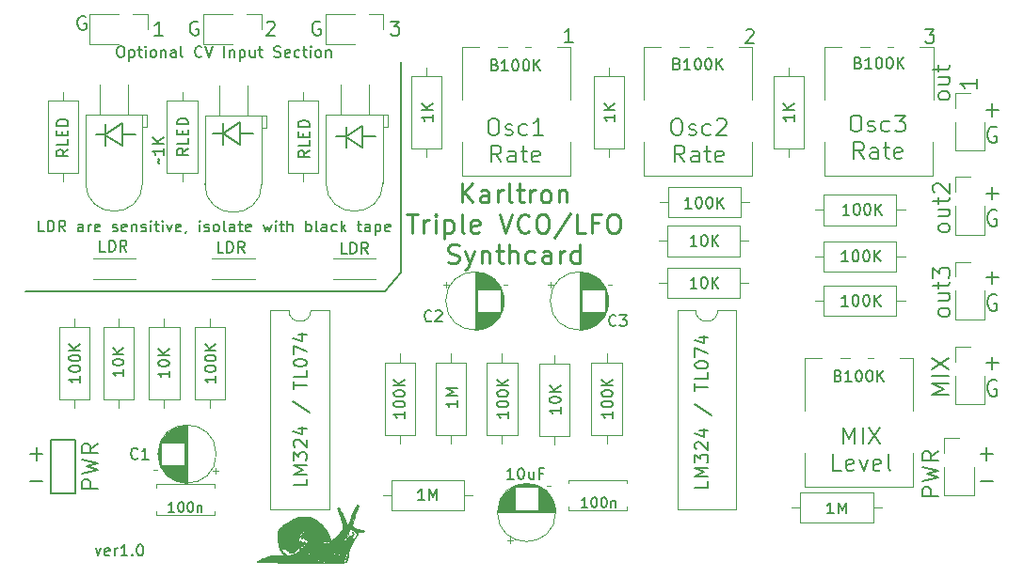
<source format=gbr>
%TF.GenerationSoftware,KiCad,Pcbnew,(6.0.7-1)-1*%
%TF.CreationDate,2023-01-19T18:06:36-06:00*%
%TF.ProjectId,sc_karltron,73635f6b-6172-46c7-9472-6f6e2e6b6963,rev?*%
%TF.SameCoordinates,Original*%
%TF.FileFunction,Legend,Top*%
%TF.FilePolarity,Positive*%
%FSLAX46Y46*%
G04 Gerber Fmt 4.6, Leading zero omitted, Abs format (unit mm)*
G04 Created by KiCad (PCBNEW (6.0.7-1)-1) date 2023-01-19 18:06:36*
%MOMM*%
%LPD*%
G01*
G04 APERTURE LIST*
%ADD10C,0.150000*%
%ADD11C,0.200000*%
%ADD12C,0.170000*%
%ADD13C,0.125000*%
%ADD14C,0.250000*%
%ADD15C,0.120000*%
%ADD16C,0.010000*%
G04 APERTURE END LIST*
D10*
X112571428Y-81438095D02*
X112523809Y-81390476D01*
X112476190Y-81295238D01*
X112571428Y-81104761D01*
X112523809Y-81009523D01*
X112476190Y-80961904D01*
X112952380Y-80057142D02*
X112952380Y-80628571D01*
X112952380Y-80342857D02*
X111952380Y-80342857D01*
X112095238Y-80438095D01*
X112190476Y-80533333D01*
X112238095Y-80628571D01*
X112952380Y-79628571D02*
X111952380Y-79628571D01*
X112952380Y-79057142D02*
X112380952Y-79485714D01*
X111952380Y-79057142D02*
X112523809Y-79628571D01*
X102190476Y-87552380D02*
X101714285Y-87552380D01*
X101714285Y-86552380D01*
X102523809Y-87552380D02*
X102523809Y-86552380D01*
X102761904Y-86552380D01*
X102904761Y-86600000D01*
X103000000Y-86695238D01*
X103047619Y-86790476D01*
X103095238Y-86980952D01*
X103095238Y-87123809D01*
X103047619Y-87314285D01*
X103000000Y-87409523D01*
X102904761Y-87504761D01*
X102761904Y-87552380D01*
X102523809Y-87552380D01*
X104095238Y-87552380D02*
X103761904Y-87076190D01*
X103523809Y-87552380D02*
X103523809Y-86552380D01*
X103904761Y-86552380D01*
X104000000Y-86600000D01*
X104047619Y-86647619D01*
X104095238Y-86742857D01*
X104095238Y-86885714D01*
X104047619Y-86980952D01*
X104000000Y-87028571D01*
X103904761Y-87076190D01*
X103523809Y-87076190D01*
X105714285Y-87552380D02*
X105714285Y-87028571D01*
X105666666Y-86933333D01*
X105571428Y-86885714D01*
X105380952Y-86885714D01*
X105285714Y-86933333D01*
X105714285Y-87504761D02*
X105619047Y-87552380D01*
X105380952Y-87552380D01*
X105285714Y-87504761D01*
X105238095Y-87409523D01*
X105238095Y-87314285D01*
X105285714Y-87219047D01*
X105380952Y-87171428D01*
X105619047Y-87171428D01*
X105714285Y-87123809D01*
X106190476Y-87552380D02*
X106190476Y-86885714D01*
X106190476Y-87076190D02*
X106238095Y-86980952D01*
X106285714Y-86933333D01*
X106380952Y-86885714D01*
X106476190Y-86885714D01*
X107190476Y-87504761D02*
X107095238Y-87552380D01*
X106904761Y-87552380D01*
X106809523Y-87504761D01*
X106761904Y-87409523D01*
X106761904Y-87028571D01*
X106809523Y-86933333D01*
X106904761Y-86885714D01*
X107095238Y-86885714D01*
X107190476Y-86933333D01*
X107238095Y-87028571D01*
X107238095Y-87123809D01*
X106761904Y-87219047D01*
X108380952Y-87504761D02*
X108476190Y-87552380D01*
X108666666Y-87552380D01*
X108761904Y-87504761D01*
X108809523Y-87409523D01*
X108809523Y-87361904D01*
X108761904Y-87266666D01*
X108666666Y-87219047D01*
X108523809Y-87219047D01*
X108428571Y-87171428D01*
X108380952Y-87076190D01*
X108380952Y-87028571D01*
X108428571Y-86933333D01*
X108523809Y-86885714D01*
X108666666Y-86885714D01*
X108761904Y-86933333D01*
X109619047Y-87504761D02*
X109523809Y-87552380D01*
X109333333Y-87552380D01*
X109238095Y-87504761D01*
X109190476Y-87409523D01*
X109190476Y-87028571D01*
X109238095Y-86933333D01*
X109333333Y-86885714D01*
X109523809Y-86885714D01*
X109619047Y-86933333D01*
X109666666Y-87028571D01*
X109666666Y-87123809D01*
X109190476Y-87219047D01*
X110095238Y-86885714D02*
X110095238Y-87552380D01*
X110095238Y-86980952D02*
X110142857Y-86933333D01*
X110238095Y-86885714D01*
X110380952Y-86885714D01*
X110476190Y-86933333D01*
X110523809Y-87028571D01*
X110523809Y-87552380D01*
X110952380Y-87504761D02*
X111047619Y-87552380D01*
X111238095Y-87552380D01*
X111333333Y-87504761D01*
X111380952Y-87409523D01*
X111380952Y-87361904D01*
X111333333Y-87266666D01*
X111238095Y-87219047D01*
X111095238Y-87219047D01*
X111000000Y-87171428D01*
X110952380Y-87076190D01*
X110952380Y-87028571D01*
X111000000Y-86933333D01*
X111095238Y-86885714D01*
X111238095Y-86885714D01*
X111333333Y-86933333D01*
X111809523Y-87552380D02*
X111809523Y-86885714D01*
X111809523Y-86552380D02*
X111761904Y-86600000D01*
X111809523Y-86647619D01*
X111857142Y-86600000D01*
X111809523Y-86552380D01*
X111809523Y-86647619D01*
X112142857Y-86885714D02*
X112523809Y-86885714D01*
X112285714Y-86552380D02*
X112285714Y-87409523D01*
X112333333Y-87504761D01*
X112428571Y-87552380D01*
X112523809Y-87552380D01*
X112857142Y-87552380D02*
X112857142Y-86885714D01*
X112857142Y-86552380D02*
X112809523Y-86600000D01*
X112857142Y-86647619D01*
X112904761Y-86600000D01*
X112857142Y-86552380D01*
X112857142Y-86647619D01*
X113238095Y-86885714D02*
X113476190Y-87552380D01*
X113714285Y-86885714D01*
X114476190Y-87504761D02*
X114380952Y-87552380D01*
X114190476Y-87552380D01*
X114095238Y-87504761D01*
X114047619Y-87409523D01*
X114047619Y-87028571D01*
X114095238Y-86933333D01*
X114190476Y-86885714D01*
X114380952Y-86885714D01*
X114476190Y-86933333D01*
X114523809Y-87028571D01*
X114523809Y-87123809D01*
X114047619Y-87219047D01*
X115000000Y-87504761D02*
X115000000Y-87552380D01*
X114952380Y-87647619D01*
X114904761Y-87695238D01*
X116190476Y-87552380D02*
X116190476Y-86885714D01*
X116190476Y-86552380D02*
X116142857Y-86600000D01*
X116190476Y-86647619D01*
X116238095Y-86600000D01*
X116190476Y-86552380D01*
X116190476Y-86647619D01*
X116619047Y-87504761D02*
X116714285Y-87552380D01*
X116904761Y-87552380D01*
X117000000Y-87504761D01*
X117047619Y-87409523D01*
X117047619Y-87361904D01*
X117000000Y-87266666D01*
X116904761Y-87219047D01*
X116761904Y-87219047D01*
X116666666Y-87171428D01*
X116619047Y-87076190D01*
X116619047Y-87028571D01*
X116666666Y-86933333D01*
X116761904Y-86885714D01*
X116904761Y-86885714D01*
X117000000Y-86933333D01*
X117619047Y-87552380D02*
X117523809Y-87504761D01*
X117476190Y-87457142D01*
X117428571Y-87361904D01*
X117428571Y-87076190D01*
X117476190Y-86980952D01*
X117523809Y-86933333D01*
X117619047Y-86885714D01*
X117761904Y-86885714D01*
X117857142Y-86933333D01*
X117904761Y-86980952D01*
X117952380Y-87076190D01*
X117952380Y-87361904D01*
X117904761Y-87457142D01*
X117857142Y-87504761D01*
X117761904Y-87552380D01*
X117619047Y-87552380D01*
X118523809Y-87552380D02*
X118428571Y-87504761D01*
X118380952Y-87409523D01*
X118380952Y-86552380D01*
X119333333Y-87552380D02*
X119333333Y-87028571D01*
X119285714Y-86933333D01*
X119190476Y-86885714D01*
X119000000Y-86885714D01*
X118904761Y-86933333D01*
X119333333Y-87504761D02*
X119238095Y-87552380D01*
X119000000Y-87552380D01*
X118904761Y-87504761D01*
X118857142Y-87409523D01*
X118857142Y-87314285D01*
X118904761Y-87219047D01*
X119000000Y-87171428D01*
X119238095Y-87171428D01*
X119333333Y-87123809D01*
X119666666Y-86885714D02*
X120047619Y-86885714D01*
X119809523Y-86552380D02*
X119809523Y-87409523D01*
X119857142Y-87504761D01*
X119952380Y-87552380D01*
X120047619Y-87552380D01*
X120761904Y-87504761D02*
X120666666Y-87552380D01*
X120476190Y-87552380D01*
X120380952Y-87504761D01*
X120333333Y-87409523D01*
X120333333Y-87028571D01*
X120380952Y-86933333D01*
X120476190Y-86885714D01*
X120666666Y-86885714D01*
X120761904Y-86933333D01*
X120809523Y-87028571D01*
X120809523Y-87123809D01*
X120333333Y-87219047D01*
X121904761Y-86885714D02*
X122095238Y-87552380D01*
X122285714Y-87076190D01*
X122476190Y-87552380D01*
X122666666Y-86885714D01*
X123047619Y-87552380D02*
X123047619Y-86885714D01*
X123047619Y-86552380D02*
X123000000Y-86600000D01*
X123047619Y-86647619D01*
X123095238Y-86600000D01*
X123047619Y-86552380D01*
X123047619Y-86647619D01*
X123380952Y-86885714D02*
X123761904Y-86885714D01*
X123523809Y-86552380D02*
X123523809Y-87409523D01*
X123571428Y-87504761D01*
X123666666Y-87552380D01*
X123761904Y-87552380D01*
X124095238Y-87552380D02*
X124095238Y-86552380D01*
X124523809Y-87552380D02*
X124523809Y-87028571D01*
X124476190Y-86933333D01*
X124380952Y-86885714D01*
X124238095Y-86885714D01*
X124142857Y-86933333D01*
X124095238Y-86980952D01*
X125761904Y-87552380D02*
X125761904Y-86552380D01*
X125761904Y-86933333D02*
X125857142Y-86885714D01*
X126047619Y-86885714D01*
X126142857Y-86933333D01*
X126190476Y-86980952D01*
X126238095Y-87076190D01*
X126238095Y-87361904D01*
X126190476Y-87457142D01*
X126142857Y-87504761D01*
X126047619Y-87552380D01*
X125857142Y-87552380D01*
X125761904Y-87504761D01*
X126809523Y-87552380D02*
X126714285Y-87504761D01*
X126666666Y-87409523D01*
X126666666Y-86552380D01*
X127619047Y-87552380D02*
X127619047Y-87028571D01*
X127571428Y-86933333D01*
X127476190Y-86885714D01*
X127285714Y-86885714D01*
X127190476Y-86933333D01*
X127619047Y-87504761D02*
X127523809Y-87552380D01*
X127285714Y-87552380D01*
X127190476Y-87504761D01*
X127142857Y-87409523D01*
X127142857Y-87314285D01*
X127190476Y-87219047D01*
X127285714Y-87171428D01*
X127523809Y-87171428D01*
X127619047Y-87123809D01*
X128523809Y-87504761D02*
X128428571Y-87552380D01*
X128238095Y-87552380D01*
X128142857Y-87504761D01*
X128095238Y-87457142D01*
X128047619Y-87361904D01*
X128047619Y-87076190D01*
X128095238Y-86980952D01*
X128142857Y-86933333D01*
X128238095Y-86885714D01*
X128428571Y-86885714D01*
X128523809Y-86933333D01*
X128952380Y-87552380D02*
X128952380Y-86552380D01*
X129047619Y-87171428D02*
X129333333Y-87552380D01*
X129333333Y-86885714D02*
X128952380Y-87266666D01*
X130380952Y-86885714D02*
X130761904Y-86885714D01*
X130523809Y-86552380D02*
X130523809Y-87409523D01*
X130571428Y-87504761D01*
X130666666Y-87552380D01*
X130761904Y-87552380D01*
X131523809Y-87552380D02*
X131523809Y-87028571D01*
X131476190Y-86933333D01*
X131380952Y-86885714D01*
X131190476Y-86885714D01*
X131095238Y-86933333D01*
X131523809Y-87504761D02*
X131428571Y-87552380D01*
X131190476Y-87552380D01*
X131095238Y-87504761D01*
X131047619Y-87409523D01*
X131047619Y-87314285D01*
X131095238Y-87219047D01*
X131190476Y-87171428D01*
X131428571Y-87171428D01*
X131523809Y-87123809D01*
X131999999Y-86885714D02*
X131999999Y-87885714D01*
X131999999Y-86933333D02*
X132095238Y-86885714D01*
X132285714Y-86885714D01*
X132380952Y-86933333D01*
X132428571Y-86980952D01*
X132476190Y-87076190D01*
X132476190Y-87361904D01*
X132428571Y-87457142D01*
X132380952Y-87504761D01*
X132285714Y-87552380D01*
X132095238Y-87552380D01*
X131999999Y-87504761D01*
X133285714Y-87504761D02*
X133190476Y-87552380D01*
X132999999Y-87552380D01*
X132904761Y-87504761D01*
X132857142Y-87409523D01*
X132857142Y-87028571D01*
X132904761Y-86933333D01*
X132999999Y-86885714D01*
X133190476Y-86885714D01*
X133285714Y-86933333D01*
X133333333Y-87028571D01*
X133333333Y-87123809D01*
X132857142Y-87219047D01*
D11*
X186966666Y-76599642D02*
X188033333Y-76599642D01*
X187500000Y-77171071D02*
X187500000Y-76028214D01*
X187866666Y-78157500D02*
X187733333Y-78086071D01*
X187533333Y-78086071D01*
X187333333Y-78157500D01*
X187200000Y-78300357D01*
X187133333Y-78443214D01*
X187066666Y-78728928D01*
X187066666Y-78943214D01*
X187133333Y-79228928D01*
X187200000Y-79371785D01*
X187333333Y-79514642D01*
X187533333Y-79586071D01*
X187666666Y-79586071D01*
X187866666Y-79514642D01*
X187933333Y-79443214D01*
X187933333Y-78943214D01*
X187666666Y-78943214D01*
X186966666Y-84099642D02*
X188033333Y-84099642D01*
X187500000Y-84671071D02*
X187500000Y-83528214D01*
X187866666Y-85657500D02*
X187733333Y-85586071D01*
X187533333Y-85586071D01*
X187333333Y-85657500D01*
X187200000Y-85800357D01*
X187133333Y-85943214D01*
X187066666Y-86228928D01*
X187066666Y-86443214D01*
X187133333Y-86728928D01*
X187200000Y-86871785D01*
X187333333Y-87014642D01*
X187533333Y-87086071D01*
X187666666Y-87086071D01*
X187866666Y-87014642D01*
X187933333Y-86943214D01*
X187933333Y-86443214D01*
X187666666Y-86443214D01*
X186966666Y-99399642D02*
X188033333Y-99399642D01*
X187500000Y-99971071D02*
X187500000Y-98828214D01*
X187866666Y-100957500D02*
X187733333Y-100886071D01*
X187533333Y-100886071D01*
X187333333Y-100957500D01*
X187200000Y-101100357D01*
X187133333Y-101243214D01*
X187066666Y-101528928D01*
X187066666Y-101743214D01*
X187133333Y-102028928D01*
X187200000Y-102171785D01*
X187333333Y-102314642D01*
X187533333Y-102386071D01*
X187666666Y-102386071D01*
X187866666Y-102314642D01*
X187933333Y-102243214D01*
X187933333Y-101743214D01*
X187666666Y-101743214D01*
D10*
X107750000Y-79800000D02*
X107750000Y-77900000D01*
X109250000Y-78800000D02*
X110450000Y-78800000D01*
X130850000Y-78000000D02*
X129350000Y-79000000D01*
X109250000Y-77800000D02*
X107750000Y-78800000D01*
X106850000Y-78800000D02*
X107750000Y-78800000D01*
X118300000Y-78750000D02*
X119800000Y-79700000D01*
X109250000Y-79800000D02*
X109250000Y-77800000D01*
X129350000Y-79050000D02*
X130850000Y-80000000D01*
X129350000Y-80000000D02*
X129350000Y-78100000D01*
X102800000Y-111100000D02*
X105000000Y-111100000D01*
X117400000Y-78700000D02*
X118300000Y-78700000D01*
X119800000Y-78700000D02*
X121000000Y-78700000D01*
X104400000Y-106300000D02*
X102800000Y-106300000D01*
X132900000Y-92900000D02*
X134300000Y-91200000D01*
X130850000Y-80000000D02*
X130850000Y-78000000D01*
X102800000Y-106300000D02*
X102800000Y-111100000D01*
X119800000Y-77700000D02*
X118300000Y-78700000D01*
X107750000Y-78850000D02*
X109250000Y-79800000D01*
X134300000Y-91200000D02*
X134300000Y-72300000D01*
X130850000Y-79000000D02*
X132050000Y-79000000D01*
X128450000Y-79000000D02*
X129350000Y-79000000D01*
X132900000Y-92900000D02*
X100500000Y-92900000D01*
X105000000Y-106300000D02*
X105000000Y-111100000D01*
X104400000Y-106300000D02*
X105000000Y-106300000D01*
X118300000Y-79700000D02*
X118300000Y-77800000D01*
X119800000Y-79700000D02*
X119800000Y-77700000D01*
D11*
X158992857Y-77371071D02*
X159278571Y-77371071D01*
X159421428Y-77442500D01*
X159564285Y-77585357D01*
X159635714Y-77871071D01*
X159635714Y-78371071D01*
X159564285Y-78656785D01*
X159421428Y-78799642D01*
X159278571Y-78871071D01*
X158992857Y-78871071D01*
X158850000Y-78799642D01*
X158707142Y-78656785D01*
X158635714Y-78371071D01*
X158635714Y-77871071D01*
X158707142Y-77585357D01*
X158850000Y-77442500D01*
X158992857Y-77371071D01*
X160207142Y-78799642D02*
X160350000Y-78871071D01*
X160635714Y-78871071D01*
X160778571Y-78799642D01*
X160850000Y-78656785D01*
X160850000Y-78585357D01*
X160778571Y-78442500D01*
X160635714Y-78371071D01*
X160421428Y-78371071D01*
X160278571Y-78299642D01*
X160207142Y-78156785D01*
X160207142Y-78085357D01*
X160278571Y-77942500D01*
X160421428Y-77871071D01*
X160635714Y-77871071D01*
X160778571Y-77942500D01*
X162135714Y-78799642D02*
X161992857Y-78871071D01*
X161707142Y-78871071D01*
X161564285Y-78799642D01*
X161492857Y-78728214D01*
X161421428Y-78585357D01*
X161421428Y-78156785D01*
X161492857Y-78013928D01*
X161564285Y-77942500D01*
X161707142Y-77871071D01*
X161992857Y-77871071D01*
X162135714Y-77942500D01*
X162707142Y-77513928D02*
X162778571Y-77442500D01*
X162921428Y-77371071D01*
X163278571Y-77371071D01*
X163421428Y-77442500D01*
X163492857Y-77513928D01*
X163564285Y-77656785D01*
X163564285Y-77799642D01*
X163492857Y-78013928D01*
X162635714Y-78871071D01*
X163564285Y-78871071D01*
X159814285Y-81286071D02*
X159314285Y-80571785D01*
X158957142Y-81286071D02*
X158957142Y-79786071D01*
X159528571Y-79786071D01*
X159671428Y-79857500D01*
X159742857Y-79928928D01*
X159814285Y-80071785D01*
X159814285Y-80286071D01*
X159742857Y-80428928D01*
X159671428Y-80500357D01*
X159528571Y-80571785D01*
X158957142Y-80571785D01*
X161100000Y-81286071D02*
X161100000Y-80500357D01*
X161028571Y-80357500D01*
X160885714Y-80286071D01*
X160600000Y-80286071D01*
X160457142Y-80357500D01*
X161100000Y-81214642D02*
X160957142Y-81286071D01*
X160600000Y-81286071D01*
X160457142Y-81214642D01*
X160385714Y-81071785D01*
X160385714Y-80928928D01*
X160457142Y-80786071D01*
X160600000Y-80714642D01*
X160957142Y-80714642D01*
X161100000Y-80643214D01*
X161600000Y-80286071D02*
X162171428Y-80286071D01*
X161814285Y-79786071D02*
X161814285Y-81071785D01*
X161885714Y-81214642D01*
X162028571Y-81286071D01*
X162171428Y-81286071D01*
X163242857Y-81214642D02*
X163100000Y-81286071D01*
X162814285Y-81286071D01*
X162671428Y-81214642D01*
X162600000Y-81071785D01*
X162600000Y-80500357D01*
X162671428Y-80357500D01*
X162814285Y-80286071D01*
X163100000Y-80286071D01*
X163242857Y-80357500D01*
X163314285Y-80500357D01*
X163314285Y-80643214D01*
X162600000Y-80786071D01*
X100928571Y-107599642D02*
X102071428Y-107599642D01*
X101500000Y-108171071D02*
X101500000Y-107028214D01*
X100928571Y-110014642D02*
X102071428Y-110014642D01*
X142492857Y-77371071D02*
X142778571Y-77371071D01*
X142921428Y-77442500D01*
X143064285Y-77585357D01*
X143135714Y-77871071D01*
X143135714Y-78371071D01*
X143064285Y-78656785D01*
X142921428Y-78799642D01*
X142778571Y-78871071D01*
X142492857Y-78871071D01*
X142350000Y-78799642D01*
X142207142Y-78656785D01*
X142135714Y-78371071D01*
X142135714Y-77871071D01*
X142207142Y-77585357D01*
X142350000Y-77442500D01*
X142492857Y-77371071D01*
X143707142Y-78799642D02*
X143850000Y-78871071D01*
X144135714Y-78871071D01*
X144278571Y-78799642D01*
X144350000Y-78656785D01*
X144350000Y-78585357D01*
X144278571Y-78442500D01*
X144135714Y-78371071D01*
X143921428Y-78371071D01*
X143778571Y-78299642D01*
X143707142Y-78156785D01*
X143707142Y-78085357D01*
X143778571Y-77942500D01*
X143921428Y-77871071D01*
X144135714Y-77871071D01*
X144278571Y-77942500D01*
X145635714Y-78799642D02*
X145492857Y-78871071D01*
X145207142Y-78871071D01*
X145064285Y-78799642D01*
X144992857Y-78728214D01*
X144921428Y-78585357D01*
X144921428Y-78156785D01*
X144992857Y-78013928D01*
X145064285Y-77942500D01*
X145207142Y-77871071D01*
X145492857Y-77871071D01*
X145635714Y-77942500D01*
X147064285Y-78871071D02*
X146207142Y-78871071D01*
X146635714Y-78871071D02*
X146635714Y-77371071D01*
X146492857Y-77585357D01*
X146350000Y-77728214D01*
X146207142Y-77799642D01*
X143314285Y-81286071D02*
X142814285Y-80571785D01*
X142457142Y-81286071D02*
X142457142Y-79786071D01*
X143028571Y-79786071D01*
X143171428Y-79857500D01*
X143242857Y-79928928D01*
X143314285Y-80071785D01*
X143314285Y-80286071D01*
X143242857Y-80428928D01*
X143171428Y-80500357D01*
X143028571Y-80571785D01*
X142457142Y-80571785D01*
X144600000Y-81286071D02*
X144600000Y-80500357D01*
X144528571Y-80357500D01*
X144385714Y-80286071D01*
X144100000Y-80286071D01*
X143957142Y-80357500D01*
X144600000Y-81214642D02*
X144457142Y-81286071D01*
X144100000Y-81286071D01*
X143957142Y-81214642D01*
X143885714Y-81071785D01*
X143885714Y-80928928D01*
X143957142Y-80786071D01*
X144100000Y-80714642D01*
X144457142Y-80714642D01*
X144600000Y-80643214D01*
X145100000Y-80286071D02*
X145671428Y-80286071D01*
X145314285Y-79786071D02*
X145314285Y-81071785D01*
X145385714Y-81214642D01*
X145528571Y-81286071D01*
X145671428Y-81286071D01*
X146742857Y-81214642D02*
X146600000Y-81286071D01*
X146314285Y-81286071D01*
X146171428Y-81214642D01*
X146100000Y-81071785D01*
X146100000Y-80500357D01*
X146171428Y-80357500D01*
X146314285Y-80286071D01*
X146600000Y-80286071D01*
X146742857Y-80357500D01*
X146814285Y-80500357D01*
X146814285Y-80643214D01*
X146100000Y-80786071D01*
D10*
X106833333Y-116085714D02*
X107071428Y-116752380D01*
X107309523Y-116085714D01*
X108071428Y-116704761D02*
X107976190Y-116752380D01*
X107785714Y-116752380D01*
X107690476Y-116704761D01*
X107642857Y-116609523D01*
X107642857Y-116228571D01*
X107690476Y-116133333D01*
X107785714Y-116085714D01*
X107976190Y-116085714D01*
X108071428Y-116133333D01*
X108119047Y-116228571D01*
X108119047Y-116323809D01*
X107642857Y-116419047D01*
X108547619Y-116752380D02*
X108547619Y-116085714D01*
X108547619Y-116276190D02*
X108595238Y-116180952D01*
X108642857Y-116133333D01*
X108738095Y-116085714D01*
X108833333Y-116085714D01*
X109690476Y-116752380D02*
X109119047Y-116752380D01*
X109404761Y-116752380D02*
X109404761Y-115752380D01*
X109309523Y-115895238D01*
X109214285Y-115990476D01*
X109119047Y-116038095D01*
X110119047Y-116657142D02*
X110166666Y-116704761D01*
X110119047Y-116752380D01*
X110071428Y-116704761D01*
X110119047Y-116657142D01*
X110119047Y-116752380D01*
X110785714Y-115752380D02*
X110880952Y-115752380D01*
X110976190Y-115800000D01*
X111023809Y-115847619D01*
X111071428Y-115942857D01*
X111119047Y-116133333D01*
X111119047Y-116371428D01*
X111071428Y-116561904D01*
X111023809Y-116657142D01*
X110976190Y-116704761D01*
X110880952Y-116752380D01*
X110785714Y-116752380D01*
X110690476Y-116704761D01*
X110642857Y-116657142D01*
X110595238Y-116561904D01*
X110547619Y-116371428D01*
X110547619Y-116133333D01*
X110595238Y-115942857D01*
X110642857Y-115847619D01*
X110690476Y-115800000D01*
X110785714Y-115752380D01*
X173642857Y-100528571D02*
X173785714Y-100576190D01*
X173833333Y-100623809D01*
X173880952Y-100719047D01*
X173880952Y-100861904D01*
X173833333Y-100957142D01*
X173785714Y-101004761D01*
X173690476Y-101052380D01*
X173309523Y-101052380D01*
X173309523Y-100052380D01*
X173642857Y-100052380D01*
X173738095Y-100100000D01*
X173785714Y-100147619D01*
X173833333Y-100242857D01*
X173833333Y-100338095D01*
X173785714Y-100433333D01*
X173738095Y-100480952D01*
X173642857Y-100528571D01*
X173309523Y-100528571D01*
X174833333Y-101052380D02*
X174261904Y-101052380D01*
X174547619Y-101052380D02*
X174547619Y-100052380D01*
X174452380Y-100195238D01*
X174357142Y-100290476D01*
X174261904Y-100338095D01*
X175452380Y-100052380D02*
X175547619Y-100052380D01*
X175642857Y-100100000D01*
X175690476Y-100147619D01*
X175738095Y-100242857D01*
X175785714Y-100433333D01*
X175785714Y-100671428D01*
X175738095Y-100861904D01*
X175690476Y-100957142D01*
X175642857Y-101004761D01*
X175547619Y-101052380D01*
X175452380Y-101052380D01*
X175357142Y-101004761D01*
X175309523Y-100957142D01*
X175261904Y-100861904D01*
X175214285Y-100671428D01*
X175214285Y-100433333D01*
X175261904Y-100242857D01*
X175309523Y-100147619D01*
X175357142Y-100100000D01*
X175452380Y-100052380D01*
X176404761Y-100052380D02*
X176500000Y-100052380D01*
X176595238Y-100100000D01*
X176642857Y-100147619D01*
X176690476Y-100242857D01*
X176738095Y-100433333D01*
X176738095Y-100671428D01*
X176690476Y-100861904D01*
X176642857Y-100957142D01*
X176595238Y-101004761D01*
X176500000Y-101052380D01*
X176404761Y-101052380D01*
X176309523Y-101004761D01*
X176261904Y-100957142D01*
X176214285Y-100861904D01*
X176166666Y-100671428D01*
X176166666Y-100433333D01*
X176214285Y-100242857D01*
X176261904Y-100147619D01*
X176309523Y-100100000D01*
X176404761Y-100052380D01*
X177166666Y-101052380D02*
X177166666Y-100052380D01*
X177738095Y-101052380D02*
X177309523Y-100480952D01*
X177738095Y-100052380D02*
X177166666Y-100623809D01*
D11*
X183678571Y-87328571D02*
X183607142Y-87471428D01*
X183535714Y-87542857D01*
X183392857Y-87614285D01*
X182964285Y-87614285D01*
X182821428Y-87542857D01*
X182750000Y-87471428D01*
X182678571Y-87328571D01*
X182678571Y-87114285D01*
X182750000Y-86971428D01*
X182821428Y-86900000D01*
X182964285Y-86828571D01*
X183392857Y-86828571D01*
X183535714Y-86900000D01*
X183607142Y-86971428D01*
X183678571Y-87114285D01*
X183678571Y-87328571D01*
X182678571Y-85542857D02*
X183678571Y-85542857D01*
X182678571Y-86185714D02*
X183464285Y-86185714D01*
X183607142Y-86114285D01*
X183678571Y-85971428D01*
X183678571Y-85757142D01*
X183607142Y-85614285D01*
X183535714Y-85542857D01*
X182678571Y-85042857D02*
X182678571Y-84471428D01*
X182178571Y-84828571D02*
X183464285Y-84828571D01*
X183607142Y-84757142D01*
X183678571Y-84614285D01*
X183678571Y-84471428D01*
X182321428Y-84042857D02*
X182250000Y-83971428D01*
X182178571Y-83828571D01*
X182178571Y-83471428D01*
X182250000Y-83328571D01*
X182321428Y-83257142D01*
X182464285Y-83185714D01*
X182607142Y-83185714D01*
X182821428Y-83257142D01*
X183678571Y-84114285D01*
X183678571Y-83185714D01*
X186966666Y-91699642D02*
X188033333Y-91699642D01*
X187500000Y-92271071D02*
X187500000Y-91128214D01*
X187866666Y-93257500D02*
X187733333Y-93186071D01*
X187533333Y-93186071D01*
X187333333Y-93257500D01*
X187200000Y-93400357D01*
X187133333Y-93543214D01*
X187066666Y-93828928D01*
X187066666Y-94043214D01*
X187133333Y-94328928D01*
X187200000Y-94471785D01*
X187333333Y-94614642D01*
X187533333Y-94686071D01*
X187666666Y-94686071D01*
X187866666Y-94614642D01*
X187933333Y-94543214D01*
X187933333Y-94043214D01*
X187666666Y-94043214D01*
X183671071Y-75414285D02*
X183599642Y-75557142D01*
X183528214Y-75628571D01*
X183385357Y-75700000D01*
X182956785Y-75700000D01*
X182813928Y-75628571D01*
X182742500Y-75557142D01*
X182671071Y-75414285D01*
X182671071Y-75200000D01*
X182742500Y-75057142D01*
X182813928Y-74985714D01*
X182956785Y-74914285D01*
X183385357Y-74914285D01*
X183528214Y-74985714D01*
X183599642Y-75057142D01*
X183671071Y-75200000D01*
X183671071Y-75414285D01*
X182671071Y-73628571D02*
X183671071Y-73628571D01*
X182671071Y-74271428D02*
X183456785Y-74271428D01*
X183599642Y-74200000D01*
X183671071Y-74057142D01*
X183671071Y-73842857D01*
X183599642Y-73700000D01*
X183528214Y-73628571D01*
X182671071Y-73128571D02*
X182671071Y-72557142D01*
X182171071Y-72914285D02*
X183456785Y-72914285D01*
X183599642Y-72842857D01*
X183671071Y-72700000D01*
X183671071Y-72557142D01*
X186086071Y-73771428D02*
X186086071Y-74628571D01*
X186086071Y-74200000D02*
X184586071Y-74200000D01*
X184800357Y-74342857D01*
X184943214Y-74485714D01*
X185014642Y-74628571D01*
X107078571Y-110700000D02*
X105578571Y-110700000D01*
X105578571Y-110128571D01*
X105650000Y-109985714D01*
X105721428Y-109914285D01*
X105864285Y-109842857D01*
X106078571Y-109842857D01*
X106221428Y-109914285D01*
X106292857Y-109985714D01*
X106364285Y-110128571D01*
X106364285Y-110700000D01*
X105578571Y-109342857D02*
X107078571Y-108985714D01*
X106007142Y-108700000D01*
X107078571Y-108414285D01*
X105578571Y-108057142D01*
X107078571Y-106628571D02*
X106364285Y-107128571D01*
X107078571Y-107485714D02*
X105578571Y-107485714D01*
X105578571Y-106914285D01*
X105650000Y-106771428D01*
X105721428Y-106700000D01*
X105864285Y-106628571D01*
X106078571Y-106628571D01*
X106221428Y-106700000D01*
X106292857Y-106771428D01*
X106364285Y-106914285D01*
X106364285Y-107485714D01*
X174128571Y-106671071D02*
X174128571Y-105171071D01*
X174628571Y-106242500D01*
X175128571Y-105171071D01*
X175128571Y-106671071D01*
X175842857Y-106671071D02*
X175842857Y-105171071D01*
X176414285Y-105171071D02*
X177414285Y-106671071D01*
X177414285Y-105171071D02*
X176414285Y-106671071D01*
X173914285Y-109086071D02*
X173200000Y-109086071D01*
X173200000Y-107586071D01*
X174985714Y-109014642D02*
X174842857Y-109086071D01*
X174557142Y-109086071D01*
X174414285Y-109014642D01*
X174342857Y-108871785D01*
X174342857Y-108300357D01*
X174414285Y-108157500D01*
X174557142Y-108086071D01*
X174842857Y-108086071D01*
X174985714Y-108157500D01*
X175057142Y-108300357D01*
X175057142Y-108443214D01*
X174342857Y-108586071D01*
X175557142Y-108086071D02*
X175914285Y-109086071D01*
X176271428Y-108086071D01*
X177414285Y-109014642D02*
X177271428Y-109086071D01*
X176985714Y-109086071D01*
X176842857Y-109014642D01*
X176771428Y-108871785D01*
X176771428Y-108300357D01*
X176842857Y-108157500D01*
X176985714Y-108086071D01*
X177271428Y-108086071D01*
X177414285Y-108157500D01*
X177485714Y-108300357D01*
X177485714Y-108443214D01*
X176771428Y-108586071D01*
X178342857Y-109086071D02*
X178200000Y-109014642D01*
X178128571Y-108871785D01*
X178128571Y-107586071D01*
X161942857Y-110028571D02*
X161942857Y-110600000D01*
X160742857Y-110600000D01*
X161942857Y-109628571D02*
X160742857Y-109628571D01*
X161600000Y-109228571D01*
X160742857Y-108828571D01*
X161942857Y-108828571D01*
X160742857Y-108371428D02*
X160742857Y-107628571D01*
X161200000Y-108028571D01*
X161200000Y-107857142D01*
X161257142Y-107742857D01*
X161314285Y-107685714D01*
X161428571Y-107628571D01*
X161714285Y-107628571D01*
X161828571Y-107685714D01*
X161885714Y-107742857D01*
X161942857Y-107857142D01*
X161942857Y-108200000D01*
X161885714Y-108314285D01*
X161828571Y-108371428D01*
X160857142Y-107171428D02*
X160800000Y-107114285D01*
X160742857Y-107000000D01*
X160742857Y-106714285D01*
X160800000Y-106600000D01*
X160857142Y-106542857D01*
X160971428Y-106485714D01*
X161085714Y-106485714D01*
X161257142Y-106542857D01*
X161942857Y-107228571D01*
X161942857Y-106485714D01*
X161142857Y-105457142D02*
X161942857Y-105457142D01*
X160685714Y-105742857D02*
X161542857Y-106028571D01*
X161542857Y-105285714D01*
X160685714Y-103057142D02*
X162228571Y-104085714D01*
X160742857Y-101914285D02*
X160742857Y-101228571D01*
X161942857Y-101571428D02*
X160742857Y-101571428D01*
X161942857Y-100257142D02*
X161942857Y-100828571D01*
X160742857Y-100828571D01*
X160742857Y-99628571D02*
X160742857Y-99514285D01*
X160800000Y-99400000D01*
X160857142Y-99342857D01*
X160971428Y-99285714D01*
X161200000Y-99228571D01*
X161485714Y-99228571D01*
X161714285Y-99285714D01*
X161828571Y-99342857D01*
X161885714Y-99400000D01*
X161942857Y-99514285D01*
X161942857Y-99628571D01*
X161885714Y-99742857D01*
X161828571Y-99800000D01*
X161714285Y-99857142D01*
X161485714Y-99914285D01*
X161200000Y-99914285D01*
X160971428Y-99857142D01*
X160857142Y-99800000D01*
X160800000Y-99742857D01*
X160742857Y-99628571D01*
X160742857Y-98828571D02*
X160742857Y-98028571D01*
X161942857Y-98542857D01*
X161142857Y-97057142D02*
X161942857Y-97057142D01*
X160685714Y-97342857D02*
X161542857Y-97628571D01*
X161542857Y-96885714D01*
D10*
X159142857Y-72428571D02*
X159285714Y-72476190D01*
X159333333Y-72523809D01*
X159380952Y-72619047D01*
X159380952Y-72761904D01*
X159333333Y-72857142D01*
X159285714Y-72904761D01*
X159190476Y-72952380D01*
X158809523Y-72952380D01*
X158809523Y-71952380D01*
X159142857Y-71952380D01*
X159238095Y-72000000D01*
X159285714Y-72047619D01*
X159333333Y-72142857D01*
X159333333Y-72238095D01*
X159285714Y-72333333D01*
X159238095Y-72380952D01*
X159142857Y-72428571D01*
X158809523Y-72428571D01*
X160333333Y-72952380D02*
X159761904Y-72952380D01*
X160047619Y-72952380D02*
X160047619Y-71952380D01*
X159952380Y-72095238D01*
X159857142Y-72190476D01*
X159761904Y-72238095D01*
X160952380Y-71952380D02*
X161047619Y-71952380D01*
X161142857Y-72000000D01*
X161190476Y-72047619D01*
X161238095Y-72142857D01*
X161285714Y-72333333D01*
X161285714Y-72571428D01*
X161238095Y-72761904D01*
X161190476Y-72857142D01*
X161142857Y-72904761D01*
X161047619Y-72952380D01*
X160952380Y-72952380D01*
X160857142Y-72904761D01*
X160809523Y-72857142D01*
X160761904Y-72761904D01*
X160714285Y-72571428D01*
X160714285Y-72333333D01*
X160761904Y-72142857D01*
X160809523Y-72047619D01*
X160857142Y-72000000D01*
X160952380Y-71952380D01*
X161904761Y-71952380D02*
X162000000Y-71952380D01*
X162095238Y-72000000D01*
X162142857Y-72047619D01*
X162190476Y-72142857D01*
X162238095Y-72333333D01*
X162238095Y-72571428D01*
X162190476Y-72761904D01*
X162142857Y-72857142D01*
X162095238Y-72904761D01*
X162000000Y-72952380D01*
X161904761Y-72952380D01*
X161809523Y-72904761D01*
X161761904Y-72857142D01*
X161714285Y-72761904D01*
X161666666Y-72571428D01*
X161666666Y-72333333D01*
X161714285Y-72142857D01*
X161761904Y-72047619D01*
X161809523Y-72000000D01*
X161904761Y-71952380D01*
X162666666Y-72952380D02*
X162666666Y-71952380D01*
X163238095Y-72952380D02*
X162809523Y-72380952D01*
X163238095Y-71952380D02*
X162666666Y-72523809D01*
D12*
X105927380Y-68175000D02*
X105808333Y-68115476D01*
X105629761Y-68115476D01*
X105451190Y-68175000D01*
X105332142Y-68294047D01*
X105272619Y-68413095D01*
X105213095Y-68651190D01*
X105213095Y-68829761D01*
X105272619Y-69067857D01*
X105332142Y-69186904D01*
X105451190Y-69305952D01*
X105629761Y-69365476D01*
X105748809Y-69365476D01*
X105927380Y-69305952D01*
X105986904Y-69246428D01*
X105986904Y-68829761D01*
X105748809Y-68829761D01*
X127027380Y-68675000D02*
X126908333Y-68615476D01*
X126729761Y-68615476D01*
X126551190Y-68675000D01*
X126432142Y-68794047D01*
X126372619Y-68913095D01*
X126313095Y-69151190D01*
X126313095Y-69329761D01*
X126372619Y-69567857D01*
X126432142Y-69686904D01*
X126551190Y-69805952D01*
X126729761Y-69865476D01*
X126848809Y-69865476D01*
X127027380Y-69805952D01*
X127086904Y-69746428D01*
X127086904Y-69329761D01*
X126848809Y-69329761D01*
D13*
X112009523Y-109035714D02*
X112390476Y-109035714D01*
D12*
X116027380Y-68675000D02*
X115908333Y-68615476D01*
X115729761Y-68615476D01*
X115551190Y-68675000D01*
X115432142Y-68794047D01*
X115372619Y-68913095D01*
X115313095Y-69151190D01*
X115313095Y-69329761D01*
X115372619Y-69567857D01*
X115432142Y-69686904D01*
X115551190Y-69805952D01*
X115729761Y-69865476D01*
X115848809Y-69865476D01*
X116027380Y-69805952D01*
X116086904Y-69746428D01*
X116086904Y-69329761D01*
X115848809Y-69329761D01*
D13*
X152909523Y-92335714D02*
X153290476Y-92335714D01*
D14*
X139764285Y-84932047D02*
X139764285Y-83232047D01*
X140735714Y-84932047D02*
X140007142Y-83960619D01*
X140735714Y-83232047D02*
X139764285Y-84203476D01*
X142192857Y-84932047D02*
X142192857Y-84041571D01*
X142111904Y-83879666D01*
X141950000Y-83798714D01*
X141626190Y-83798714D01*
X141464285Y-83879666D01*
X142192857Y-84851095D02*
X142030952Y-84932047D01*
X141626190Y-84932047D01*
X141464285Y-84851095D01*
X141383333Y-84689190D01*
X141383333Y-84527285D01*
X141464285Y-84365380D01*
X141626190Y-84284428D01*
X142030952Y-84284428D01*
X142192857Y-84203476D01*
X143002380Y-84932047D02*
X143002380Y-83798714D01*
X143002380Y-84122523D02*
X143083333Y-83960619D01*
X143164285Y-83879666D01*
X143326190Y-83798714D01*
X143488095Y-83798714D01*
X144297619Y-84932047D02*
X144135714Y-84851095D01*
X144054761Y-84689190D01*
X144054761Y-83232047D01*
X144702380Y-83798714D02*
X145350000Y-83798714D01*
X144945238Y-83232047D02*
X144945238Y-84689190D01*
X145026190Y-84851095D01*
X145188095Y-84932047D01*
X145350000Y-84932047D01*
X145916666Y-84932047D02*
X145916666Y-83798714D01*
X145916666Y-84122523D02*
X145997619Y-83960619D01*
X146078571Y-83879666D01*
X146240476Y-83798714D01*
X146402380Y-83798714D01*
X147211904Y-84932047D02*
X147050000Y-84851095D01*
X146969047Y-84770142D01*
X146888095Y-84608238D01*
X146888095Y-84122523D01*
X146969047Y-83960619D01*
X147050000Y-83879666D01*
X147211904Y-83798714D01*
X147454761Y-83798714D01*
X147616666Y-83879666D01*
X147697619Y-83960619D01*
X147778571Y-84122523D01*
X147778571Y-84608238D01*
X147697619Y-84770142D01*
X147616666Y-84851095D01*
X147454761Y-84932047D01*
X147211904Y-84932047D01*
X148507142Y-83798714D02*
X148507142Y-84932047D01*
X148507142Y-83960619D02*
X148588095Y-83879666D01*
X148750000Y-83798714D01*
X148992857Y-83798714D01*
X149154761Y-83879666D01*
X149235714Y-84041571D01*
X149235714Y-84932047D01*
X134826190Y-85969047D02*
X135797619Y-85969047D01*
X135311904Y-87669047D02*
X135311904Y-85969047D01*
X136364285Y-87669047D02*
X136364285Y-86535714D01*
X136364285Y-86859523D02*
X136445238Y-86697619D01*
X136526190Y-86616666D01*
X136688095Y-86535714D01*
X136850000Y-86535714D01*
X137416666Y-87669047D02*
X137416666Y-86535714D01*
X137416666Y-85969047D02*
X137335714Y-86050000D01*
X137416666Y-86130952D01*
X137497619Y-86050000D01*
X137416666Y-85969047D01*
X137416666Y-86130952D01*
X138226190Y-86535714D02*
X138226190Y-88235714D01*
X138226190Y-86616666D02*
X138388095Y-86535714D01*
X138711904Y-86535714D01*
X138873809Y-86616666D01*
X138954761Y-86697619D01*
X139035714Y-86859523D01*
X139035714Y-87345238D01*
X138954761Y-87507142D01*
X138873809Y-87588095D01*
X138711904Y-87669047D01*
X138388095Y-87669047D01*
X138226190Y-87588095D01*
X140007142Y-87669047D02*
X139845238Y-87588095D01*
X139764285Y-87426190D01*
X139764285Y-85969047D01*
X141302380Y-87588095D02*
X141140476Y-87669047D01*
X140816666Y-87669047D01*
X140654761Y-87588095D01*
X140573809Y-87426190D01*
X140573809Y-86778571D01*
X140654761Y-86616666D01*
X140816666Y-86535714D01*
X141140476Y-86535714D01*
X141302380Y-86616666D01*
X141383333Y-86778571D01*
X141383333Y-86940476D01*
X140573809Y-87102380D01*
X143164285Y-85969047D02*
X143730952Y-87669047D01*
X144297619Y-85969047D01*
X145835714Y-87507142D02*
X145754761Y-87588095D01*
X145511904Y-87669047D01*
X145350000Y-87669047D01*
X145107142Y-87588095D01*
X144945238Y-87426190D01*
X144864285Y-87264285D01*
X144783333Y-86940476D01*
X144783333Y-86697619D01*
X144864285Y-86373809D01*
X144945238Y-86211904D01*
X145107142Y-86050000D01*
X145350000Y-85969047D01*
X145511904Y-85969047D01*
X145754761Y-86050000D01*
X145835714Y-86130952D01*
X146888095Y-85969047D02*
X147211904Y-85969047D01*
X147373809Y-86050000D01*
X147535714Y-86211904D01*
X147616666Y-86535714D01*
X147616666Y-87102380D01*
X147535714Y-87426190D01*
X147373809Y-87588095D01*
X147211904Y-87669047D01*
X146888095Y-87669047D01*
X146726190Y-87588095D01*
X146564285Y-87426190D01*
X146483333Y-87102380D01*
X146483333Y-86535714D01*
X146564285Y-86211904D01*
X146726190Y-86050000D01*
X146888095Y-85969047D01*
X149559523Y-85888095D02*
X148102380Y-88073809D01*
X150935714Y-87669047D02*
X150126190Y-87669047D01*
X150126190Y-85969047D01*
X152069047Y-86778571D02*
X151502380Y-86778571D01*
X151502380Y-87669047D02*
X151502380Y-85969047D01*
X152311904Y-85969047D01*
X153283333Y-85969047D02*
X153607142Y-85969047D01*
X153769047Y-86050000D01*
X153930952Y-86211904D01*
X154011904Y-86535714D01*
X154011904Y-87102380D01*
X153930952Y-87426190D01*
X153769047Y-87588095D01*
X153607142Y-87669047D01*
X153283333Y-87669047D01*
X153121428Y-87588095D01*
X152959523Y-87426190D01*
X152878571Y-87102380D01*
X152878571Y-86535714D01*
X152959523Y-86211904D01*
X153121428Y-86050000D01*
X153283333Y-85969047D01*
X138550000Y-90325095D02*
X138792857Y-90406047D01*
X139197619Y-90406047D01*
X139359523Y-90325095D01*
X139440476Y-90244142D01*
X139521428Y-90082238D01*
X139521428Y-89920333D01*
X139440476Y-89758428D01*
X139359523Y-89677476D01*
X139197619Y-89596523D01*
X138873809Y-89515571D01*
X138711904Y-89434619D01*
X138630952Y-89353666D01*
X138550000Y-89191761D01*
X138550000Y-89029857D01*
X138630952Y-88867952D01*
X138711904Y-88787000D01*
X138873809Y-88706047D01*
X139278571Y-88706047D01*
X139521428Y-88787000D01*
X140088095Y-89272714D02*
X140492857Y-90406047D01*
X140897619Y-89272714D02*
X140492857Y-90406047D01*
X140330952Y-90810809D01*
X140250000Y-90891761D01*
X140088095Y-90972714D01*
X141545238Y-89272714D02*
X141545238Y-90406047D01*
X141545238Y-89434619D02*
X141626190Y-89353666D01*
X141788095Y-89272714D01*
X142030952Y-89272714D01*
X142192857Y-89353666D01*
X142273809Y-89515571D01*
X142273809Y-90406047D01*
X142840476Y-89272714D02*
X143488095Y-89272714D01*
X143083333Y-88706047D02*
X143083333Y-90163190D01*
X143164285Y-90325095D01*
X143326190Y-90406047D01*
X143488095Y-90406047D01*
X144054761Y-90406047D02*
X144054761Y-88706047D01*
X144783333Y-90406047D02*
X144783333Y-89515571D01*
X144702380Y-89353666D01*
X144540476Y-89272714D01*
X144297619Y-89272714D01*
X144135714Y-89353666D01*
X144054761Y-89434619D01*
X146321428Y-90325095D02*
X146159523Y-90406047D01*
X145835714Y-90406047D01*
X145673809Y-90325095D01*
X145592857Y-90244142D01*
X145511904Y-90082238D01*
X145511904Y-89596523D01*
X145592857Y-89434619D01*
X145673809Y-89353666D01*
X145835714Y-89272714D01*
X146159523Y-89272714D01*
X146321428Y-89353666D01*
X147778571Y-90406047D02*
X147778571Y-89515571D01*
X147697619Y-89353666D01*
X147535714Y-89272714D01*
X147211904Y-89272714D01*
X147050000Y-89353666D01*
X147778571Y-90325095D02*
X147616666Y-90406047D01*
X147211904Y-90406047D01*
X147050000Y-90325095D01*
X146969047Y-90163190D01*
X146969047Y-90001285D01*
X147050000Y-89839380D01*
X147211904Y-89758428D01*
X147616666Y-89758428D01*
X147778571Y-89677476D01*
X148588095Y-90406047D02*
X148588095Y-89272714D01*
X148588095Y-89596523D02*
X148669047Y-89434619D01*
X148750000Y-89353666D01*
X148911904Y-89272714D01*
X149073809Y-89272714D01*
X150369047Y-90406047D02*
X150369047Y-88706047D01*
X150369047Y-90325095D02*
X150207142Y-90406047D01*
X149883333Y-90406047D01*
X149721428Y-90325095D01*
X149640476Y-90244142D01*
X149559523Y-90082238D01*
X149559523Y-89596523D01*
X149640476Y-89434619D01*
X149721428Y-89353666D01*
X149883333Y-89272714D01*
X150207142Y-89272714D01*
X150369047Y-89353666D01*
D12*
X112857142Y-69865476D02*
X112142857Y-69865476D01*
X112500000Y-69865476D02*
X112500000Y-68615476D01*
X112380952Y-68794047D01*
X112261904Y-68913095D01*
X112142857Y-68972619D01*
D13*
X143509523Y-92335714D02*
X143890476Y-92335714D01*
D10*
X108995238Y-70852380D02*
X109185714Y-70852380D01*
X109280952Y-70900000D01*
X109376190Y-70995238D01*
X109423809Y-71185714D01*
X109423809Y-71519047D01*
X109376190Y-71709523D01*
X109280952Y-71804761D01*
X109185714Y-71852380D01*
X108995238Y-71852380D01*
X108900000Y-71804761D01*
X108804761Y-71709523D01*
X108757142Y-71519047D01*
X108757142Y-71185714D01*
X108804761Y-70995238D01*
X108900000Y-70900000D01*
X108995238Y-70852380D01*
X109852380Y-71185714D02*
X109852380Y-72185714D01*
X109852380Y-71233333D02*
X109947619Y-71185714D01*
X110138095Y-71185714D01*
X110233333Y-71233333D01*
X110280952Y-71280952D01*
X110328571Y-71376190D01*
X110328571Y-71661904D01*
X110280952Y-71757142D01*
X110233333Y-71804761D01*
X110138095Y-71852380D01*
X109947619Y-71852380D01*
X109852380Y-71804761D01*
X110614285Y-71185714D02*
X110995238Y-71185714D01*
X110757142Y-70852380D02*
X110757142Y-71709523D01*
X110804761Y-71804761D01*
X110900000Y-71852380D01*
X110995238Y-71852380D01*
X111328571Y-71852380D02*
X111328571Y-71185714D01*
X111328571Y-70852380D02*
X111280952Y-70900000D01*
X111328571Y-70947619D01*
X111376190Y-70900000D01*
X111328571Y-70852380D01*
X111328571Y-70947619D01*
X111947619Y-71852380D02*
X111852380Y-71804761D01*
X111804761Y-71757142D01*
X111757142Y-71661904D01*
X111757142Y-71376190D01*
X111804761Y-71280952D01*
X111852380Y-71233333D01*
X111947619Y-71185714D01*
X112090476Y-71185714D01*
X112185714Y-71233333D01*
X112233333Y-71280952D01*
X112280952Y-71376190D01*
X112280952Y-71661904D01*
X112233333Y-71757142D01*
X112185714Y-71804761D01*
X112090476Y-71852380D01*
X111947619Y-71852380D01*
X112709523Y-71185714D02*
X112709523Y-71852380D01*
X112709523Y-71280952D02*
X112757142Y-71233333D01*
X112852380Y-71185714D01*
X112995238Y-71185714D01*
X113090476Y-71233333D01*
X113138095Y-71328571D01*
X113138095Y-71852380D01*
X114042857Y-71852380D02*
X114042857Y-71328571D01*
X113995238Y-71233333D01*
X113900000Y-71185714D01*
X113709523Y-71185714D01*
X113614285Y-71233333D01*
X114042857Y-71804761D02*
X113947619Y-71852380D01*
X113709523Y-71852380D01*
X113614285Y-71804761D01*
X113566666Y-71709523D01*
X113566666Y-71614285D01*
X113614285Y-71519047D01*
X113709523Y-71471428D01*
X113947619Y-71471428D01*
X114042857Y-71423809D01*
X114661904Y-71852380D02*
X114566666Y-71804761D01*
X114519047Y-71709523D01*
X114519047Y-70852380D01*
X116376190Y-71757142D02*
X116328571Y-71804761D01*
X116185714Y-71852380D01*
X116090476Y-71852380D01*
X115947619Y-71804761D01*
X115852380Y-71709523D01*
X115804761Y-71614285D01*
X115757142Y-71423809D01*
X115757142Y-71280952D01*
X115804761Y-71090476D01*
X115852380Y-70995238D01*
X115947619Y-70900000D01*
X116090476Y-70852380D01*
X116185714Y-70852380D01*
X116328571Y-70900000D01*
X116376190Y-70947619D01*
X116661904Y-70852380D02*
X116995238Y-71852380D01*
X117328571Y-70852380D01*
X118423809Y-71852380D02*
X118423809Y-70852380D01*
X118900000Y-71185714D02*
X118900000Y-71852380D01*
X118900000Y-71280952D02*
X118947619Y-71233333D01*
X119042857Y-71185714D01*
X119185714Y-71185714D01*
X119280952Y-71233333D01*
X119328571Y-71328571D01*
X119328571Y-71852380D01*
X119804761Y-71185714D02*
X119804761Y-72185714D01*
X119804761Y-71233333D02*
X119900000Y-71185714D01*
X120090476Y-71185714D01*
X120185714Y-71233333D01*
X120233333Y-71280952D01*
X120280952Y-71376190D01*
X120280952Y-71661904D01*
X120233333Y-71757142D01*
X120185714Y-71804761D01*
X120090476Y-71852380D01*
X119900000Y-71852380D01*
X119804761Y-71804761D01*
X121138095Y-71185714D02*
X121138095Y-71852380D01*
X120709523Y-71185714D02*
X120709523Y-71709523D01*
X120757142Y-71804761D01*
X120852380Y-71852380D01*
X120995238Y-71852380D01*
X121090476Y-71804761D01*
X121138095Y-71757142D01*
X121471428Y-71185714D02*
X121852380Y-71185714D01*
X121614285Y-70852380D02*
X121614285Y-71709523D01*
X121661904Y-71804761D01*
X121757142Y-71852380D01*
X121852380Y-71852380D01*
X122900000Y-71804761D02*
X123042857Y-71852380D01*
X123280952Y-71852380D01*
X123376190Y-71804761D01*
X123423809Y-71757142D01*
X123471428Y-71661904D01*
X123471428Y-71566666D01*
X123423809Y-71471428D01*
X123376190Y-71423809D01*
X123280952Y-71376190D01*
X123090476Y-71328571D01*
X122995238Y-71280952D01*
X122947619Y-71233333D01*
X122900000Y-71138095D01*
X122900000Y-71042857D01*
X122947619Y-70947619D01*
X122995238Y-70900000D01*
X123090476Y-70852380D01*
X123328571Y-70852380D01*
X123471428Y-70900000D01*
X124280952Y-71804761D02*
X124185714Y-71852380D01*
X123995238Y-71852380D01*
X123900000Y-71804761D01*
X123852380Y-71709523D01*
X123852380Y-71328571D01*
X123900000Y-71233333D01*
X123995238Y-71185714D01*
X124185714Y-71185714D01*
X124280952Y-71233333D01*
X124328571Y-71328571D01*
X124328571Y-71423809D01*
X123852380Y-71519047D01*
X125185714Y-71804761D02*
X125090476Y-71852380D01*
X124900000Y-71852380D01*
X124804761Y-71804761D01*
X124757142Y-71757142D01*
X124709523Y-71661904D01*
X124709523Y-71376190D01*
X124757142Y-71280952D01*
X124804761Y-71233333D01*
X124900000Y-71185714D01*
X125090476Y-71185714D01*
X125185714Y-71233333D01*
X125471428Y-71185714D02*
X125852380Y-71185714D01*
X125614285Y-70852380D02*
X125614285Y-71709523D01*
X125661904Y-71804761D01*
X125757142Y-71852380D01*
X125852380Y-71852380D01*
X126185714Y-71852380D02*
X126185714Y-71185714D01*
X126185714Y-70852380D02*
X126138095Y-70900000D01*
X126185714Y-70947619D01*
X126233333Y-70900000D01*
X126185714Y-70852380D01*
X126185714Y-70947619D01*
X126804761Y-71852380D02*
X126709523Y-71804761D01*
X126661904Y-71757142D01*
X126614285Y-71661904D01*
X126614285Y-71376190D01*
X126661904Y-71280952D01*
X126709523Y-71233333D01*
X126804761Y-71185714D01*
X126947619Y-71185714D01*
X127042857Y-71233333D01*
X127090476Y-71280952D01*
X127138095Y-71376190D01*
X127138095Y-71661904D01*
X127090476Y-71757142D01*
X127042857Y-71804761D01*
X126947619Y-71852380D01*
X126804761Y-71852380D01*
X127566666Y-71185714D02*
X127566666Y-71852380D01*
X127566666Y-71280952D02*
X127614285Y-71233333D01*
X127709523Y-71185714D01*
X127852380Y-71185714D01*
X127947619Y-71233333D01*
X127995238Y-71328571D01*
X127995238Y-71852380D01*
D12*
X181483333Y-69315476D02*
X182257142Y-69315476D01*
X181840476Y-69791666D01*
X182019047Y-69791666D01*
X182138095Y-69851190D01*
X182197619Y-69910714D01*
X182257142Y-70029761D01*
X182257142Y-70327380D01*
X182197619Y-70446428D01*
X182138095Y-70505952D01*
X182019047Y-70565476D01*
X181661904Y-70565476D01*
X181542857Y-70505952D01*
X181483333Y-70446428D01*
D10*
X175442857Y-72328571D02*
X175585714Y-72376190D01*
X175633333Y-72423809D01*
X175680952Y-72519047D01*
X175680952Y-72661904D01*
X175633333Y-72757142D01*
X175585714Y-72804761D01*
X175490476Y-72852380D01*
X175109523Y-72852380D01*
X175109523Y-71852380D01*
X175442857Y-71852380D01*
X175538095Y-71900000D01*
X175585714Y-71947619D01*
X175633333Y-72042857D01*
X175633333Y-72138095D01*
X175585714Y-72233333D01*
X175538095Y-72280952D01*
X175442857Y-72328571D01*
X175109523Y-72328571D01*
X176633333Y-72852380D02*
X176061904Y-72852380D01*
X176347619Y-72852380D02*
X176347619Y-71852380D01*
X176252380Y-71995238D01*
X176157142Y-72090476D01*
X176061904Y-72138095D01*
X177252380Y-71852380D02*
X177347619Y-71852380D01*
X177442857Y-71900000D01*
X177490476Y-71947619D01*
X177538095Y-72042857D01*
X177585714Y-72233333D01*
X177585714Y-72471428D01*
X177538095Y-72661904D01*
X177490476Y-72757142D01*
X177442857Y-72804761D01*
X177347619Y-72852380D01*
X177252380Y-72852380D01*
X177157142Y-72804761D01*
X177109523Y-72757142D01*
X177061904Y-72661904D01*
X177014285Y-72471428D01*
X177014285Y-72233333D01*
X177061904Y-72042857D01*
X177109523Y-71947619D01*
X177157142Y-71900000D01*
X177252380Y-71852380D01*
X178204761Y-71852380D02*
X178300000Y-71852380D01*
X178395238Y-71900000D01*
X178442857Y-71947619D01*
X178490476Y-72042857D01*
X178538095Y-72233333D01*
X178538095Y-72471428D01*
X178490476Y-72661904D01*
X178442857Y-72757142D01*
X178395238Y-72804761D01*
X178300000Y-72852380D01*
X178204761Y-72852380D01*
X178109523Y-72804761D01*
X178061904Y-72757142D01*
X178014285Y-72661904D01*
X177966666Y-72471428D01*
X177966666Y-72233333D01*
X178014285Y-72042857D01*
X178061904Y-71947619D01*
X178109523Y-71900000D01*
X178204761Y-71852380D01*
X178966666Y-72852380D02*
X178966666Y-71852380D01*
X179538095Y-72852380D02*
X179109523Y-72280952D01*
X179538095Y-71852380D02*
X178966666Y-72423809D01*
D13*
X147409523Y-110435714D02*
X147790476Y-110435714D01*
D11*
X175092857Y-77071071D02*
X175378571Y-77071071D01*
X175521428Y-77142500D01*
X175664285Y-77285357D01*
X175735714Y-77571071D01*
X175735714Y-78071071D01*
X175664285Y-78356785D01*
X175521428Y-78499642D01*
X175378571Y-78571071D01*
X175092857Y-78571071D01*
X174950000Y-78499642D01*
X174807142Y-78356785D01*
X174735714Y-78071071D01*
X174735714Y-77571071D01*
X174807142Y-77285357D01*
X174950000Y-77142500D01*
X175092857Y-77071071D01*
X176307142Y-78499642D02*
X176450000Y-78571071D01*
X176735714Y-78571071D01*
X176878571Y-78499642D01*
X176950000Y-78356785D01*
X176950000Y-78285357D01*
X176878571Y-78142500D01*
X176735714Y-78071071D01*
X176521428Y-78071071D01*
X176378571Y-77999642D01*
X176307142Y-77856785D01*
X176307142Y-77785357D01*
X176378571Y-77642500D01*
X176521428Y-77571071D01*
X176735714Y-77571071D01*
X176878571Y-77642500D01*
X178235714Y-78499642D02*
X178092857Y-78571071D01*
X177807142Y-78571071D01*
X177664285Y-78499642D01*
X177592857Y-78428214D01*
X177521428Y-78285357D01*
X177521428Y-77856785D01*
X177592857Y-77713928D01*
X177664285Y-77642500D01*
X177807142Y-77571071D01*
X178092857Y-77571071D01*
X178235714Y-77642500D01*
X178735714Y-77071071D02*
X179664285Y-77071071D01*
X179164285Y-77642500D01*
X179378571Y-77642500D01*
X179521428Y-77713928D01*
X179592857Y-77785357D01*
X179664285Y-77928214D01*
X179664285Y-78285357D01*
X179592857Y-78428214D01*
X179521428Y-78499642D01*
X179378571Y-78571071D01*
X178950000Y-78571071D01*
X178807142Y-78499642D01*
X178735714Y-78428214D01*
X175914285Y-80986071D02*
X175414285Y-80271785D01*
X175057142Y-80986071D02*
X175057142Y-79486071D01*
X175628571Y-79486071D01*
X175771428Y-79557500D01*
X175842857Y-79628928D01*
X175914285Y-79771785D01*
X175914285Y-79986071D01*
X175842857Y-80128928D01*
X175771428Y-80200357D01*
X175628571Y-80271785D01*
X175057142Y-80271785D01*
X177200000Y-80986071D02*
X177200000Y-80200357D01*
X177128571Y-80057500D01*
X176985714Y-79986071D01*
X176700000Y-79986071D01*
X176557142Y-80057500D01*
X177200000Y-80914642D02*
X177057142Y-80986071D01*
X176700000Y-80986071D01*
X176557142Y-80914642D01*
X176485714Y-80771785D01*
X176485714Y-80628928D01*
X176557142Y-80486071D01*
X176700000Y-80414642D01*
X177057142Y-80414642D01*
X177200000Y-80343214D01*
X177700000Y-79986071D02*
X178271428Y-79986071D01*
X177914285Y-79486071D02*
X177914285Y-80771785D01*
X177985714Y-80914642D01*
X178128571Y-80986071D01*
X178271428Y-80986071D01*
X179342857Y-80914642D02*
X179200000Y-80986071D01*
X178914285Y-80986071D01*
X178771428Y-80914642D01*
X178700000Y-80771785D01*
X178700000Y-80200357D01*
X178771428Y-80057500D01*
X178914285Y-79986071D01*
X179200000Y-79986071D01*
X179342857Y-80057500D01*
X179414285Y-80200357D01*
X179414285Y-80343214D01*
X178700000Y-80486071D01*
X183678571Y-94928571D02*
X183607142Y-95071428D01*
X183535714Y-95142857D01*
X183392857Y-95214285D01*
X182964285Y-95214285D01*
X182821428Y-95142857D01*
X182750000Y-95071428D01*
X182678571Y-94928571D01*
X182678571Y-94714285D01*
X182750000Y-94571428D01*
X182821428Y-94500000D01*
X182964285Y-94428571D01*
X183392857Y-94428571D01*
X183535714Y-94500000D01*
X183607142Y-94571428D01*
X183678571Y-94714285D01*
X183678571Y-94928571D01*
X182678571Y-93142857D02*
X183678571Y-93142857D01*
X182678571Y-93785714D02*
X183464285Y-93785714D01*
X183607142Y-93714285D01*
X183678571Y-93571428D01*
X183678571Y-93357142D01*
X183607142Y-93214285D01*
X183535714Y-93142857D01*
X182678571Y-92642857D02*
X182678571Y-92071428D01*
X182178571Y-92428571D02*
X183464285Y-92428571D01*
X183607142Y-92357142D01*
X183678571Y-92214285D01*
X183678571Y-92071428D01*
X182178571Y-91714285D02*
X182178571Y-90785714D01*
X182750000Y-91285714D01*
X182750000Y-91071428D01*
X182821428Y-90928571D01*
X182892857Y-90857142D01*
X183035714Y-90785714D01*
X183392857Y-90785714D01*
X183535714Y-90857142D01*
X183607142Y-90928571D01*
X183678571Y-91071428D01*
X183678571Y-91500000D01*
X183607142Y-91642857D01*
X183535714Y-91714285D01*
D12*
X149757142Y-70465476D02*
X149042857Y-70465476D01*
X149400000Y-70465476D02*
X149400000Y-69215476D01*
X149280952Y-69394047D01*
X149161904Y-69513095D01*
X149042857Y-69572619D01*
X122242857Y-68734523D02*
X122302380Y-68675000D01*
X122421428Y-68615476D01*
X122719047Y-68615476D01*
X122838095Y-68675000D01*
X122897619Y-68734523D01*
X122957142Y-68853571D01*
X122957142Y-68972619D01*
X122897619Y-69151190D01*
X122183333Y-69865476D01*
X122957142Y-69865476D01*
D11*
X186428571Y-107599642D02*
X187571428Y-107599642D01*
X187000000Y-108171071D02*
X187000000Y-107028214D01*
X186428571Y-110014642D02*
X187571428Y-110014642D01*
D10*
X142742857Y-72528571D02*
X142885714Y-72576190D01*
X142933333Y-72623809D01*
X142980952Y-72719047D01*
X142980952Y-72861904D01*
X142933333Y-72957142D01*
X142885714Y-73004761D01*
X142790476Y-73052380D01*
X142409523Y-73052380D01*
X142409523Y-72052380D01*
X142742857Y-72052380D01*
X142838095Y-72100000D01*
X142885714Y-72147619D01*
X142933333Y-72242857D01*
X142933333Y-72338095D01*
X142885714Y-72433333D01*
X142838095Y-72480952D01*
X142742857Y-72528571D01*
X142409523Y-72528571D01*
X143933333Y-73052380D02*
X143361904Y-73052380D01*
X143647619Y-73052380D02*
X143647619Y-72052380D01*
X143552380Y-72195238D01*
X143457142Y-72290476D01*
X143361904Y-72338095D01*
X144552380Y-72052380D02*
X144647619Y-72052380D01*
X144742857Y-72100000D01*
X144790476Y-72147619D01*
X144838095Y-72242857D01*
X144885714Y-72433333D01*
X144885714Y-72671428D01*
X144838095Y-72861904D01*
X144790476Y-72957142D01*
X144742857Y-73004761D01*
X144647619Y-73052380D01*
X144552380Y-73052380D01*
X144457142Y-73004761D01*
X144409523Y-72957142D01*
X144361904Y-72861904D01*
X144314285Y-72671428D01*
X144314285Y-72433333D01*
X144361904Y-72242857D01*
X144409523Y-72147619D01*
X144457142Y-72100000D01*
X144552380Y-72052380D01*
X145504761Y-72052380D02*
X145600000Y-72052380D01*
X145695238Y-72100000D01*
X145742857Y-72147619D01*
X145790476Y-72242857D01*
X145838095Y-72433333D01*
X145838095Y-72671428D01*
X145790476Y-72861904D01*
X145742857Y-72957142D01*
X145695238Y-73004761D01*
X145600000Y-73052380D01*
X145504761Y-73052380D01*
X145409523Y-73004761D01*
X145361904Y-72957142D01*
X145314285Y-72861904D01*
X145266666Y-72671428D01*
X145266666Y-72433333D01*
X145314285Y-72242857D01*
X145361904Y-72147619D01*
X145409523Y-72100000D01*
X145504761Y-72052380D01*
X146266666Y-73052380D02*
X146266666Y-72052380D01*
X146838095Y-73052380D02*
X146409523Y-72480952D01*
X146838095Y-72052380D02*
X146266666Y-72623809D01*
D12*
X165342857Y-69434523D02*
X165402380Y-69375000D01*
X165521428Y-69315476D01*
X165819047Y-69315476D01*
X165938095Y-69375000D01*
X165997619Y-69434523D01*
X166057142Y-69553571D01*
X166057142Y-69672619D01*
X165997619Y-69851190D01*
X165283333Y-70565476D01*
X166057142Y-70565476D01*
D11*
X125842857Y-109828571D02*
X125842857Y-110400000D01*
X124642857Y-110400000D01*
X125842857Y-109428571D02*
X124642857Y-109428571D01*
X125500000Y-109028571D01*
X124642857Y-108628571D01*
X125842857Y-108628571D01*
X124642857Y-108171428D02*
X124642857Y-107428571D01*
X125100000Y-107828571D01*
X125100000Y-107657142D01*
X125157142Y-107542857D01*
X125214285Y-107485714D01*
X125328571Y-107428571D01*
X125614285Y-107428571D01*
X125728571Y-107485714D01*
X125785714Y-107542857D01*
X125842857Y-107657142D01*
X125842857Y-108000000D01*
X125785714Y-108114285D01*
X125728571Y-108171428D01*
X124757142Y-106971428D02*
X124700000Y-106914285D01*
X124642857Y-106800000D01*
X124642857Y-106514285D01*
X124700000Y-106400000D01*
X124757142Y-106342857D01*
X124871428Y-106285714D01*
X124985714Y-106285714D01*
X125157142Y-106342857D01*
X125842857Y-107028571D01*
X125842857Y-106285714D01*
X125042857Y-105257142D02*
X125842857Y-105257142D01*
X124585714Y-105542857D02*
X125442857Y-105828571D01*
X125442857Y-105085714D01*
X124585714Y-102857142D02*
X126128571Y-103885714D01*
X124642857Y-101714285D02*
X124642857Y-101028571D01*
X125842857Y-101371428D02*
X124642857Y-101371428D01*
X125842857Y-100057142D02*
X125842857Y-100628571D01*
X124642857Y-100628571D01*
X124642857Y-99428571D02*
X124642857Y-99314285D01*
X124700000Y-99200000D01*
X124757142Y-99142857D01*
X124871428Y-99085714D01*
X125100000Y-99028571D01*
X125385714Y-99028571D01*
X125614285Y-99085714D01*
X125728571Y-99142857D01*
X125785714Y-99200000D01*
X125842857Y-99314285D01*
X125842857Y-99428571D01*
X125785714Y-99542857D01*
X125728571Y-99600000D01*
X125614285Y-99657142D01*
X125385714Y-99714285D01*
X125100000Y-99714285D01*
X124871428Y-99657142D01*
X124757142Y-99600000D01*
X124700000Y-99542857D01*
X124642857Y-99428571D01*
X124642857Y-98628571D02*
X124642857Y-97828571D01*
X125842857Y-98342857D01*
X125042857Y-96857142D02*
X125842857Y-96857142D01*
X124585714Y-97142857D02*
X125442857Y-97428571D01*
X125442857Y-96685714D01*
X182678571Y-111400000D02*
X181178571Y-111400000D01*
X181178571Y-110828571D01*
X181250000Y-110685714D01*
X181321428Y-110614285D01*
X181464285Y-110542857D01*
X181678571Y-110542857D01*
X181821428Y-110614285D01*
X181892857Y-110685714D01*
X181964285Y-110828571D01*
X181964285Y-111400000D01*
X181178571Y-110042857D02*
X182678571Y-109685714D01*
X181607142Y-109400000D01*
X182678571Y-109114285D01*
X181178571Y-108757142D01*
X182678571Y-107328571D02*
X181964285Y-107828571D01*
X182678571Y-108185714D02*
X181178571Y-108185714D01*
X181178571Y-107614285D01*
X181250000Y-107471428D01*
X181321428Y-107400000D01*
X181464285Y-107328571D01*
X181678571Y-107328571D01*
X181821428Y-107400000D01*
X181892857Y-107471428D01*
X181964285Y-107614285D01*
X181964285Y-108185714D01*
D12*
X133383333Y-68615476D02*
X134157142Y-68615476D01*
X133740476Y-69091666D01*
X133919047Y-69091666D01*
X134038095Y-69151190D01*
X134097619Y-69210714D01*
X134157142Y-69329761D01*
X134157142Y-69627380D01*
X134097619Y-69746428D01*
X134038095Y-69805952D01*
X133919047Y-69865476D01*
X133561904Y-69865476D01*
X133442857Y-69805952D01*
X133383333Y-69746428D01*
D11*
X183578571Y-102271428D02*
X182078571Y-102271428D01*
X183150000Y-101771428D01*
X182078571Y-101271428D01*
X183578571Y-101271428D01*
X183578571Y-100557142D02*
X182078571Y-100557142D01*
X182078571Y-99985714D02*
X183578571Y-98985714D01*
X182078571Y-98985714D02*
X183578571Y-99985714D01*
D10*
%TO.C,C5*%
X113892857Y-112807142D02*
X113378571Y-112807142D01*
X113635714Y-112807142D02*
X113635714Y-111907142D01*
X113550000Y-112035714D01*
X113464285Y-112121428D01*
X113378571Y-112164285D01*
X114450000Y-111907142D02*
X114535714Y-111907142D01*
X114621428Y-111950000D01*
X114664285Y-111992857D01*
X114707142Y-112078571D01*
X114750000Y-112250000D01*
X114750000Y-112464285D01*
X114707142Y-112635714D01*
X114664285Y-112721428D01*
X114621428Y-112764285D01*
X114535714Y-112807142D01*
X114450000Y-112807142D01*
X114364285Y-112764285D01*
X114321428Y-112721428D01*
X114278571Y-112635714D01*
X114235714Y-112464285D01*
X114235714Y-112250000D01*
X114278571Y-112078571D01*
X114321428Y-111992857D01*
X114364285Y-111950000D01*
X114450000Y-111907142D01*
X115307142Y-111907142D02*
X115392857Y-111907142D01*
X115478571Y-111950000D01*
X115521428Y-111992857D01*
X115564285Y-112078571D01*
X115607142Y-112250000D01*
X115607142Y-112464285D01*
X115564285Y-112635714D01*
X115521428Y-112721428D01*
X115478571Y-112764285D01*
X115392857Y-112807142D01*
X115307142Y-112807142D01*
X115221428Y-112764285D01*
X115178571Y-112721428D01*
X115135714Y-112635714D01*
X115092857Y-112464285D01*
X115092857Y-112250000D01*
X115135714Y-112078571D01*
X115178571Y-111992857D01*
X115221428Y-111950000D01*
X115307142Y-111907142D01*
X115992857Y-112207142D02*
X115992857Y-112807142D01*
X115992857Y-112292857D02*
X116035714Y-112250000D01*
X116121428Y-112207142D01*
X116250000Y-112207142D01*
X116335714Y-112250000D01*
X116378571Y-112335714D01*
X116378571Y-112807142D01*
%TO.C,R14*%
X160909523Y-88852380D02*
X160338095Y-88852380D01*
X160623809Y-88852380D02*
X160623809Y-87852380D01*
X160528571Y-87995238D01*
X160433333Y-88090476D01*
X160338095Y-88138095D01*
X161528571Y-87852380D02*
X161623809Y-87852380D01*
X161719047Y-87900000D01*
X161766666Y-87947619D01*
X161814285Y-88042857D01*
X161861904Y-88233333D01*
X161861904Y-88471428D01*
X161814285Y-88661904D01*
X161766666Y-88757142D01*
X161719047Y-88804761D01*
X161623809Y-88852380D01*
X161528571Y-88852380D01*
X161433333Y-88804761D01*
X161385714Y-88757142D01*
X161338095Y-88661904D01*
X161290476Y-88471428D01*
X161290476Y-88233333D01*
X161338095Y-88042857D01*
X161385714Y-87947619D01*
X161433333Y-87900000D01*
X161528571Y-87852380D01*
X162290476Y-88852380D02*
X162290476Y-87852380D01*
X162861904Y-88852380D02*
X162433333Y-88280952D01*
X162861904Y-87852380D02*
X162290476Y-88423809D01*
%TO.C,R15*%
X153352380Y-103766666D02*
X153352380Y-104338095D01*
X153352380Y-104052380D02*
X152352380Y-104052380D01*
X152495238Y-104147619D01*
X152590476Y-104242857D01*
X152638095Y-104338095D01*
X152352380Y-103147619D02*
X152352380Y-103052380D01*
X152400000Y-102957142D01*
X152447619Y-102909523D01*
X152542857Y-102861904D01*
X152733333Y-102814285D01*
X152971428Y-102814285D01*
X153161904Y-102861904D01*
X153257142Y-102909523D01*
X153304761Y-102957142D01*
X153352380Y-103052380D01*
X153352380Y-103147619D01*
X153304761Y-103242857D01*
X153257142Y-103290476D01*
X153161904Y-103338095D01*
X152971428Y-103385714D01*
X152733333Y-103385714D01*
X152542857Y-103338095D01*
X152447619Y-103290476D01*
X152400000Y-103242857D01*
X152352380Y-103147619D01*
X152352380Y-102195238D02*
X152352380Y-102100000D01*
X152400000Y-102004761D01*
X152447619Y-101957142D01*
X152542857Y-101909523D01*
X152733333Y-101861904D01*
X152971428Y-101861904D01*
X153161904Y-101909523D01*
X153257142Y-101957142D01*
X153304761Y-102004761D01*
X153352380Y-102100000D01*
X153352380Y-102195238D01*
X153304761Y-102290476D01*
X153257142Y-102338095D01*
X153161904Y-102385714D01*
X152971428Y-102433333D01*
X152733333Y-102433333D01*
X152542857Y-102385714D01*
X152447619Y-102338095D01*
X152400000Y-102290476D01*
X152352380Y-102195238D01*
X153352380Y-101433333D02*
X152352380Y-101433333D01*
X153352380Y-100861904D02*
X152780952Y-101290476D01*
X152352380Y-100861904D02*
X152923809Y-101433333D01*
%TO.C,R7*%
X160909523Y-92652380D02*
X160338095Y-92652380D01*
X160623809Y-92652380D02*
X160623809Y-91652380D01*
X160528571Y-91795238D01*
X160433333Y-91890476D01*
X160338095Y-91938095D01*
X161528571Y-91652380D02*
X161623809Y-91652380D01*
X161719047Y-91700000D01*
X161766666Y-91747619D01*
X161814285Y-91842857D01*
X161861904Y-92033333D01*
X161861904Y-92271428D01*
X161814285Y-92461904D01*
X161766666Y-92557142D01*
X161719047Y-92604761D01*
X161623809Y-92652380D01*
X161528571Y-92652380D01*
X161433333Y-92604761D01*
X161385714Y-92557142D01*
X161338095Y-92461904D01*
X161290476Y-92271428D01*
X161290476Y-92033333D01*
X161338095Y-91842857D01*
X161385714Y-91747619D01*
X161433333Y-91700000D01*
X161528571Y-91652380D01*
X162290476Y-92652380D02*
X162290476Y-91652380D01*
X162861904Y-92652380D02*
X162433333Y-92080952D01*
X162861904Y-91652380D02*
X162290476Y-92223809D01*
%TO.C,R23*%
X126052380Y-80247619D02*
X125576190Y-80580952D01*
X126052380Y-80819047D02*
X125052380Y-80819047D01*
X125052380Y-80438095D01*
X125100000Y-80342857D01*
X125147619Y-80295238D01*
X125242857Y-80247619D01*
X125385714Y-80247619D01*
X125480952Y-80295238D01*
X125528571Y-80342857D01*
X125576190Y-80438095D01*
X125576190Y-80819047D01*
X126052380Y-79342857D02*
X126052380Y-79819047D01*
X125052380Y-79819047D01*
X125528571Y-79009523D02*
X125528571Y-78676190D01*
X126052380Y-78533333D02*
X126052380Y-79009523D01*
X125052380Y-79009523D01*
X125052380Y-78533333D01*
X126052380Y-78104761D02*
X125052380Y-78104761D01*
X125052380Y-77866666D01*
X125100000Y-77723809D01*
X125195238Y-77628571D01*
X125290476Y-77580952D01*
X125480952Y-77533333D01*
X125623809Y-77533333D01*
X125814285Y-77580952D01*
X125909523Y-77628571D01*
X126004761Y-77723809D01*
X126052380Y-77866666D01*
X126052380Y-78104761D01*
%TO.C,R12*%
X113452380Y-100090476D02*
X113452380Y-100661904D01*
X113452380Y-100376190D02*
X112452380Y-100376190D01*
X112595238Y-100471428D01*
X112690476Y-100566666D01*
X112738095Y-100661904D01*
X112452380Y-99471428D02*
X112452380Y-99376190D01*
X112500000Y-99280952D01*
X112547619Y-99233333D01*
X112642857Y-99185714D01*
X112833333Y-99138095D01*
X113071428Y-99138095D01*
X113261904Y-99185714D01*
X113357142Y-99233333D01*
X113404761Y-99280952D01*
X113452380Y-99376190D01*
X113452380Y-99471428D01*
X113404761Y-99566666D01*
X113357142Y-99614285D01*
X113261904Y-99661904D01*
X113071428Y-99709523D01*
X112833333Y-99709523D01*
X112642857Y-99661904D01*
X112547619Y-99614285D01*
X112500000Y-99566666D01*
X112452380Y-99471428D01*
X113452380Y-98709523D02*
X112452380Y-98709523D01*
X113452380Y-98138095D02*
X112880952Y-98566666D01*
X112452380Y-98138095D02*
X113023809Y-98709523D01*
%TO.C,R25*%
X139352380Y-102785714D02*
X139352380Y-103357142D01*
X139352380Y-103071428D02*
X138352380Y-103071428D01*
X138495238Y-103166666D01*
X138590476Y-103261904D01*
X138638095Y-103357142D01*
X139352380Y-102357142D02*
X138352380Y-102357142D01*
X139066666Y-102023809D01*
X138352380Y-101690476D01*
X139352380Y-101690476D01*
%TO.C,R17*%
X148652380Y-103390476D02*
X148652380Y-103961904D01*
X148652380Y-103676190D02*
X147652380Y-103676190D01*
X147795238Y-103771428D01*
X147890476Y-103866666D01*
X147938095Y-103961904D01*
X147652380Y-102771428D02*
X147652380Y-102676190D01*
X147700000Y-102580952D01*
X147747619Y-102533333D01*
X147842857Y-102485714D01*
X148033333Y-102438095D01*
X148271428Y-102438095D01*
X148461904Y-102485714D01*
X148557142Y-102533333D01*
X148604761Y-102580952D01*
X148652380Y-102676190D01*
X148652380Y-102771428D01*
X148604761Y-102866666D01*
X148557142Y-102914285D01*
X148461904Y-102961904D01*
X148271428Y-103009523D01*
X148033333Y-103009523D01*
X147842857Y-102961904D01*
X147747619Y-102914285D01*
X147700000Y-102866666D01*
X147652380Y-102771428D01*
X148652380Y-102009523D02*
X147652380Y-102009523D01*
X148652380Y-101438095D02*
X148080952Y-101866666D01*
X147652380Y-101438095D02*
X148223809Y-102009523D01*
%TO.C,R1*%
X174633333Y-86052380D02*
X174061904Y-86052380D01*
X174347619Y-86052380D02*
X174347619Y-85052380D01*
X174252380Y-85195238D01*
X174157142Y-85290476D01*
X174061904Y-85338095D01*
X175252380Y-85052380D02*
X175347619Y-85052380D01*
X175442857Y-85100000D01*
X175490476Y-85147619D01*
X175538095Y-85242857D01*
X175585714Y-85433333D01*
X175585714Y-85671428D01*
X175538095Y-85861904D01*
X175490476Y-85957142D01*
X175442857Y-86004761D01*
X175347619Y-86052380D01*
X175252380Y-86052380D01*
X175157142Y-86004761D01*
X175109523Y-85957142D01*
X175061904Y-85861904D01*
X175014285Y-85671428D01*
X175014285Y-85433333D01*
X175061904Y-85242857D01*
X175109523Y-85147619D01*
X175157142Y-85100000D01*
X175252380Y-85052380D01*
X176204761Y-85052380D02*
X176300000Y-85052380D01*
X176395238Y-85100000D01*
X176442857Y-85147619D01*
X176490476Y-85242857D01*
X176538095Y-85433333D01*
X176538095Y-85671428D01*
X176490476Y-85861904D01*
X176442857Y-85957142D01*
X176395238Y-86004761D01*
X176300000Y-86052380D01*
X176204761Y-86052380D01*
X176109523Y-86004761D01*
X176061904Y-85957142D01*
X176014285Y-85861904D01*
X175966666Y-85671428D01*
X175966666Y-85433333D01*
X176014285Y-85242857D01*
X176061904Y-85147619D01*
X176109523Y-85100000D01*
X176204761Y-85052380D01*
X176966666Y-86052380D02*
X176966666Y-85052380D01*
X177538095Y-86052380D02*
X177109523Y-85480952D01*
X177538095Y-85052380D02*
X176966666Y-85623809D01*
%TO.C,C6*%
X144428571Y-109852380D02*
X143857142Y-109852380D01*
X144142857Y-109852380D02*
X144142857Y-108852380D01*
X144047619Y-108995238D01*
X143952380Y-109090476D01*
X143857142Y-109138095D01*
X145047619Y-108852380D02*
X145142857Y-108852380D01*
X145238095Y-108900000D01*
X145285714Y-108947619D01*
X145333333Y-109042857D01*
X145380952Y-109233333D01*
X145380952Y-109471428D01*
X145333333Y-109661904D01*
X145285714Y-109757142D01*
X145238095Y-109804761D01*
X145142857Y-109852380D01*
X145047619Y-109852380D01*
X144952380Y-109804761D01*
X144904761Y-109757142D01*
X144857142Y-109661904D01*
X144809523Y-109471428D01*
X144809523Y-109233333D01*
X144857142Y-109042857D01*
X144904761Y-108947619D01*
X144952380Y-108900000D01*
X145047619Y-108852380D01*
X146238095Y-109185714D02*
X146238095Y-109852380D01*
X145809523Y-109185714D02*
X145809523Y-109709523D01*
X145857142Y-109804761D01*
X145952380Y-109852380D01*
X146095238Y-109852380D01*
X146190476Y-109804761D01*
X146238095Y-109757142D01*
X147047619Y-109328571D02*
X146714285Y-109328571D01*
X146714285Y-109852380D02*
X146714285Y-108852380D01*
X147190476Y-108852380D01*
%TO.C,R10*%
X117652380Y-100566666D02*
X117652380Y-101138095D01*
X117652380Y-100852380D02*
X116652380Y-100852380D01*
X116795238Y-100947619D01*
X116890476Y-101042857D01*
X116938095Y-101138095D01*
X116652380Y-99947619D02*
X116652380Y-99852380D01*
X116700000Y-99757142D01*
X116747619Y-99709523D01*
X116842857Y-99661904D01*
X117033333Y-99614285D01*
X117271428Y-99614285D01*
X117461904Y-99661904D01*
X117557142Y-99709523D01*
X117604761Y-99757142D01*
X117652380Y-99852380D01*
X117652380Y-99947619D01*
X117604761Y-100042857D01*
X117557142Y-100090476D01*
X117461904Y-100138095D01*
X117271428Y-100185714D01*
X117033333Y-100185714D01*
X116842857Y-100138095D01*
X116747619Y-100090476D01*
X116700000Y-100042857D01*
X116652380Y-99947619D01*
X116652380Y-98995238D02*
X116652380Y-98900000D01*
X116700000Y-98804761D01*
X116747619Y-98757142D01*
X116842857Y-98709523D01*
X117033333Y-98661904D01*
X117271428Y-98661904D01*
X117461904Y-98709523D01*
X117557142Y-98757142D01*
X117604761Y-98804761D01*
X117652380Y-98900000D01*
X117652380Y-98995238D01*
X117604761Y-99090476D01*
X117557142Y-99138095D01*
X117461904Y-99185714D01*
X117271428Y-99233333D01*
X117033333Y-99233333D01*
X116842857Y-99185714D01*
X116747619Y-99138095D01*
X116700000Y-99090476D01*
X116652380Y-98995238D01*
X117652380Y-98233333D02*
X116652380Y-98233333D01*
X117652380Y-97661904D02*
X117080952Y-98090476D01*
X116652380Y-97661904D02*
X117223809Y-98233333D01*
%TO.C,C3*%
X153633333Y-95957142D02*
X153585714Y-96004761D01*
X153442857Y-96052380D01*
X153347619Y-96052380D01*
X153204761Y-96004761D01*
X153109523Y-95909523D01*
X153061904Y-95814285D01*
X153014285Y-95623809D01*
X153014285Y-95480952D01*
X153061904Y-95290476D01*
X153109523Y-95195238D01*
X153204761Y-95100000D01*
X153347619Y-95052380D01*
X153442857Y-95052380D01*
X153585714Y-95100000D01*
X153633333Y-95147619D01*
X153966666Y-95052380D02*
X154585714Y-95052380D01*
X154252380Y-95433333D01*
X154395238Y-95433333D01*
X154490476Y-95480952D01*
X154538095Y-95528571D01*
X154585714Y-95623809D01*
X154585714Y-95861904D01*
X154538095Y-95957142D01*
X154490476Y-96004761D01*
X154395238Y-96052380D01*
X154109523Y-96052380D01*
X154014285Y-96004761D01*
X153966666Y-95957142D01*
%TO.C,R11*%
X107709523Y-89352380D02*
X107233333Y-89352380D01*
X107233333Y-88352380D01*
X108042857Y-89352380D02*
X108042857Y-88352380D01*
X108280952Y-88352380D01*
X108423809Y-88400000D01*
X108519047Y-88495238D01*
X108566666Y-88590476D01*
X108614285Y-88780952D01*
X108614285Y-88923809D01*
X108566666Y-89114285D01*
X108519047Y-89209523D01*
X108423809Y-89304761D01*
X108280952Y-89352380D01*
X108042857Y-89352380D01*
X109614285Y-89352380D02*
X109280952Y-88876190D01*
X109042857Y-89352380D02*
X109042857Y-88352380D01*
X109423809Y-88352380D01*
X109519047Y-88400000D01*
X109566666Y-88447619D01*
X109614285Y-88542857D01*
X109614285Y-88685714D01*
X109566666Y-88780952D01*
X109519047Y-88828571D01*
X109423809Y-88876190D01*
X109042857Y-88876190D01*
%TO.C,R3*%
X174533333Y-94252380D02*
X173961904Y-94252380D01*
X174247619Y-94252380D02*
X174247619Y-93252380D01*
X174152380Y-93395238D01*
X174057142Y-93490476D01*
X173961904Y-93538095D01*
X175152380Y-93252380D02*
X175247619Y-93252380D01*
X175342857Y-93300000D01*
X175390476Y-93347619D01*
X175438095Y-93442857D01*
X175485714Y-93633333D01*
X175485714Y-93871428D01*
X175438095Y-94061904D01*
X175390476Y-94157142D01*
X175342857Y-94204761D01*
X175247619Y-94252380D01*
X175152380Y-94252380D01*
X175057142Y-94204761D01*
X175009523Y-94157142D01*
X174961904Y-94061904D01*
X174914285Y-93871428D01*
X174914285Y-93633333D01*
X174961904Y-93442857D01*
X175009523Y-93347619D01*
X175057142Y-93300000D01*
X175152380Y-93252380D01*
X176104761Y-93252380D02*
X176200000Y-93252380D01*
X176295238Y-93300000D01*
X176342857Y-93347619D01*
X176390476Y-93442857D01*
X176438095Y-93633333D01*
X176438095Y-93871428D01*
X176390476Y-94061904D01*
X176342857Y-94157142D01*
X176295238Y-94204761D01*
X176200000Y-94252380D01*
X176104761Y-94252380D01*
X176009523Y-94204761D01*
X175961904Y-94157142D01*
X175914285Y-94061904D01*
X175866666Y-93871428D01*
X175866666Y-93633333D01*
X175914285Y-93442857D01*
X175961904Y-93347619D01*
X176009523Y-93300000D01*
X176104761Y-93252380D01*
X176866666Y-94252380D02*
X176866666Y-93252380D01*
X177438095Y-94252380D02*
X177009523Y-93680952D01*
X177438095Y-93252380D02*
X176866666Y-93823809D01*
%TO.C,R16*%
X109352380Y-99990476D02*
X109352380Y-100561904D01*
X109352380Y-100276190D02*
X108352380Y-100276190D01*
X108495238Y-100371428D01*
X108590476Y-100466666D01*
X108638095Y-100561904D01*
X108352380Y-99371428D02*
X108352380Y-99276190D01*
X108400000Y-99180952D01*
X108447619Y-99133333D01*
X108542857Y-99085714D01*
X108733333Y-99038095D01*
X108971428Y-99038095D01*
X109161904Y-99085714D01*
X109257142Y-99133333D01*
X109304761Y-99180952D01*
X109352380Y-99276190D01*
X109352380Y-99371428D01*
X109304761Y-99466666D01*
X109257142Y-99514285D01*
X109161904Y-99561904D01*
X108971428Y-99609523D01*
X108733333Y-99609523D01*
X108542857Y-99561904D01*
X108447619Y-99514285D01*
X108400000Y-99466666D01*
X108352380Y-99371428D01*
X109352380Y-98609523D02*
X108352380Y-98609523D01*
X109352380Y-98038095D02*
X108780952Y-98466666D01*
X108352380Y-98038095D02*
X108923809Y-98609523D01*
%TO.C,R22*%
X115152380Y-80047619D02*
X114676190Y-80380952D01*
X115152380Y-80619047D02*
X114152380Y-80619047D01*
X114152380Y-80238095D01*
X114200000Y-80142857D01*
X114247619Y-80095238D01*
X114342857Y-80047619D01*
X114485714Y-80047619D01*
X114580952Y-80095238D01*
X114628571Y-80142857D01*
X114676190Y-80238095D01*
X114676190Y-80619047D01*
X115152380Y-79142857D02*
X115152380Y-79619047D01*
X114152380Y-79619047D01*
X114628571Y-78809523D02*
X114628571Y-78476190D01*
X115152380Y-78333333D02*
X115152380Y-78809523D01*
X114152380Y-78809523D01*
X114152380Y-78333333D01*
X115152380Y-77904761D02*
X114152380Y-77904761D01*
X114152380Y-77666666D01*
X114200000Y-77523809D01*
X114295238Y-77428571D01*
X114390476Y-77380952D01*
X114580952Y-77333333D01*
X114723809Y-77333333D01*
X114914285Y-77380952D01*
X115009523Y-77428571D01*
X115104761Y-77523809D01*
X115152380Y-77666666D01*
X115152380Y-77904761D01*
%TO.C,R9*%
X129434523Y-89552380D02*
X128958333Y-89552380D01*
X128958333Y-88552380D01*
X129767857Y-89552380D02*
X129767857Y-88552380D01*
X130005952Y-88552380D01*
X130148809Y-88600000D01*
X130244047Y-88695238D01*
X130291666Y-88790476D01*
X130339285Y-88980952D01*
X130339285Y-89123809D01*
X130291666Y-89314285D01*
X130244047Y-89409523D01*
X130148809Y-89504761D01*
X130005952Y-89552380D01*
X129767857Y-89552380D01*
X131339285Y-89552380D02*
X131005952Y-89076190D01*
X130767857Y-89552380D02*
X130767857Y-88552380D01*
X131148809Y-88552380D01*
X131244047Y-88600000D01*
X131291666Y-88647619D01*
X131339285Y-88742857D01*
X131339285Y-88885714D01*
X131291666Y-88980952D01*
X131244047Y-89028571D01*
X131148809Y-89076190D01*
X130767857Y-89076190D01*
%TO.C,R8*%
X169652380Y-77014285D02*
X169652380Y-77585714D01*
X169652380Y-77300000D02*
X168652380Y-77300000D01*
X168795238Y-77395238D01*
X168890476Y-77490476D01*
X168938095Y-77585714D01*
X169652380Y-76585714D02*
X168652380Y-76585714D01*
X169652380Y-76014285D02*
X169080952Y-76442857D01*
X168652380Y-76014285D02*
X169223809Y-76585714D01*
%TO.C,R20*%
X136414285Y-111752380D02*
X135842857Y-111752380D01*
X136128571Y-111752380D02*
X136128571Y-110752380D01*
X136033333Y-110895238D01*
X135938095Y-110990476D01*
X135842857Y-111038095D01*
X136842857Y-111752380D02*
X136842857Y-110752380D01*
X137176190Y-111466666D01*
X137509523Y-110752380D01*
X137509523Y-111752380D01*
%TO.C,C1*%
X110633333Y-107957142D02*
X110585714Y-108004761D01*
X110442857Y-108052380D01*
X110347619Y-108052380D01*
X110204761Y-108004761D01*
X110109523Y-107909523D01*
X110061904Y-107814285D01*
X110014285Y-107623809D01*
X110014285Y-107480952D01*
X110061904Y-107290476D01*
X110109523Y-107195238D01*
X110204761Y-107100000D01*
X110347619Y-107052380D01*
X110442857Y-107052380D01*
X110585714Y-107100000D01*
X110633333Y-107147619D01*
X111585714Y-108052380D02*
X111014285Y-108052380D01*
X111300000Y-108052380D02*
X111300000Y-107052380D01*
X111204761Y-107195238D01*
X111109523Y-107290476D01*
X111014285Y-107338095D01*
%TO.C,C2*%
X137033333Y-95557142D02*
X136985714Y-95604761D01*
X136842857Y-95652380D01*
X136747619Y-95652380D01*
X136604761Y-95604761D01*
X136509523Y-95509523D01*
X136461904Y-95414285D01*
X136414285Y-95223809D01*
X136414285Y-95080952D01*
X136461904Y-94890476D01*
X136509523Y-94795238D01*
X136604761Y-94700000D01*
X136747619Y-94652380D01*
X136842857Y-94652380D01*
X136985714Y-94700000D01*
X137033333Y-94747619D01*
X137414285Y-94747619D02*
X137461904Y-94700000D01*
X137557142Y-94652380D01*
X137795238Y-94652380D01*
X137890476Y-94700000D01*
X137938095Y-94747619D01*
X137985714Y-94842857D01*
X137985714Y-94938095D01*
X137938095Y-95080952D01*
X137366666Y-95652380D01*
X137985714Y-95652380D01*
%TO.C,R19*%
X105452380Y-100566666D02*
X105452380Y-101138095D01*
X105452380Y-100852380D02*
X104452380Y-100852380D01*
X104595238Y-100947619D01*
X104690476Y-101042857D01*
X104738095Y-101138095D01*
X104452380Y-99947619D02*
X104452380Y-99852380D01*
X104500000Y-99757142D01*
X104547619Y-99709523D01*
X104642857Y-99661904D01*
X104833333Y-99614285D01*
X105071428Y-99614285D01*
X105261904Y-99661904D01*
X105357142Y-99709523D01*
X105404761Y-99757142D01*
X105452380Y-99852380D01*
X105452380Y-99947619D01*
X105404761Y-100042857D01*
X105357142Y-100090476D01*
X105261904Y-100138095D01*
X105071428Y-100185714D01*
X104833333Y-100185714D01*
X104642857Y-100138095D01*
X104547619Y-100090476D01*
X104500000Y-100042857D01*
X104452380Y-99947619D01*
X104452380Y-98995238D02*
X104452380Y-98900000D01*
X104500000Y-98804761D01*
X104547619Y-98757142D01*
X104642857Y-98709523D01*
X104833333Y-98661904D01*
X105071428Y-98661904D01*
X105261904Y-98709523D01*
X105357142Y-98757142D01*
X105404761Y-98804761D01*
X105452380Y-98900000D01*
X105452380Y-98995238D01*
X105404761Y-99090476D01*
X105357142Y-99138095D01*
X105261904Y-99185714D01*
X105071428Y-99233333D01*
X104833333Y-99233333D01*
X104642857Y-99185714D01*
X104547619Y-99138095D01*
X104500000Y-99090476D01*
X104452380Y-98995238D01*
X105452380Y-98233333D02*
X104452380Y-98233333D01*
X105452380Y-97661904D02*
X104880952Y-98090476D01*
X104452380Y-97661904D02*
X105023809Y-98233333D01*
%TO.C,R5*%
X153552380Y-77014285D02*
X153552380Y-77585714D01*
X153552380Y-77300000D02*
X152552380Y-77300000D01*
X152695238Y-77395238D01*
X152790476Y-77490476D01*
X152838095Y-77585714D01*
X153552380Y-76585714D02*
X152552380Y-76585714D01*
X153552380Y-76014285D02*
X152980952Y-76442857D01*
X152552380Y-76014285D02*
X153123809Y-76585714D01*
%TO.C,R21*%
X104352380Y-80147619D02*
X103876190Y-80480952D01*
X104352380Y-80719047D02*
X103352380Y-80719047D01*
X103352380Y-80338095D01*
X103400000Y-80242857D01*
X103447619Y-80195238D01*
X103542857Y-80147619D01*
X103685714Y-80147619D01*
X103780952Y-80195238D01*
X103828571Y-80242857D01*
X103876190Y-80338095D01*
X103876190Y-80719047D01*
X104352380Y-79242857D02*
X104352380Y-79719047D01*
X103352380Y-79719047D01*
X103828571Y-78909523D02*
X103828571Y-78576190D01*
X104352380Y-78433333D02*
X104352380Y-78909523D01*
X103352380Y-78909523D01*
X103352380Y-78433333D01*
X104352380Y-78004761D02*
X103352380Y-78004761D01*
X103352380Y-77766666D01*
X103400000Y-77623809D01*
X103495238Y-77528571D01*
X103590476Y-77480952D01*
X103780952Y-77433333D01*
X103923809Y-77433333D01*
X104114285Y-77480952D01*
X104209523Y-77528571D01*
X104304761Y-77623809D01*
X104352380Y-77766666D01*
X104352380Y-78004761D01*
%TO.C,R18*%
X143952380Y-103766666D02*
X143952380Y-104338095D01*
X143952380Y-104052380D02*
X142952380Y-104052380D01*
X143095238Y-104147619D01*
X143190476Y-104242857D01*
X143238095Y-104338095D01*
X142952380Y-103147619D02*
X142952380Y-103052380D01*
X143000000Y-102957142D01*
X143047619Y-102909523D01*
X143142857Y-102861904D01*
X143333333Y-102814285D01*
X143571428Y-102814285D01*
X143761904Y-102861904D01*
X143857142Y-102909523D01*
X143904761Y-102957142D01*
X143952380Y-103052380D01*
X143952380Y-103147619D01*
X143904761Y-103242857D01*
X143857142Y-103290476D01*
X143761904Y-103338095D01*
X143571428Y-103385714D01*
X143333333Y-103385714D01*
X143142857Y-103338095D01*
X143047619Y-103290476D01*
X143000000Y-103242857D01*
X142952380Y-103147619D01*
X142952380Y-102195238D02*
X142952380Y-102100000D01*
X143000000Y-102004761D01*
X143047619Y-101957142D01*
X143142857Y-101909523D01*
X143333333Y-101861904D01*
X143571428Y-101861904D01*
X143761904Y-101909523D01*
X143857142Y-101957142D01*
X143904761Y-102004761D01*
X143952380Y-102100000D01*
X143952380Y-102195238D01*
X143904761Y-102290476D01*
X143857142Y-102338095D01*
X143761904Y-102385714D01*
X143571428Y-102433333D01*
X143333333Y-102433333D01*
X143142857Y-102385714D01*
X143047619Y-102338095D01*
X143000000Y-102290476D01*
X142952380Y-102195238D01*
X143952380Y-101433333D02*
X142952380Y-101433333D01*
X143952380Y-100861904D02*
X143380952Y-101290476D01*
X142952380Y-100861904D02*
X143523809Y-101433333D01*
%TO.C,R26*%
X173214285Y-112952380D02*
X172642857Y-112952380D01*
X172928571Y-112952380D02*
X172928571Y-111952380D01*
X172833333Y-112095238D01*
X172738095Y-112190476D01*
X172642857Y-112238095D01*
X173642857Y-112952380D02*
X173642857Y-111952380D01*
X173976190Y-112666666D01*
X174309523Y-111952380D01*
X174309523Y-112952380D01*
%TO.C,R13*%
X134652380Y-103766666D02*
X134652380Y-104338095D01*
X134652380Y-104052380D02*
X133652380Y-104052380D01*
X133795238Y-104147619D01*
X133890476Y-104242857D01*
X133938095Y-104338095D01*
X133652380Y-103147619D02*
X133652380Y-103052380D01*
X133700000Y-102957142D01*
X133747619Y-102909523D01*
X133842857Y-102861904D01*
X134033333Y-102814285D01*
X134271428Y-102814285D01*
X134461904Y-102861904D01*
X134557142Y-102909523D01*
X134604761Y-102957142D01*
X134652380Y-103052380D01*
X134652380Y-103147619D01*
X134604761Y-103242857D01*
X134557142Y-103290476D01*
X134461904Y-103338095D01*
X134271428Y-103385714D01*
X134033333Y-103385714D01*
X133842857Y-103338095D01*
X133747619Y-103290476D01*
X133700000Y-103242857D01*
X133652380Y-103147619D01*
X133652380Y-102195238D02*
X133652380Y-102100000D01*
X133700000Y-102004761D01*
X133747619Y-101957142D01*
X133842857Y-101909523D01*
X134033333Y-101861904D01*
X134271428Y-101861904D01*
X134461904Y-101909523D01*
X134557142Y-101957142D01*
X134604761Y-102004761D01*
X134652380Y-102100000D01*
X134652380Y-102195238D01*
X134604761Y-102290476D01*
X134557142Y-102338095D01*
X134461904Y-102385714D01*
X134271428Y-102433333D01*
X134033333Y-102433333D01*
X133842857Y-102385714D01*
X133747619Y-102338095D01*
X133700000Y-102290476D01*
X133652380Y-102195238D01*
X134652380Y-101433333D02*
X133652380Y-101433333D01*
X134652380Y-100861904D02*
X134080952Y-101290476D01*
X133652380Y-100861904D02*
X134223809Y-101433333D01*
%TO.C,R2*%
X174533333Y-90252380D02*
X173961904Y-90252380D01*
X174247619Y-90252380D02*
X174247619Y-89252380D01*
X174152380Y-89395238D01*
X174057142Y-89490476D01*
X173961904Y-89538095D01*
X175152380Y-89252380D02*
X175247619Y-89252380D01*
X175342857Y-89300000D01*
X175390476Y-89347619D01*
X175438095Y-89442857D01*
X175485714Y-89633333D01*
X175485714Y-89871428D01*
X175438095Y-90061904D01*
X175390476Y-90157142D01*
X175342857Y-90204761D01*
X175247619Y-90252380D01*
X175152380Y-90252380D01*
X175057142Y-90204761D01*
X175009523Y-90157142D01*
X174961904Y-90061904D01*
X174914285Y-89871428D01*
X174914285Y-89633333D01*
X174961904Y-89442857D01*
X175009523Y-89347619D01*
X175057142Y-89300000D01*
X175152380Y-89252380D01*
X176104761Y-89252380D02*
X176200000Y-89252380D01*
X176295238Y-89300000D01*
X176342857Y-89347619D01*
X176390476Y-89442857D01*
X176438095Y-89633333D01*
X176438095Y-89871428D01*
X176390476Y-90061904D01*
X176342857Y-90157142D01*
X176295238Y-90204761D01*
X176200000Y-90252380D01*
X176104761Y-90252380D01*
X176009523Y-90204761D01*
X175961904Y-90157142D01*
X175914285Y-90061904D01*
X175866666Y-89871428D01*
X175866666Y-89633333D01*
X175914285Y-89442857D01*
X175961904Y-89347619D01*
X176009523Y-89300000D01*
X176104761Y-89252380D01*
X176866666Y-90252380D02*
X176866666Y-89252380D01*
X177438095Y-90252380D02*
X177009523Y-89680952D01*
X177438095Y-89252380D02*
X176866666Y-89823809D01*
%TO.C,R4*%
X137152380Y-77014285D02*
X137152380Y-77585714D01*
X137152380Y-77300000D02*
X136152380Y-77300000D01*
X136295238Y-77395238D01*
X136390476Y-77490476D01*
X136438095Y-77585714D01*
X137152380Y-76585714D02*
X136152380Y-76585714D01*
X137152380Y-76014285D02*
X136580952Y-76442857D01*
X136152380Y-76014285D02*
X136723809Y-76585714D01*
%TO.C,C4*%
X151092857Y-112407142D02*
X150578571Y-112407142D01*
X150835714Y-112407142D02*
X150835714Y-111507142D01*
X150750000Y-111635714D01*
X150664285Y-111721428D01*
X150578571Y-111764285D01*
X151650000Y-111507142D02*
X151735714Y-111507142D01*
X151821428Y-111550000D01*
X151864285Y-111592857D01*
X151907142Y-111678571D01*
X151950000Y-111850000D01*
X151950000Y-112064285D01*
X151907142Y-112235714D01*
X151864285Y-112321428D01*
X151821428Y-112364285D01*
X151735714Y-112407142D01*
X151650000Y-112407142D01*
X151564285Y-112364285D01*
X151521428Y-112321428D01*
X151478571Y-112235714D01*
X151435714Y-112064285D01*
X151435714Y-111850000D01*
X151478571Y-111678571D01*
X151521428Y-111592857D01*
X151564285Y-111550000D01*
X151650000Y-111507142D01*
X152507142Y-111507142D02*
X152592857Y-111507142D01*
X152678571Y-111550000D01*
X152721428Y-111592857D01*
X152764285Y-111678571D01*
X152807142Y-111850000D01*
X152807142Y-112064285D01*
X152764285Y-112235714D01*
X152721428Y-112321428D01*
X152678571Y-112364285D01*
X152592857Y-112407142D01*
X152507142Y-112407142D01*
X152421428Y-112364285D01*
X152378571Y-112321428D01*
X152335714Y-112235714D01*
X152292857Y-112064285D01*
X152292857Y-111850000D01*
X152335714Y-111678571D01*
X152378571Y-111592857D01*
X152421428Y-111550000D01*
X152507142Y-111507142D01*
X153192857Y-111807142D02*
X153192857Y-112407142D01*
X153192857Y-111892857D02*
X153235714Y-111850000D01*
X153321428Y-111807142D01*
X153450000Y-111807142D01*
X153535714Y-111850000D01*
X153578571Y-111935714D01*
X153578571Y-112407142D01*
%TO.C,R24*%
X160433333Y-85452380D02*
X159861904Y-85452380D01*
X160147619Y-85452380D02*
X160147619Y-84452380D01*
X160052380Y-84595238D01*
X159957142Y-84690476D01*
X159861904Y-84738095D01*
X161052380Y-84452380D02*
X161147619Y-84452380D01*
X161242857Y-84500000D01*
X161290476Y-84547619D01*
X161338095Y-84642857D01*
X161385714Y-84833333D01*
X161385714Y-85071428D01*
X161338095Y-85261904D01*
X161290476Y-85357142D01*
X161242857Y-85404761D01*
X161147619Y-85452380D01*
X161052380Y-85452380D01*
X160957142Y-85404761D01*
X160909523Y-85357142D01*
X160861904Y-85261904D01*
X160814285Y-85071428D01*
X160814285Y-84833333D01*
X160861904Y-84642857D01*
X160909523Y-84547619D01*
X160957142Y-84500000D01*
X161052380Y-84452380D01*
X162004761Y-84452380D02*
X162100000Y-84452380D01*
X162195238Y-84500000D01*
X162242857Y-84547619D01*
X162290476Y-84642857D01*
X162338095Y-84833333D01*
X162338095Y-85071428D01*
X162290476Y-85261904D01*
X162242857Y-85357142D01*
X162195238Y-85404761D01*
X162100000Y-85452380D01*
X162004761Y-85452380D01*
X161909523Y-85404761D01*
X161861904Y-85357142D01*
X161814285Y-85261904D01*
X161766666Y-85071428D01*
X161766666Y-84833333D01*
X161814285Y-84642857D01*
X161861904Y-84547619D01*
X161909523Y-84500000D01*
X162004761Y-84452380D01*
X162766666Y-85452380D02*
X162766666Y-84452380D01*
X163338095Y-85452380D02*
X162909523Y-84880952D01*
X163338095Y-84452380D02*
X162766666Y-85023809D01*
%TO.C,R6*%
X118309523Y-89452380D02*
X117833333Y-89452380D01*
X117833333Y-88452380D01*
X118642857Y-89452380D02*
X118642857Y-88452380D01*
X118880952Y-88452380D01*
X119023809Y-88500000D01*
X119119047Y-88595238D01*
X119166666Y-88690476D01*
X119214285Y-88880952D01*
X119214285Y-89023809D01*
X119166666Y-89214285D01*
X119119047Y-89309523D01*
X119023809Y-89404761D01*
X118880952Y-89452380D01*
X118642857Y-89452380D01*
X120214285Y-89452380D02*
X119880952Y-88976190D01*
X119642857Y-89452380D02*
X119642857Y-88452380D01*
X120023809Y-88452380D01*
X120119047Y-88500000D01*
X120166666Y-88547619D01*
X120214285Y-88642857D01*
X120214285Y-88785714D01*
X120166666Y-88880952D01*
X120119047Y-88928571D01*
X120023809Y-88976190D01*
X119642857Y-88976190D01*
D15*
%TO.C,RV8*%
X173840000Y-98955000D02*
X174670000Y-98955000D01*
X170630000Y-98955000D02*
X170630000Y-103675000D01*
X170630000Y-110545000D02*
X180370000Y-110545000D01*
X180370000Y-107485000D02*
X180370000Y-110545000D01*
X170630000Y-98955000D02*
X172120000Y-98955000D01*
X179190000Y-98955000D02*
X180370000Y-98955000D01*
X170630000Y-107485000D02*
X170630000Y-110545000D01*
X176290000Y-98955000D02*
X176820000Y-98955000D01*
X180380000Y-98955000D02*
X180380000Y-103675000D01*
%TO.C,C5*%
X117520000Y-110645000D02*
X117520000Y-110330000D01*
X117520000Y-113070000D02*
X112280000Y-113070000D01*
X112280000Y-110645000D02*
X112280000Y-110330000D01*
X117520000Y-113070000D02*
X117520000Y-112755000D01*
X117520000Y-110330000D02*
X112280000Y-110330000D01*
X112280000Y-113070000D02*
X112280000Y-112755000D01*
%TO.C,J9*%
X130130000Y-67970000D02*
X127530000Y-67970000D01*
X132730000Y-67970000D02*
X132730000Y-69300000D01*
X130130000Y-70630000D02*
X127530000Y-70630000D01*
X127530000Y-67970000D02*
X127530000Y-70630000D01*
X131400000Y-67970000D02*
X132730000Y-67970000D01*
%TO.C,R14*%
X157460000Y-88400000D02*
X158230000Y-88400000D01*
X165540000Y-88400000D02*
X164770000Y-88400000D01*
X164770000Y-89770000D02*
X164770000Y-87030000D01*
X158230000Y-87030000D02*
X158230000Y-89770000D01*
X164770000Y-87030000D02*
X158230000Y-87030000D01*
X158230000Y-89770000D02*
X164770000Y-89770000D01*
%TO.C,RV6*%
X161815000Y-70955000D02*
X162345000Y-70955000D01*
X164715000Y-70955000D02*
X165895000Y-70955000D01*
X165895000Y-79485000D02*
X165895000Y-82545000D01*
X156155000Y-70955000D02*
X157645000Y-70955000D01*
X159365000Y-70955000D02*
X160195000Y-70955000D01*
X165905000Y-70955000D02*
X165905000Y-75675000D01*
X156155000Y-82545000D02*
X165895000Y-82545000D01*
X156155000Y-70955000D02*
X156155000Y-75675000D01*
X156155000Y-79485000D02*
X156155000Y-82545000D01*
%TO.C,R15*%
X152800000Y-98560000D02*
X152800000Y-99330000D01*
X154170000Y-105870000D02*
X154170000Y-99330000D01*
X151430000Y-99330000D02*
X151430000Y-105870000D01*
X151430000Y-105870000D02*
X154170000Y-105870000D01*
X154170000Y-99330000D02*
X151430000Y-99330000D01*
X152800000Y-106640000D02*
X152800000Y-105870000D01*
%TO.C,R7*%
X158230000Y-93570000D02*
X164770000Y-93570000D01*
X165540000Y-92200000D02*
X164770000Y-92200000D01*
X157460000Y-92200000D02*
X158230000Y-92200000D01*
X164770000Y-93570000D02*
X164770000Y-90830000D01*
X158230000Y-90830000D02*
X158230000Y-93570000D01*
X164770000Y-90830000D02*
X158230000Y-90830000D01*
%TO.C,D1*%
X111055000Y-78120000D02*
X111055000Y-77000000D01*
X107225000Y-77000000D02*
X107225000Y-74330000D01*
X111055000Y-77000000D02*
X111455000Y-77000000D01*
X107225000Y-77000000D02*
X107225000Y-77000000D01*
X109765000Y-74330000D02*
X109765000Y-74330000D01*
X111055000Y-77000000D02*
X111055000Y-83160000D01*
X109765000Y-74330000D02*
X109765000Y-77000000D01*
X111455000Y-78120000D02*
X111055000Y-78120000D01*
X107225000Y-74330000D02*
X107225000Y-74330000D01*
X105935000Y-77000000D02*
X105935000Y-83160000D01*
X109765000Y-77000000D02*
X109765000Y-77000000D01*
X111455000Y-77000000D02*
X111455000Y-78120000D01*
X107225000Y-74330000D02*
X107225000Y-77000000D01*
X105935000Y-77000000D02*
X111055000Y-77000000D01*
X109765000Y-77000000D02*
X109765000Y-74330000D01*
X105935000Y-83160000D02*
G75*
G03*
X111055000Y-83160000I2560000J0D01*
G01*
%TO.C,J5*%
X184170000Y-87830000D02*
X186830000Y-87830000D01*
X184170000Y-85230000D02*
X184170000Y-87830000D01*
X184170000Y-82630000D02*
X185500000Y-82630000D01*
X184170000Y-83960000D02*
X184170000Y-82630000D01*
X186830000Y-85230000D02*
X186830000Y-87830000D01*
%TO.C,R23*%
X126845000Y-75730000D02*
X124105000Y-75730000D01*
X125475000Y-83040000D02*
X125475000Y-82270000D01*
X126845000Y-82270000D02*
X126845000Y-75730000D01*
X125475000Y-74960000D02*
X125475000Y-75730000D01*
X124105000Y-82270000D02*
X126845000Y-82270000D01*
X124105000Y-75730000D02*
X124105000Y-82270000D01*
%TO.C,R12*%
X113000000Y-95360000D02*
X113000000Y-96130000D01*
X113000000Y-103440000D02*
X113000000Y-102670000D01*
X111630000Y-102670000D02*
X114370000Y-102670000D01*
X114370000Y-96130000D02*
X111630000Y-96130000D01*
X114370000Y-102670000D02*
X114370000Y-96130000D01*
X111630000Y-96130000D02*
X111630000Y-102670000D01*
%TO.C,R25*%
X138800000Y-98560000D02*
X138800000Y-99330000D01*
X140170000Y-105870000D02*
X140170000Y-99330000D01*
X137430000Y-99330000D02*
X137430000Y-105870000D01*
X140170000Y-99330000D02*
X137430000Y-99330000D01*
X138800000Y-106640000D02*
X138800000Y-105870000D01*
X137430000Y-105870000D02*
X140170000Y-105870000D01*
%TO.C,R17*%
X148100000Y-106740000D02*
X148100000Y-105970000D01*
X148100000Y-98660000D02*
X148100000Y-99430000D01*
X149470000Y-105970000D02*
X149470000Y-99430000D01*
X146730000Y-99430000D02*
X146730000Y-105970000D01*
X146730000Y-105970000D02*
X149470000Y-105970000D01*
X149470000Y-99430000D02*
X146730000Y-99430000D01*
%TO.C,R1*%
X172330000Y-84230000D02*
X172330000Y-86970000D01*
X179640000Y-85600000D02*
X178870000Y-85600000D01*
X172330000Y-86970000D02*
X178870000Y-86970000D01*
X171560000Y-85600000D02*
X172330000Y-85600000D01*
X178870000Y-84230000D02*
X172330000Y-84230000D01*
X178870000Y-86970000D02*
X178870000Y-84230000D01*
%TO.C,C6*%
X146640000Y-112415113D02*
X148143000Y-112415113D01*
X146640000Y-112255113D02*
X148111000Y-112255113D01*
X146640000Y-111494113D02*
X147800000Y-111494113D01*
X146640000Y-111414113D02*
X147749000Y-111414113D01*
X143021000Y-112775113D02*
X148179000Y-112775113D01*
X143947000Y-110854113D02*
X144560000Y-110854113D01*
X143736000Y-111054113D02*
X144560000Y-111054113D01*
X143376000Y-111534113D02*
X144560000Y-111534113D01*
X146640000Y-111054113D02*
X147464000Y-111054113D01*
X143031000Y-112615113D02*
X144560000Y-112615113D01*
X143020000Y-112855113D02*
X148180000Y-112855113D01*
X144795000Y-110374113D02*
X146405000Y-110374113D01*
X145316000Y-110254113D02*
X145884000Y-110254113D01*
X146640000Y-110694113D02*
X147043000Y-110694113D01*
X146640000Y-111534113D02*
X147824000Y-111534113D01*
X146640000Y-111854113D02*
X147982000Y-111854113D01*
X144422000Y-110534113D02*
X146778000Y-110534113D01*
X146640000Y-111134113D02*
X147537000Y-111134113D01*
X143271000Y-111734113D02*
X144560000Y-111734113D01*
X146640000Y-111174113D02*
X147571000Y-111174113D01*
X143109000Y-112175113D02*
X144560000Y-112175113D01*
X144100000Y-110734113D02*
X144560000Y-110734113D01*
X146640000Y-110894113D02*
X147299000Y-110894113D01*
X143035000Y-112575113D02*
X144560000Y-112575113D01*
X145082000Y-110294113D02*
X146118000Y-110294113D01*
X146640000Y-110654113D02*
X146983000Y-110654113D01*
X146640000Y-111014113D02*
X147426000Y-111014113D01*
X143057000Y-112415113D02*
X144560000Y-112415113D01*
X143027000Y-112655113D02*
X148173000Y-112655113D01*
X143064000Y-112375113D02*
X144560000Y-112375113D01*
X143505000Y-111334113D02*
X144560000Y-111334113D01*
X146640000Y-111574113D02*
X147847000Y-111574113D01*
X146640000Y-111214113D02*
X147604000Y-111214113D01*
X146640000Y-112014113D02*
X148042000Y-112014113D01*
X144217000Y-110654113D02*
X144560000Y-110654113D01*
X143235000Y-111814113D02*
X144560000Y-111814113D01*
X143815000Y-110974113D02*
X144560000Y-110974113D01*
X144157000Y-110694113D02*
X144560000Y-110694113D01*
X146640000Y-110574113D02*
X146851000Y-110574113D01*
X146640000Y-111614113D02*
X147868000Y-111614113D01*
X146640000Y-111094113D02*
X147501000Y-111094113D01*
X143332000Y-111614113D02*
X144560000Y-111614113D01*
X143875000Y-115409888D02*
X144375000Y-115409888D01*
X146640000Y-110974113D02*
X147385000Y-110974113D01*
X146640000Y-112615113D02*
X148169000Y-112615113D01*
X146640000Y-112215113D02*
X148101000Y-112215113D01*
X146640000Y-112295113D02*
X148120000Y-112295113D01*
X146640000Y-111734113D02*
X147929000Y-111734113D01*
X144349000Y-110574113D02*
X144560000Y-110574113D01*
X143663000Y-111134113D02*
X144560000Y-111134113D01*
X144046000Y-110774113D02*
X144560000Y-110774113D01*
X143699000Y-111094113D02*
X144560000Y-111094113D01*
X144502000Y-110494113D02*
X146698000Y-110494113D01*
X144125000Y-115659888D02*
X144125000Y-115159888D01*
X143857000Y-110934113D02*
X144560000Y-110934113D01*
X146640000Y-112335113D02*
X148128000Y-112335113D01*
X143022000Y-112735113D02*
X148178000Y-112735113D01*
X143145000Y-112054113D02*
X144560000Y-112054113D01*
X143565000Y-111254113D02*
X144560000Y-111254113D01*
X143310000Y-111654113D02*
X144560000Y-111654113D01*
X146640000Y-110614113D02*
X146919000Y-110614113D01*
X143158000Y-112014113D02*
X144560000Y-112014113D01*
X143172000Y-111974113D02*
X144560000Y-111974113D01*
X146640000Y-111934113D02*
X148014000Y-111934113D01*
X143186000Y-111934113D02*
X144560000Y-111934113D01*
X146640000Y-111814113D02*
X147965000Y-111814113D01*
X143020000Y-112815113D02*
X148180000Y-112815113D01*
X146640000Y-110774113D02*
X147154000Y-110774113D01*
X146640000Y-111774113D02*
X147948000Y-111774113D01*
X146640000Y-111374113D02*
X147722000Y-111374113D01*
X143425000Y-111454113D02*
X144560000Y-111454113D01*
X144923000Y-110334113D02*
X146277000Y-110334113D01*
X146640000Y-111654113D02*
X147890000Y-111654113D01*
X143202000Y-111894113D02*
X144560000Y-111894113D01*
X143072000Y-112335113D02*
X144560000Y-112335113D01*
X146640000Y-111254113D02*
X147635000Y-111254113D01*
X143252000Y-111774113D02*
X144560000Y-111774113D01*
X146640000Y-111334113D02*
X147695000Y-111334113D01*
X146640000Y-112575113D02*
X148165000Y-112575113D01*
X146640000Y-111974113D02*
X148028000Y-111974113D01*
X146640000Y-112455113D02*
X148150000Y-112455113D01*
X143629000Y-111174113D02*
X144560000Y-111174113D01*
X143218000Y-111854113D02*
X144560000Y-111854113D01*
X143901000Y-110894113D02*
X144560000Y-110894113D01*
X143044000Y-112495113D02*
X144560000Y-112495113D01*
X146640000Y-110934113D02*
X147343000Y-110934113D01*
X146640000Y-112495113D02*
X148156000Y-112495113D01*
X146640000Y-112375113D02*
X148136000Y-112375113D01*
X143099000Y-112215113D02*
X144560000Y-112215113D01*
X143451000Y-111414113D02*
X144560000Y-111414113D01*
X143774000Y-111014113D02*
X144560000Y-111014113D01*
X143535000Y-111294113D02*
X144560000Y-111294113D01*
X146640000Y-112094113D02*
X148068000Y-112094113D01*
X146640000Y-111454113D02*
X147775000Y-111454113D01*
X143132000Y-112094113D02*
X144560000Y-112094113D01*
X143080000Y-112295113D02*
X144560000Y-112295113D01*
X146640000Y-111294113D02*
X147665000Y-111294113D01*
X143120000Y-112134113D02*
X144560000Y-112134113D01*
X146640000Y-110734113D02*
X147100000Y-110734113D01*
X146640000Y-111694113D02*
X147910000Y-111694113D01*
X143400000Y-111494113D02*
X144560000Y-111494113D01*
X146640000Y-112535113D02*
X148161000Y-112535113D01*
X144589000Y-110454113D02*
X146611000Y-110454113D01*
X146640000Y-112175113D02*
X148091000Y-112175113D01*
X143024000Y-112695113D02*
X148176000Y-112695113D01*
X143290000Y-111694113D02*
X144560000Y-111694113D01*
X146640000Y-110814113D02*
X147205000Y-110814113D01*
X146640000Y-112054113D02*
X148055000Y-112054113D01*
X144685000Y-110414113D02*
X146515000Y-110414113D01*
X144281000Y-110614113D02*
X144560000Y-110614113D01*
X143478000Y-111374113D02*
X144560000Y-111374113D01*
X143353000Y-111574113D02*
X144560000Y-111574113D01*
X143596000Y-111214113D02*
X144560000Y-111214113D01*
X143050000Y-112455113D02*
X144560000Y-112455113D01*
X143089000Y-112255113D02*
X144560000Y-112255113D01*
X146640000Y-110854113D02*
X147253000Y-110854113D01*
X143039000Y-112535113D02*
X144560000Y-112535113D01*
X146640000Y-112134113D02*
X148080000Y-112134113D01*
X143995000Y-110814113D02*
X144560000Y-110814113D01*
X146640000Y-111894113D02*
X147998000Y-111894113D01*
X148220000Y-112855113D02*
G75*
G03*
X148220000Y-112855113I-2620000J0D01*
G01*
%TO.C,U1*%
X127860000Y-112545000D02*
X127860000Y-94645000D01*
X124210000Y-94645000D02*
X122560000Y-94645000D01*
X122560000Y-112545000D02*
X127860000Y-112545000D01*
X122560000Y-94645000D02*
X122560000Y-112545000D01*
X127860000Y-94645000D02*
X126210000Y-94645000D01*
X124210000Y-94645000D02*
G75*
G03*
X126210000Y-94645000I1000000J0D01*
G01*
%TO.C,R10*%
X117100000Y-95360000D02*
X117100000Y-96130000D01*
X115730000Y-96130000D02*
X115730000Y-102670000D01*
X118470000Y-96130000D02*
X115730000Y-96130000D01*
X117100000Y-103440000D02*
X117100000Y-102670000D01*
X118470000Y-102670000D02*
X118470000Y-96130000D01*
X115730000Y-102670000D02*
X118470000Y-102670000D01*
%TO.C,C3*%
X151671000Y-94840000D02*
X151671000Y-96024000D01*
X150430000Y-91221000D02*
X150430000Y-96379000D01*
X151111000Y-94840000D02*
X151111000Y-96268000D01*
X151591000Y-94840000D02*
X151591000Y-96068000D01*
X152151000Y-94840000D02*
X152151000Y-95664000D01*
X152631000Y-94840000D02*
X152631000Y-95051000D01*
X152391000Y-92195000D02*
X152391000Y-92760000D01*
X151471000Y-91471000D02*
X151471000Y-92760000D01*
X151391000Y-94840000D02*
X151391000Y-96165000D01*
X152311000Y-92101000D02*
X152311000Y-92760000D01*
X152431000Y-94840000D02*
X152431000Y-95354000D01*
X150830000Y-94840000D02*
X150830000Y-96336000D01*
X152191000Y-94840000D02*
X152191000Y-95626000D01*
X151511000Y-94840000D02*
X151511000Y-96110000D01*
X150550000Y-91227000D02*
X150550000Y-96373000D01*
X151471000Y-94840000D02*
X151471000Y-96129000D01*
X152191000Y-91974000D02*
X152191000Y-92760000D01*
X150670000Y-91239000D02*
X150670000Y-92760000D01*
X151831000Y-91678000D02*
X151831000Y-92760000D01*
X150830000Y-91264000D02*
X150830000Y-92760000D01*
X152391000Y-94840000D02*
X152391000Y-95405000D01*
X151871000Y-94840000D02*
X151871000Y-95895000D01*
X150750000Y-91250000D02*
X150750000Y-92760000D01*
X152791000Y-92885000D02*
X152791000Y-94715000D01*
X152071000Y-91863000D02*
X152071000Y-92760000D01*
X152351000Y-94840000D02*
X152351000Y-95453000D01*
X151711000Y-91600000D02*
X151711000Y-92760000D01*
X151671000Y-91576000D02*
X151671000Y-92760000D01*
X151551000Y-91510000D02*
X151551000Y-92760000D01*
X151030000Y-94840000D02*
X151030000Y-96291000D01*
X152711000Y-92702000D02*
X152711000Y-94898000D01*
X152671000Y-92622000D02*
X152671000Y-94978000D01*
X152031000Y-94840000D02*
X152031000Y-95771000D01*
X150710000Y-91244000D02*
X150710000Y-92760000D01*
X151111000Y-91332000D02*
X151111000Y-92760000D01*
X150750000Y-94840000D02*
X150750000Y-96350000D01*
X150510000Y-91224000D02*
X150510000Y-96376000D01*
X147795225Y-92075000D02*
X147795225Y-92575000D01*
X150390000Y-91220000D02*
X150390000Y-96380000D01*
X151831000Y-94840000D02*
X151831000Y-95922000D01*
X150910000Y-94840000D02*
X150910000Y-96320000D01*
X152551000Y-94840000D02*
X152551000Y-95183000D01*
X147545225Y-92325000D02*
X148045225Y-92325000D01*
X152351000Y-92147000D02*
X152351000Y-92760000D01*
X152231000Y-92015000D02*
X152231000Y-92760000D01*
X152431000Y-92246000D02*
X152431000Y-92760000D01*
X150990000Y-91299000D02*
X150990000Y-92760000D01*
X151431000Y-91452000D02*
X151431000Y-92760000D01*
X151871000Y-91705000D02*
X151871000Y-92760000D01*
X150590000Y-91231000D02*
X150590000Y-92760000D01*
X151231000Y-91372000D02*
X151231000Y-92760000D01*
X151351000Y-91418000D02*
X151351000Y-92760000D01*
X150790000Y-94840000D02*
X150790000Y-96343000D01*
X151951000Y-91765000D02*
X151951000Y-92760000D01*
X151591000Y-91532000D02*
X151591000Y-92760000D01*
X151431000Y-94840000D02*
X151431000Y-96148000D01*
X151991000Y-91796000D02*
X151991000Y-92760000D01*
X150790000Y-91257000D02*
X150790000Y-92760000D01*
X150990000Y-94840000D02*
X150990000Y-96301000D01*
X150710000Y-94840000D02*
X150710000Y-96356000D01*
X152311000Y-94840000D02*
X152311000Y-95499000D01*
X151151000Y-94840000D02*
X151151000Y-96255000D01*
X151911000Y-91735000D02*
X151911000Y-92760000D01*
X150630000Y-94840000D02*
X150630000Y-96365000D01*
X150870000Y-91272000D02*
X150870000Y-92760000D01*
X151751000Y-91625000D02*
X151751000Y-92760000D01*
X151311000Y-91402000D02*
X151311000Y-92760000D01*
X150670000Y-94840000D02*
X150670000Y-96361000D01*
X152271000Y-92057000D02*
X152271000Y-92760000D01*
X152031000Y-91829000D02*
X152031000Y-92760000D01*
X151351000Y-94840000D02*
X151351000Y-96182000D01*
X151791000Y-91651000D02*
X151791000Y-92760000D01*
X151071000Y-94840000D02*
X151071000Y-96280000D01*
X150870000Y-94840000D02*
X150870000Y-96328000D01*
X151951000Y-94840000D02*
X151951000Y-95835000D01*
X151271000Y-91386000D02*
X151271000Y-92760000D01*
X152911000Y-93282000D02*
X152911000Y-94318000D01*
X152871000Y-93123000D02*
X152871000Y-94477000D01*
X152551000Y-92417000D02*
X152551000Y-92760000D01*
X150950000Y-94840000D02*
X150950000Y-96311000D01*
X152511000Y-92357000D02*
X152511000Y-92760000D01*
X152591000Y-94840000D02*
X152591000Y-95119000D01*
X150950000Y-91289000D02*
X150950000Y-92760000D01*
X152151000Y-91936000D02*
X152151000Y-92760000D01*
X151751000Y-94840000D02*
X151751000Y-95975000D01*
X152751000Y-92789000D02*
X152751000Y-94811000D01*
X151071000Y-91320000D02*
X151071000Y-92760000D01*
X150910000Y-91280000D02*
X150910000Y-92760000D01*
X151631000Y-94840000D02*
X151631000Y-96047000D01*
X152111000Y-91899000D02*
X152111000Y-92760000D01*
X151631000Y-91553000D02*
X151631000Y-92760000D01*
X152831000Y-92995000D02*
X152831000Y-94605000D01*
X150630000Y-91235000D02*
X150630000Y-92760000D01*
X150350000Y-91220000D02*
X150350000Y-96380000D01*
X152511000Y-94840000D02*
X152511000Y-95243000D01*
X151391000Y-91435000D02*
X151391000Y-92760000D01*
X152271000Y-94840000D02*
X152271000Y-95543000D01*
X152111000Y-94840000D02*
X152111000Y-95701000D01*
X151511000Y-91490000D02*
X151511000Y-92760000D01*
X151711000Y-94840000D02*
X151711000Y-96000000D01*
X151551000Y-94840000D02*
X151551000Y-96090000D01*
X152631000Y-92549000D02*
X152631000Y-92760000D01*
X150470000Y-91222000D02*
X150470000Y-96378000D01*
X151791000Y-94840000D02*
X151791000Y-95949000D01*
X151311000Y-94840000D02*
X151311000Y-96198000D01*
X152231000Y-94840000D02*
X152231000Y-95585000D01*
X152951000Y-93516000D02*
X152951000Y-94084000D01*
X151991000Y-94840000D02*
X151991000Y-95804000D01*
X151911000Y-94840000D02*
X151911000Y-95865000D01*
X152471000Y-92300000D02*
X152471000Y-92760000D01*
X151231000Y-94840000D02*
X151231000Y-96228000D01*
X151191000Y-94840000D02*
X151191000Y-96242000D01*
X150590000Y-94840000D02*
X150590000Y-96369000D01*
X151271000Y-94840000D02*
X151271000Y-96214000D01*
X151030000Y-91309000D02*
X151030000Y-92760000D01*
X152471000Y-94840000D02*
X152471000Y-95300000D01*
X151151000Y-91345000D02*
X151151000Y-92760000D01*
X152591000Y-92481000D02*
X152591000Y-92760000D01*
X152071000Y-94840000D02*
X152071000Y-95737000D01*
X151191000Y-91358000D02*
X151191000Y-92760000D01*
X152970000Y-93800000D02*
G75*
G03*
X152970000Y-93800000I-2620000J0D01*
G01*
%TO.C,RV7*%
X172430000Y-70955000D02*
X172430000Y-75675000D01*
X175640000Y-70955000D02*
X176470000Y-70955000D01*
X172430000Y-82545000D02*
X182170000Y-82545000D01*
X178090000Y-70955000D02*
X178620000Y-70955000D01*
X172430000Y-79485000D02*
X172430000Y-82545000D01*
X172430000Y-70955000D02*
X173920000Y-70955000D01*
X182180000Y-70955000D02*
X182180000Y-75675000D01*
X180990000Y-70955000D02*
X182170000Y-70955000D01*
X182170000Y-79485000D02*
X182170000Y-82545000D01*
%TO.C,R11*%
X106580000Y-91820000D02*
X110420000Y-91820000D01*
X106580000Y-89980000D02*
X110420000Y-89980000D01*
%TO.C,R3*%
X179640000Y-93800000D02*
X178870000Y-93800000D01*
X178870000Y-92430000D02*
X172330000Y-92430000D01*
X172330000Y-95170000D02*
X178870000Y-95170000D01*
X178870000Y-95170000D02*
X178870000Y-92430000D01*
X172330000Y-92430000D02*
X172330000Y-95170000D01*
X171560000Y-93800000D02*
X172330000Y-93800000D01*
%TO.C,R16*%
X110270000Y-102670000D02*
X110270000Y-96130000D01*
X107530000Y-102670000D02*
X110270000Y-102670000D01*
X108900000Y-103440000D02*
X108900000Y-102670000D01*
X110270000Y-96130000D02*
X107530000Y-96130000D01*
X108900000Y-95360000D02*
X108900000Y-96130000D01*
X107530000Y-96130000D02*
X107530000Y-102670000D01*
%TO.C,R22*%
X113255000Y-75730000D02*
X113255000Y-82270000D01*
X114625000Y-83040000D02*
X114625000Y-82270000D01*
X115995000Y-75730000D02*
X113255000Y-75730000D01*
X113255000Y-82270000D02*
X115995000Y-82270000D01*
X115995000Y-82270000D02*
X115995000Y-75730000D01*
X114625000Y-74960000D02*
X114625000Y-75730000D01*
%TO.C,R9*%
X128205000Y-89980000D02*
X132045000Y-89980000D01*
X128205000Y-91820000D02*
X132045000Y-91820000D01*
%TO.C,J4*%
X186830000Y-77670000D02*
X186830000Y-80270000D01*
X184170000Y-80270000D02*
X186830000Y-80270000D01*
X184170000Y-77670000D02*
X184170000Y-80270000D01*
X184170000Y-76400000D02*
X184170000Y-75070000D01*
X184170000Y-75070000D02*
X185500000Y-75070000D01*
%TO.C,R8*%
X169200000Y-72760000D02*
X169200000Y-73530000D01*
X167830000Y-73530000D02*
X167830000Y-80070000D01*
X169200000Y-80840000D02*
X169200000Y-80070000D01*
X167830000Y-80070000D02*
X170570000Y-80070000D01*
X170570000Y-73530000D02*
X167830000Y-73530000D01*
X170570000Y-80070000D02*
X170570000Y-73530000D01*
%TO.C,R20*%
X133430000Y-109930000D02*
X133430000Y-112670000D01*
X139970000Y-109930000D02*
X133430000Y-109930000D01*
X133430000Y-112670000D02*
X139970000Y-112670000D01*
X140740000Y-111300000D02*
X139970000Y-111300000D01*
X139970000Y-112670000D02*
X139970000Y-109930000D01*
X132660000Y-111300000D02*
X133430000Y-111300000D01*
%TO.C,RV5*%
X139830000Y-82545000D02*
X149570000Y-82545000D01*
X143040000Y-70955000D02*
X143870000Y-70955000D01*
X139830000Y-70955000D02*
X139830000Y-75675000D01*
X139830000Y-79485000D02*
X139830000Y-82545000D01*
X148390000Y-70955000D02*
X149570000Y-70955000D01*
X149580000Y-70955000D02*
X149580000Y-75675000D01*
X145490000Y-70955000D02*
X146020000Y-70955000D01*
X149570000Y-79485000D02*
X149570000Y-82545000D01*
X139830000Y-70955000D02*
X141320000Y-70955000D01*
%TO.C,U2*%
X160810000Y-94645000D02*
X159160000Y-94645000D01*
X159160000Y-112545000D02*
X164460000Y-112545000D01*
X159160000Y-94645000D02*
X159160000Y-112545000D01*
X164460000Y-94645000D02*
X162810000Y-94645000D01*
X164460000Y-112545000D02*
X164460000Y-94645000D01*
X160810000Y-94645000D02*
G75*
G03*
X162810000Y-94645000I1000000J0D01*
G01*
%TO.C,C1*%
X112654113Y-108611000D02*
X112654113Y-106589000D01*
X114174113Y-110028000D02*
X114174113Y-108640000D01*
X117859888Y-109075000D02*
X117359888Y-109075000D01*
X113614113Y-106560000D02*
X113614113Y-105451000D01*
X112814113Y-108919000D02*
X112814113Y-108640000D01*
X114254113Y-110055000D02*
X114254113Y-108640000D01*
X112894113Y-109043000D02*
X112894113Y-108640000D01*
X114094113Y-109998000D02*
X114094113Y-108640000D01*
X114695113Y-110156000D02*
X114695113Y-108640000D01*
X114375113Y-106560000D02*
X114375113Y-105109000D01*
X114975113Y-110179000D02*
X114975113Y-105021000D01*
X114334113Y-110080000D02*
X114334113Y-108640000D01*
X113054113Y-106560000D02*
X113054113Y-105947000D01*
X114415113Y-110101000D02*
X114415113Y-108640000D01*
X114895113Y-110176000D02*
X114895113Y-105024000D01*
X113854113Y-109890000D02*
X113854113Y-108640000D01*
X112534113Y-108277000D02*
X112534113Y-106923000D01*
X112494113Y-108118000D02*
X112494113Y-107082000D01*
X114455113Y-106560000D02*
X114455113Y-105089000D01*
X113014113Y-106560000D02*
X113014113Y-105995000D01*
X113614113Y-109749000D02*
X113614113Y-108640000D01*
X113334113Y-109537000D02*
X113334113Y-108640000D01*
X112574113Y-108405000D02*
X112574113Y-106795000D01*
X114655113Y-110150000D02*
X114655113Y-108640000D01*
X112974113Y-106560000D02*
X112974113Y-106046000D01*
X113254113Y-106560000D02*
X113254113Y-105736000D01*
X113294113Y-109501000D02*
X113294113Y-108640000D01*
X114014113Y-106560000D02*
X114014113Y-105235000D01*
X114775113Y-106560000D02*
X114775113Y-105035000D01*
X114054113Y-109982000D02*
X114054113Y-108640000D01*
X114214113Y-110042000D02*
X114214113Y-108640000D01*
X113454113Y-106560000D02*
X113454113Y-105565000D01*
X113734113Y-106560000D02*
X113734113Y-105376000D01*
X113294113Y-106560000D02*
X113294113Y-105699000D01*
X113414113Y-109604000D02*
X113414113Y-108640000D01*
X113974113Y-106560000D02*
X113974113Y-105252000D01*
X113694113Y-109800000D02*
X113694113Y-108640000D01*
X114455113Y-110111000D02*
X114455113Y-108640000D01*
X113814113Y-106560000D02*
X113814113Y-105332000D01*
X114575113Y-110136000D02*
X114575113Y-108640000D01*
X113174113Y-109385000D02*
X113174113Y-108640000D01*
X114655113Y-106560000D02*
X114655113Y-105050000D01*
X114615113Y-110143000D02*
X114615113Y-108640000D01*
X114815113Y-106560000D02*
X114815113Y-105031000D01*
X114575113Y-106560000D02*
X114575113Y-105064000D01*
X112774113Y-106560000D02*
X112774113Y-106349000D01*
X113534113Y-106560000D02*
X113534113Y-105505000D01*
X112854113Y-106560000D02*
X112854113Y-106217000D01*
X113414113Y-106560000D02*
X113414113Y-105596000D01*
X113574113Y-109722000D02*
X113574113Y-108640000D01*
X113534113Y-109695000D02*
X113534113Y-108640000D01*
X113374113Y-109571000D02*
X113374113Y-108640000D01*
X113214113Y-106560000D02*
X113214113Y-105774000D01*
X112614113Y-108515000D02*
X112614113Y-106685000D01*
X113494113Y-106560000D02*
X113494113Y-105535000D01*
X115055113Y-110180000D02*
X115055113Y-105020000D01*
X112894113Y-106560000D02*
X112894113Y-106157000D01*
X114815113Y-110169000D02*
X114815113Y-108640000D01*
X114735113Y-106560000D02*
X114735113Y-105039000D01*
X113174113Y-106560000D02*
X113174113Y-105815000D01*
X113734113Y-109824000D02*
X113734113Y-108640000D01*
X114094113Y-106560000D02*
X114094113Y-105202000D01*
X113334113Y-106560000D02*
X113334113Y-105663000D01*
X113574113Y-106560000D02*
X113574113Y-105478000D01*
X114935113Y-110178000D02*
X114935113Y-105022000D01*
X113934113Y-109929000D02*
X113934113Y-108640000D01*
X113654113Y-106560000D02*
X113654113Y-105425000D01*
X113094113Y-106560000D02*
X113094113Y-105901000D01*
X113494113Y-109665000D02*
X113494113Y-108640000D01*
X112734113Y-108778000D02*
X112734113Y-106422000D01*
X112814113Y-106560000D02*
X112814113Y-106281000D01*
X114855113Y-110173000D02*
X114855113Y-105027000D01*
X114615113Y-106560000D02*
X114615113Y-105057000D01*
X113214113Y-109426000D02*
X113214113Y-108640000D01*
X113974113Y-109948000D02*
X113974113Y-108640000D01*
X113454113Y-109635000D02*
X113454113Y-108640000D01*
X112934113Y-106560000D02*
X112934113Y-106100000D01*
X113854113Y-106560000D02*
X113854113Y-105310000D01*
X114535113Y-110128000D02*
X114535113Y-108640000D01*
X113654113Y-109775000D02*
X113654113Y-108640000D01*
X114415113Y-106560000D02*
X114415113Y-105099000D01*
X113694113Y-106560000D02*
X113694113Y-105400000D01*
X112694113Y-108698000D02*
X112694113Y-106502000D01*
X114254113Y-106560000D02*
X114254113Y-105145000D01*
X114294113Y-106560000D02*
X114294113Y-105132000D01*
X114495113Y-106560000D02*
X114495113Y-105080000D01*
X113014113Y-109205000D02*
X113014113Y-108640000D01*
X114214113Y-106560000D02*
X114214113Y-105158000D01*
X113894113Y-109910000D02*
X113894113Y-108640000D01*
X114054113Y-106560000D02*
X114054113Y-105218000D01*
X112934113Y-109100000D02*
X112934113Y-108640000D01*
X112454113Y-107884000D02*
X112454113Y-107316000D01*
X112774113Y-108851000D02*
X112774113Y-108640000D01*
X114375113Y-110091000D02*
X114375113Y-108640000D01*
X117609888Y-109325000D02*
X117609888Y-108825000D01*
X114014113Y-109965000D02*
X114014113Y-108640000D01*
X113894113Y-106560000D02*
X113894113Y-105290000D01*
X113054113Y-109253000D02*
X113054113Y-108640000D01*
X113814113Y-109868000D02*
X113814113Y-108640000D01*
X114735113Y-110161000D02*
X114735113Y-108640000D01*
X114695113Y-106560000D02*
X114695113Y-105044000D01*
X112974113Y-109154000D02*
X112974113Y-108640000D01*
X112854113Y-108983000D02*
X112854113Y-108640000D01*
X113094113Y-109299000D02*
X113094113Y-108640000D01*
X113774113Y-109847000D02*
X113774113Y-108640000D01*
X114174113Y-106560000D02*
X114174113Y-105172000D01*
X113134113Y-106560000D02*
X113134113Y-105857000D01*
X113374113Y-106560000D02*
X113374113Y-105629000D01*
X114134113Y-110014000D02*
X114134113Y-108640000D01*
X114334113Y-106560000D02*
X114334113Y-105120000D01*
X113934113Y-106560000D02*
X113934113Y-105271000D01*
X113774113Y-106560000D02*
X113774113Y-105353000D01*
X113134113Y-109343000D02*
X113134113Y-108640000D01*
X113254113Y-109464000D02*
X113254113Y-108640000D01*
X114134113Y-106560000D02*
X114134113Y-105186000D01*
X114775113Y-110165000D02*
X114775113Y-108640000D01*
X115015113Y-110180000D02*
X115015113Y-105020000D01*
X114535113Y-106560000D02*
X114535113Y-105072000D01*
X114294113Y-110068000D02*
X114294113Y-108640000D01*
X114495113Y-110120000D02*
X114495113Y-108640000D01*
X117675113Y-107600000D02*
G75*
G03*
X117675113Y-107600000I-2620000J0D01*
G01*
%TO.C,C2*%
X141550000Y-91289000D02*
X141550000Y-92760000D01*
X142711000Y-94840000D02*
X142711000Y-95701000D01*
X143111000Y-94840000D02*
X143111000Y-95243000D01*
X143151000Y-92417000D02*
X143151000Y-92760000D01*
X141470000Y-94840000D02*
X141470000Y-96328000D01*
X143351000Y-92789000D02*
X143351000Y-94811000D01*
X142031000Y-94840000D02*
X142031000Y-96148000D01*
X141590000Y-91299000D02*
X141590000Y-92760000D01*
X142231000Y-94840000D02*
X142231000Y-96047000D01*
X142991000Y-94840000D02*
X142991000Y-95405000D01*
X141991000Y-94840000D02*
X141991000Y-96165000D01*
X141230000Y-94840000D02*
X141230000Y-96365000D01*
X141831000Y-91372000D02*
X141831000Y-92760000D01*
X141510000Y-91280000D02*
X141510000Y-92760000D01*
X142191000Y-91532000D02*
X142191000Y-92760000D01*
X141310000Y-94840000D02*
X141310000Y-96356000D01*
X142431000Y-94840000D02*
X142431000Y-95922000D01*
X141270000Y-91239000D02*
X141270000Y-92760000D01*
X143031000Y-94840000D02*
X143031000Y-95354000D01*
X141791000Y-94840000D02*
X141791000Y-96242000D01*
X140950000Y-91220000D02*
X140950000Y-96380000D01*
X142311000Y-91600000D02*
X142311000Y-92760000D01*
X141190000Y-91231000D02*
X141190000Y-92760000D01*
X141911000Y-91402000D02*
X141911000Y-92760000D01*
X143471000Y-93123000D02*
X143471000Y-94477000D01*
X143391000Y-92885000D02*
X143391000Y-94715000D01*
X142911000Y-94840000D02*
X142911000Y-95499000D01*
X143511000Y-93282000D02*
X143511000Y-94318000D01*
X141430000Y-94840000D02*
X141430000Y-96336000D01*
X141951000Y-91418000D02*
X141951000Y-92760000D01*
X142751000Y-91936000D02*
X142751000Y-92760000D01*
X143151000Y-94840000D02*
X143151000Y-95183000D01*
X141310000Y-91244000D02*
X141310000Y-92760000D01*
X143111000Y-92357000D02*
X143111000Y-92760000D01*
X143191000Y-94840000D02*
X143191000Y-95119000D01*
X141190000Y-94840000D02*
X141190000Y-96369000D01*
X141871000Y-91386000D02*
X141871000Y-92760000D01*
X141390000Y-94840000D02*
X141390000Y-96343000D01*
X141630000Y-94840000D02*
X141630000Y-96291000D01*
X141751000Y-91345000D02*
X141751000Y-92760000D01*
X141390000Y-91257000D02*
X141390000Y-92760000D01*
X141711000Y-91332000D02*
X141711000Y-92760000D01*
X142951000Y-92147000D02*
X142951000Y-92760000D01*
X141951000Y-94840000D02*
X141951000Y-96182000D01*
X142551000Y-94840000D02*
X142551000Y-95835000D01*
X142311000Y-94840000D02*
X142311000Y-96000000D01*
X142831000Y-92015000D02*
X142831000Y-92760000D01*
X143271000Y-92622000D02*
X143271000Y-94978000D01*
X143231000Y-94840000D02*
X143231000Y-95051000D01*
X142951000Y-94840000D02*
X142951000Y-95453000D01*
X142991000Y-92195000D02*
X142991000Y-92760000D01*
X142111000Y-94840000D02*
X142111000Y-96110000D01*
X141671000Y-91320000D02*
X141671000Y-92760000D01*
X142831000Y-94840000D02*
X142831000Y-95585000D01*
X142191000Y-94840000D02*
X142191000Y-96068000D01*
X142551000Y-91765000D02*
X142551000Y-92760000D01*
X143071000Y-92300000D02*
X143071000Y-92760000D01*
X142071000Y-94840000D02*
X142071000Y-96129000D01*
X141270000Y-94840000D02*
X141270000Y-96361000D01*
X142351000Y-94840000D02*
X142351000Y-95975000D01*
X141350000Y-94840000D02*
X141350000Y-96350000D01*
X141711000Y-94840000D02*
X141711000Y-96268000D01*
X141831000Y-94840000D02*
X141831000Y-96228000D01*
X142631000Y-91829000D02*
X142631000Y-92760000D01*
X142671000Y-91863000D02*
X142671000Y-92760000D01*
X142031000Y-91452000D02*
X142031000Y-92760000D01*
X142151000Y-91510000D02*
X142151000Y-92760000D01*
X142151000Y-94840000D02*
X142151000Y-96090000D01*
X141110000Y-91224000D02*
X141110000Y-96376000D01*
X142591000Y-91796000D02*
X142591000Y-92760000D01*
X141911000Y-94840000D02*
X141911000Y-96198000D01*
X142391000Y-91651000D02*
X142391000Y-92760000D01*
X142591000Y-94840000D02*
X142591000Y-95804000D01*
X141070000Y-91222000D02*
X141070000Y-96378000D01*
X141150000Y-91227000D02*
X141150000Y-96373000D01*
X141590000Y-94840000D02*
X141590000Y-96301000D01*
X141630000Y-91309000D02*
X141630000Y-92760000D01*
X142471000Y-94840000D02*
X142471000Y-95895000D01*
X142911000Y-92101000D02*
X142911000Y-92760000D01*
X138145225Y-92325000D02*
X138645225Y-92325000D01*
X141510000Y-94840000D02*
X141510000Y-96320000D01*
X143071000Y-94840000D02*
X143071000Y-95300000D01*
X141470000Y-91272000D02*
X141470000Y-92760000D01*
X141671000Y-94840000D02*
X141671000Y-96280000D01*
X141230000Y-91235000D02*
X141230000Y-92760000D01*
X141751000Y-94840000D02*
X141751000Y-96255000D01*
X142511000Y-91735000D02*
X142511000Y-92760000D01*
X140990000Y-91220000D02*
X140990000Y-96380000D01*
X142111000Y-91490000D02*
X142111000Y-92760000D01*
X141550000Y-94840000D02*
X141550000Y-96311000D01*
X142511000Y-94840000D02*
X142511000Y-95865000D01*
X141791000Y-91358000D02*
X141791000Y-92760000D01*
X142271000Y-91576000D02*
X142271000Y-92760000D01*
X138395225Y-92075000D02*
X138395225Y-92575000D01*
X142231000Y-91553000D02*
X142231000Y-92760000D01*
X143551000Y-93516000D02*
X143551000Y-94084000D01*
X142871000Y-94840000D02*
X142871000Y-95543000D01*
X142391000Y-94840000D02*
X142391000Y-95949000D01*
X142071000Y-91471000D02*
X142071000Y-92760000D01*
X143191000Y-92481000D02*
X143191000Y-92760000D01*
X142871000Y-92057000D02*
X142871000Y-92760000D01*
X142271000Y-94840000D02*
X142271000Y-96024000D01*
X142431000Y-91678000D02*
X142431000Y-92760000D01*
X143311000Y-92702000D02*
X143311000Y-94898000D01*
X141871000Y-94840000D02*
X141871000Y-96214000D01*
X142791000Y-91974000D02*
X142791000Y-92760000D01*
X143431000Y-92995000D02*
X143431000Y-94605000D01*
X142711000Y-91899000D02*
X142711000Y-92760000D01*
X142671000Y-94840000D02*
X142671000Y-95737000D01*
X142791000Y-94840000D02*
X142791000Y-95626000D01*
X142471000Y-91705000D02*
X142471000Y-92760000D01*
X143031000Y-92246000D02*
X143031000Y-92760000D01*
X142751000Y-94840000D02*
X142751000Y-95664000D01*
X142631000Y-94840000D02*
X142631000Y-95771000D01*
X141030000Y-91221000D02*
X141030000Y-96379000D01*
X143231000Y-92549000D02*
X143231000Y-92760000D01*
X141350000Y-91250000D02*
X141350000Y-92760000D01*
X141991000Y-91435000D02*
X141991000Y-92760000D01*
X142351000Y-91625000D02*
X142351000Y-92760000D01*
X141430000Y-91264000D02*
X141430000Y-92760000D01*
X143570000Y-93800000D02*
G75*
G03*
X143570000Y-93800000I-2620000J0D01*
G01*
%TO.C,R19*%
X106270000Y-96130000D02*
X103530000Y-96130000D01*
X103530000Y-96130000D02*
X103530000Y-102670000D01*
X104900000Y-103440000D02*
X104900000Y-102670000D01*
X106270000Y-102670000D02*
X106270000Y-96130000D01*
X103530000Y-102670000D02*
X106270000Y-102670000D01*
X104900000Y-95360000D02*
X104900000Y-96130000D01*
%TO.C,R5*%
X153000000Y-80840000D02*
X153000000Y-80070000D01*
X154370000Y-73530000D02*
X151630000Y-73530000D01*
X154370000Y-80070000D02*
X154370000Y-73530000D01*
X151630000Y-80070000D02*
X154370000Y-80070000D01*
X153000000Y-72760000D02*
X153000000Y-73530000D01*
X151630000Y-73530000D02*
X151630000Y-80070000D01*
%TO.C,R21*%
X103900000Y-74960000D02*
X103900000Y-75730000D01*
X103900000Y-83040000D02*
X103900000Y-82270000D01*
X102530000Y-82270000D02*
X105270000Y-82270000D01*
X105270000Y-82270000D02*
X105270000Y-75730000D01*
X105270000Y-75730000D02*
X102530000Y-75730000D01*
X102530000Y-75730000D02*
X102530000Y-82270000D01*
%TO.C,G\u002A\u002A\u002A*%
G36*
X126082500Y-115448708D02*
G01*
X126066625Y-115464583D01*
X126050750Y-115448708D01*
X126066625Y-115432833D01*
X126082500Y-115448708D01*
G37*
D16*
X126082500Y-115448708D02*
X126066625Y-115464583D01*
X126050750Y-115448708D01*
X126066625Y-115432833D01*
X126082500Y-115448708D01*
G36*
X129447635Y-116282897D02*
G01*
X129448000Y-116290083D01*
X129423592Y-116320612D01*
X129414376Y-116321833D01*
X129395413Y-116302381D01*
X129400375Y-116290083D01*
X129428905Y-116259794D01*
X129433998Y-116258333D01*
X129447635Y-116282897D01*
G37*
X129447635Y-116282897D02*
X129448000Y-116290083D01*
X129423592Y-116320612D01*
X129414376Y-116321833D01*
X129395413Y-116302381D01*
X129400375Y-116290083D01*
X129428905Y-116259794D01*
X129433998Y-116258333D01*
X129447635Y-116282897D01*
G36*
X128082750Y-116337708D02*
G01*
X128066875Y-116353583D01*
X128051000Y-116337708D01*
X128066875Y-116321833D01*
X128082750Y-116337708D01*
G37*
X128082750Y-116337708D02*
X128066875Y-116353583D01*
X128051000Y-116337708D01*
X128066875Y-116321833D01*
X128082750Y-116337708D01*
G36*
X128903344Y-116747426D02*
G01*
X128937161Y-116776940D01*
X128940000Y-116784081D01*
X128924932Y-116797131D01*
X128893561Y-116767890D01*
X128889343Y-116761427D01*
X128885600Y-116739700D01*
X128903344Y-116747426D01*
G37*
X128903344Y-116747426D02*
X128937161Y-116776940D01*
X128940000Y-116784081D01*
X128924932Y-116797131D01*
X128893561Y-116767890D01*
X128889343Y-116761427D01*
X128885600Y-116739700D01*
X128903344Y-116747426D01*
G36*
X126645401Y-116493150D02*
G01*
X126635931Y-116507581D01*
X126603729Y-116509826D01*
X126569850Y-116502072D01*
X126584546Y-116490644D01*
X126634168Y-116486859D01*
X126645401Y-116493150D01*
G37*
X126645401Y-116493150D02*
X126635931Y-116507581D01*
X126603729Y-116509826D01*
X126569850Y-116502072D01*
X126584546Y-116490644D01*
X126634168Y-116486859D01*
X126645401Y-116493150D01*
G36*
X129479750Y-115639208D02*
G01*
X129463875Y-115655083D01*
X129448000Y-115639208D01*
X129463875Y-115623333D01*
X129479750Y-115639208D01*
G37*
X129479750Y-115639208D02*
X129463875Y-115655083D01*
X129448000Y-115639208D01*
X129463875Y-115623333D01*
X129479750Y-115639208D01*
G36*
X128558956Y-115931622D02*
G01*
X128613980Y-115952732D01*
X128613275Y-115968512D01*
X128576748Y-115972583D01*
X128523949Y-115955145D01*
X128513204Y-115943793D01*
X128523364Y-115927568D01*
X128558956Y-115931622D01*
G37*
X128558956Y-115931622D02*
X128613980Y-115952732D01*
X128613275Y-115968512D01*
X128576748Y-115972583D01*
X128523949Y-115955145D01*
X128513204Y-115943793D01*
X128523364Y-115927568D01*
X128558956Y-115931622D01*
G36*
X124812500Y-116274208D02*
G01*
X124796625Y-116290083D01*
X124780750Y-116274208D01*
X124796625Y-116258333D01*
X124812500Y-116274208D01*
G37*
X124812500Y-116274208D02*
X124796625Y-116290083D01*
X124780750Y-116274208D01*
X124796625Y-116258333D01*
X124812500Y-116274208D01*
G36*
X121720309Y-117306350D02*
G01*
X121585985Y-117302003D01*
X121520249Y-117301120D01*
X121401605Y-117295187D01*
X121370875Y-117284916D01*
X123076833Y-117284916D01*
X123081191Y-117303791D01*
X123098000Y-117306083D01*
X123115076Y-117298492D01*
X123302270Y-117298492D01*
X123333479Y-117303576D01*
X123374659Y-117297738D01*
X123375000Y-117290208D01*
X123415500Y-117290208D01*
X123431375Y-117306083D01*
X123447250Y-117290208D01*
X123441958Y-117284916D01*
X123584833Y-117284916D01*
X123589191Y-117303791D01*
X123606000Y-117306083D01*
X123610753Y-117303970D01*
X124004180Y-117303970D01*
X124009938Y-117333084D01*
X124031634Y-117337833D01*
X124057429Y-117324440D01*
X124183769Y-117324440D01*
X124227818Y-117331631D01*
X124279450Y-117334149D01*
X124388540Y-117328109D01*
X124437326Y-117307956D01*
X124590250Y-117307956D01*
X124611552Y-117337259D01*
X124616708Y-117337833D01*
X125372119Y-117337833D01*
X125446851Y-117337833D01*
X125495909Y-117330666D01*
X125500692Y-117316941D01*
X125499972Y-117306083D01*
X125542750Y-117306083D01*
X125568466Y-117334250D01*
X125590375Y-117337833D01*
X125632626Y-117320688D01*
X125638000Y-117306083D01*
X125614173Y-117279985D01*
X125713881Y-117279985D01*
X125721749Y-117302146D01*
X125787907Y-117300593D01*
X125792239Y-117299972D01*
X125860555Y-117297110D01*
X125891798Y-117309939D01*
X125892000Y-117311581D01*
X125920960Y-117324950D01*
X125996732Y-117334405D01*
X126098375Y-117337833D01*
X126213186Y-117334871D01*
X126277105Y-117324002D01*
X126286062Y-117316342D01*
X126413270Y-117316342D01*
X126436386Y-117325446D01*
X126499041Y-117336408D01*
X126589370Y-117347472D01*
X126695507Y-117356881D01*
X126788848Y-117362247D01*
X126878051Y-117363949D01*
X126916026Y-117355402D01*
X126914944Y-117331904D01*
X126971500Y-117331904D01*
X127000718Y-117344251D01*
X127078261Y-117353982D01*
X127188958Y-117359394D01*
X127220730Y-117359878D01*
X127469961Y-117362031D01*
X127440293Y-117299163D01*
X127535610Y-117299163D01*
X127537858Y-117341290D01*
X127583650Y-117360263D01*
X127619274Y-117363879D01*
X127677714Y-117364940D01*
X127706861Y-117347368D01*
X127711416Y-117323720D01*
X127784842Y-117323720D01*
X127794656Y-117357662D01*
X127853163Y-117366240D01*
X127950548Y-117348772D01*
X127987500Y-117337833D01*
X128036634Y-117320494D01*
X128132499Y-117320494D01*
X128167560Y-117343053D01*
X128185997Y-117347049D01*
X128261609Y-117353333D01*
X128299659Y-117349249D01*
X128358354Y-117338482D01*
X128370100Y-117337833D01*
X128382129Y-117318652D01*
X128475121Y-117318652D01*
X128511437Y-117333728D01*
X128597790Y-117337826D01*
X128603228Y-117337833D01*
X128689603Y-117331471D01*
X128742117Y-117315336D01*
X128749500Y-117305086D01*
X128724103Y-117266514D01*
X128701312Y-117253848D01*
X128662032Y-117219009D01*
X128660946Y-117212586D01*
X128757488Y-117212586D01*
X128761060Y-117228762D01*
X128783786Y-117266395D01*
X128841817Y-117320883D01*
X128934582Y-117337343D01*
X128939699Y-117337346D01*
X129025823Y-117330531D01*
X129085855Y-117314589D01*
X129088935Y-117312820D01*
X129097294Y-117279384D01*
X129059156Y-117214940D01*
X129015741Y-117162494D01*
X128962446Y-117105529D01*
X128942969Y-117093382D01*
X128955843Y-117120580D01*
X128983569Y-117193095D01*
X128963930Y-117230718D01*
X128901486Y-117225710D01*
X128895240Y-117223414D01*
X128852274Y-117224547D01*
X128844750Y-117243073D01*
X128832550Y-117263804D01*
X128792024Y-117238533D01*
X128757488Y-117212586D01*
X128660946Y-117212586D01*
X128658695Y-117199282D01*
X128648214Y-117126489D01*
X128606389Y-117069156D01*
X128563540Y-117052569D01*
X128530311Y-117058706D01*
X128555130Y-117080769D01*
X128581218Y-117125231D01*
X128574037Y-117148688D01*
X128566741Y-117173834D01*
X128588896Y-117164353D01*
X128617891Y-117162086D01*
X128617614Y-117196504D01*
X128586461Y-117252506D01*
X128562518Y-117267883D01*
X128534449Y-117264814D01*
X128540579Y-117246701D01*
X128541720Y-117214575D01*
X128529123Y-117210833D01*
X128496686Y-117220620D01*
X128495500Y-117224111D01*
X128485622Y-117261432D01*
X128476228Y-117287611D01*
X128475121Y-117318652D01*
X128382129Y-117318652D01*
X128384880Y-117314266D01*
X128378960Y-117287545D01*
X128354094Y-117258923D01*
X128340269Y-117266868D01*
X128305622Y-117288801D01*
X128258548Y-117295512D01*
X128226999Y-117285918D01*
X128227539Y-117271235D01*
X128220705Y-117235171D01*
X128211860Y-117228012D01*
X128175298Y-117236708D01*
X128147903Y-117271243D01*
X128132499Y-117320494D01*
X128036634Y-117320494D01*
X128038627Y-117319791D01*
X128044822Y-117308430D01*
X127999617Y-117299262D01*
X127918783Y-117290140D01*
X127827443Y-117291453D01*
X127785629Y-117321790D01*
X127784842Y-117323720D01*
X127711416Y-117323720D01*
X127716858Y-117295476D01*
X127717873Y-117211408D01*
X127717851Y-117210833D01*
X127733500Y-117210833D01*
X127744332Y-117241757D01*
X127747501Y-117242583D01*
X127774608Y-117220334D01*
X127781125Y-117210833D01*
X127778607Y-117181575D01*
X127773925Y-117180559D01*
X127851381Y-117180559D01*
X127864871Y-117217892D01*
X127871870Y-117221480D01*
X127929664Y-117230735D01*
X128006237Y-117229829D01*
X128030427Y-117226708D01*
X128273250Y-117226708D01*
X128289125Y-117242583D01*
X128305000Y-117226708D01*
X128289125Y-117210833D01*
X128273250Y-117226708D01*
X128030427Y-117226708D01*
X128076048Y-117220822D01*
X128113560Y-117205770D01*
X128114943Y-117201892D01*
X128114837Y-117194958D01*
X128336750Y-117194958D01*
X128352625Y-117210833D01*
X128368500Y-117194958D01*
X128356372Y-117182830D01*
X128400250Y-117182830D01*
X128412029Y-117226083D01*
X128429979Y-117227956D01*
X128452857Y-117184652D01*
X128455138Y-117148907D01*
X128440645Y-117105700D01*
X128417833Y-117112378D01*
X128401614Y-117159724D01*
X128400250Y-117182830D01*
X128356372Y-117182830D01*
X128352625Y-117179083D01*
X128336750Y-117194958D01*
X128114837Y-117194958D01*
X128114532Y-117175131D01*
X128184173Y-117175131D01*
X128204784Y-117178596D01*
X128245559Y-117152285D01*
X128265278Y-117110888D01*
X128281957Y-117063418D01*
X128304544Y-117073301D01*
X128325805Y-117101081D01*
X128358100Y-117139969D01*
X128367876Y-117122973D01*
X128368500Y-117089901D01*
X128348210Y-117034288D01*
X128303788Y-117022239D01*
X128259899Y-117056688D01*
X128250756Y-117075895D01*
X128215804Y-117135850D01*
X128196190Y-117154784D01*
X128184173Y-117175131D01*
X128114532Y-117175131D01*
X128114167Y-117151372D01*
X128114013Y-117139395D01*
X128104921Y-117118165D01*
X128090201Y-117134898D01*
X128042531Y-117161007D01*
X128011312Y-117161520D01*
X127964598Y-117167636D01*
X127955750Y-117181892D01*
X127931506Y-117210010D01*
X127924000Y-117210833D01*
X127899063Y-117191591D01*
X127912450Y-117146616D01*
X127957537Y-117095033D01*
X127966538Y-117087973D01*
X128031519Y-117061026D01*
X128100870Y-117079079D01*
X128162117Y-117096978D01*
X128198469Y-117071480D01*
X128208392Y-117054619D01*
X128218876Y-117020333D01*
X128400250Y-117020333D01*
X128423037Y-117051174D01*
X128430126Y-117052083D01*
X128473126Y-117029003D01*
X128479625Y-117020333D01*
X128474391Y-117000564D01*
X128620370Y-117000564D01*
X128639827Y-117034411D01*
X128698892Y-117032837D01*
X128704498Y-117030807D01*
X128748346Y-117043026D01*
X128779932Y-117081370D01*
X128817456Y-117138069D01*
X128838313Y-117133686D01*
X128844750Y-117067958D01*
X128827908Y-117003742D01*
X128796128Y-116988583D01*
X128742637Y-116963108D01*
X128730161Y-116943381D01*
X128709381Y-116916247D01*
X128671732Y-116934008D01*
X128652456Y-116949860D01*
X128620370Y-117000564D01*
X128474391Y-117000564D01*
X128472427Y-116993151D01*
X128449748Y-116988583D01*
X128406307Y-117005159D01*
X128400250Y-117020333D01*
X128218876Y-117020333D01*
X128221570Y-117011525D01*
X128190262Y-116990075D01*
X128147174Y-116981946D01*
X128085490Y-116980607D01*
X128073330Y-116999024D01*
X128073488Y-116999284D01*
X128062284Y-117016619D01*
X127999959Y-117011704D01*
X127997226Y-117011165D01*
X127931269Y-117004682D01*
X127895315Y-117030657D01*
X127868722Y-117099958D01*
X127851381Y-117180559D01*
X127773925Y-117180559D01*
X127767123Y-117179083D01*
X127734792Y-117202130D01*
X127733500Y-117210833D01*
X127717851Y-117210833D01*
X127714104Y-117115583D01*
X127765250Y-117115583D01*
X127776866Y-117141716D01*
X127786416Y-117136749D01*
X127790216Y-117099069D01*
X127786416Y-117094416D01*
X127767541Y-117098774D01*
X127765250Y-117115583D01*
X127714104Y-117115583D01*
X127713800Y-117107873D01*
X127698455Y-117061315D01*
X127666519Y-117065493D01*
X127624642Y-117101975D01*
X127579477Y-117163990D01*
X127592032Y-117205968D01*
X127621839Y-117222109D01*
X127653448Y-117261729D01*
X127648483Y-117293460D01*
X127628744Y-117329892D01*
X127603677Y-117312828D01*
X127589415Y-117293922D01*
X127557821Y-117258702D01*
X127541330Y-117278814D01*
X127535610Y-117299163D01*
X127440293Y-117299163D01*
X127435424Y-117288847D01*
X127413176Y-117258458D01*
X127479500Y-117258458D01*
X127495375Y-117274333D01*
X127511250Y-117258458D01*
X127495375Y-117242583D01*
X127479500Y-117258458D01*
X127413176Y-117258458D01*
X127403514Y-117245261D01*
X127380662Y-117248387D01*
X127351563Y-117258847D01*
X127334972Y-117239909D01*
X127331513Y-117197131D01*
X127347445Y-117186059D01*
X127410631Y-117148976D01*
X127421424Y-117135691D01*
X127479500Y-117135691D01*
X127497529Y-117186166D01*
X127500666Y-117189666D01*
X127534669Y-117197198D01*
X127538237Y-117194428D01*
X127533855Y-117161809D01*
X127517070Y-117140453D01*
X127485105Y-117122554D01*
X127479500Y-117135691D01*
X127421424Y-117135691D01*
X127452640Y-117097268D01*
X127458050Y-117051611D01*
X127452966Y-117044599D01*
X127408369Y-117040112D01*
X127361187Y-117075145D01*
X127292369Y-117164140D01*
X127278031Y-117236332D01*
X127295915Y-117268548D01*
X127301852Y-117292721D01*
X127250537Y-117300308D01*
X127237871Y-117300158D01*
X127088002Y-117300962D01*
X126999632Y-117311729D01*
X126971500Y-117331904D01*
X126914944Y-117331904D01*
X126914891Y-117330771D01*
X126901747Y-117307869D01*
X126868927Y-117267011D01*
X126840938Y-117279864D01*
X126827308Y-117297378D01*
X126788600Y-117326592D01*
X126770153Y-117314219D01*
X126776275Y-117276856D01*
X126799069Y-117262009D01*
X126833339Y-117232892D01*
X126833125Y-117230284D01*
X126918913Y-117230284D01*
X126923875Y-117242583D01*
X126952405Y-117272871D01*
X126957498Y-117274333D01*
X126971135Y-117249768D01*
X126971500Y-117242583D01*
X126966807Y-117236712D01*
X127006466Y-117236712D01*
X127014801Y-117265780D01*
X127053471Y-117261854D01*
X127113960Y-117244722D01*
X127132846Y-117242583D01*
X127148796Y-117226708D01*
X127193750Y-117226708D01*
X127209625Y-117242583D01*
X127225500Y-117226708D01*
X127209625Y-117210833D01*
X127193750Y-117226708D01*
X127148796Y-117226708D01*
X127158723Y-117216828D01*
X127162000Y-117194958D01*
X127145203Y-117163208D01*
X127225500Y-117163208D01*
X127241375Y-117179083D01*
X127257250Y-117163208D01*
X127241375Y-117147333D01*
X127225500Y-117163208D01*
X127145203Y-117163208D01*
X127140394Y-117154120D01*
X127089996Y-117153593D01*
X127041350Y-117185433D01*
X127006466Y-117236712D01*
X126966807Y-117236712D01*
X126947092Y-117212053D01*
X126937876Y-117210833D01*
X126918913Y-117230284D01*
X126833125Y-117230284D01*
X126831967Y-117216240D01*
X126846446Y-117198713D01*
X126902964Y-117194658D01*
X126981687Y-117182273D01*
X127044614Y-117145174D01*
X127067418Y-117100332D01*
X127069677Y-117070661D01*
X127177729Y-117070661D01*
X127180251Y-117087677D01*
X127215114Y-117101855D01*
X127249927Y-117076962D01*
X127252486Y-117067958D01*
X127289000Y-117067958D01*
X127304875Y-117083833D01*
X127320750Y-117067958D01*
X127304875Y-117052083D01*
X127289000Y-117067958D01*
X127252486Y-117067958D01*
X127257250Y-117051205D01*
X127235230Y-117036208D01*
X127606500Y-117036208D01*
X127622375Y-117052083D01*
X127638250Y-117036208D01*
X127765250Y-117036208D01*
X127781125Y-117052083D01*
X127797000Y-117036208D01*
X127781125Y-117020333D01*
X127765250Y-117036208D01*
X127638250Y-117036208D01*
X127622375Y-117020333D01*
X127606500Y-117036208D01*
X127235230Y-117036208D01*
X127233915Y-117035313D01*
X127209807Y-117040531D01*
X127177729Y-117070661D01*
X127069677Y-117070661D01*
X127072018Y-117039920D01*
X127101430Y-117021021D01*
X127116248Y-117020333D01*
X127149111Y-117004940D01*
X127149024Y-117004458D01*
X127479500Y-117004458D01*
X127495375Y-117020333D01*
X127511250Y-117004458D01*
X127828750Y-117004458D01*
X127844625Y-117020333D01*
X127860500Y-117004458D01*
X127844625Y-116988583D01*
X127828750Y-117004458D01*
X127511250Y-117004458D01*
X127495375Y-116988583D01*
X127479500Y-117004458D01*
X127149024Y-117004458D01*
X127146125Y-116988583D01*
X127104424Y-116957887D01*
X127060892Y-116986214D01*
X127035000Y-117036208D01*
X127001195Y-117095115D01*
X126970412Y-117115583D01*
X126950718Y-117096178D01*
X126955625Y-117083833D01*
X126944384Y-117060289D01*
X126893998Y-117052083D01*
X126835378Y-117059975D01*
X126817790Y-117075895D01*
X126806535Y-117139582D01*
X126762805Y-117194158D01*
X126720453Y-117210833D01*
X126649592Y-117193527D01*
X126618377Y-117152498D01*
X126626549Y-117131458D01*
X126717500Y-117131458D01*
X126733375Y-117147333D01*
X126749250Y-117131458D01*
X126733375Y-117115583D01*
X126717500Y-117131458D01*
X126626549Y-117131458D01*
X126637184Y-117104082D01*
X126647167Y-117095472D01*
X126679685Y-117063100D01*
X126672815Y-117059989D01*
X126717500Y-117059989D01*
X126739701Y-117064607D01*
X126781000Y-117044714D01*
X126830475Y-117004674D01*
X126844500Y-116980676D01*
X126822298Y-116976058D01*
X126781000Y-116995951D01*
X126731524Y-117035991D01*
X126717500Y-117059989D01*
X126672815Y-117059989D01*
X126657587Y-117053094D01*
X126657500Y-117053092D01*
X126606985Y-117075830D01*
X126554765Y-117127615D01*
X126528167Y-117181021D01*
X126528009Y-117183051D01*
X126554668Y-117202243D01*
X126620634Y-117221602D01*
X126624978Y-117222491D01*
X126690471Y-117246766D01*
X126710662Y-117278832D01*
X126710306Y-117280038D01*
X126679145Y-117321446D01*
X126641043Y-117328742D01*
X126622251Y-117297003D01*
X126622250Y-117296555D01*
X126595714Y-117258110D01*
X126536154Y-117234294D01*
X126473644Y-117232579D01*
X126441961Y-117251746D01*
X126442785Y-117268992D01*
X126456400Y-117262845D01*
X126500535Y-117263096D01*
X126510804Y-117273815D01*
X126499141Y-117298616D01*
X126441561Y-117310851D01*
X126413270Y-117316342D01*
X126286062Y-117316342D01*
X126302546Y-117302247D01*
X126304750Y-117288334D01*
X126319164Y-117254780D01*
X126334306Y-117257102D01*
X126375083Y-117253120D01*
X126383804Y-117243100D01*
X126372991Y-117219054D01*
X126321502Y-117210833D01*
X126253137Y-117227285D01*
X126220981Y-117258458D01*
X126190877Y-117298711D01*
X126160779Y-117301817D01*
X126153937Y-117267149D01*
X126133153Y-117234251D01*
X126082500Y-117216835D01*
X126009654Y-117197197D01*
X125972962Y-117176394D01*
X125964463Y-117172725D01*
X126090110Y-117172725D01*
X126120965Y-117179083D01*
X126156011Y-117157875D01*
X126342701Y-117157875D01*
X126342916Y-117178561D01*
X126348487Y-117179083D01*
X126367877Y-117163208D01*
X126431750Y-117163208D01*
X126447625Y-117179083D01*
X126463500Y-117163208D01*
X126447625Y-117147333D01*
X126431750Y-117163208D01*
X126367877Y-117163208D01*
X126374990Y-117157385D01*
X126404049Y-117123520D01*
X126431508Y-117085912D01*
X126415067Y-117093796D01*
X126392062Y-117111533D01*
X126342701Y-117157875D01*
X126156011Y-117157875D01*
X126160886Y-117154925D01*
X126163683Y-117123520D01*
X126178800Y-117077449D01*
X126202216Y-117067958D01*
X126495250Y-117067958D01*
X126502042Y-117110319D01*
X126507728Y-117115583D01*
X126528200Y-117090755D01*
X126538481Y-117067958D01*
X126539141Y-117027074D01*
X126526003Y-117020333D01*
X126498714Y-117046064D01*
X126495250Y-117067958D01*
X126202216Y-117067958D01*
X126247384Y-117049651D01*
X126253805Y-117048325D01*
X126313411Y-117035558D01*
X126317824Y-117029188D01*
X126263521Y-117025703D01*
X126229915Y-117024512D01*
X126149693Y-117027531D01*
X126121623Y-117046609D01*
X126124247Y-117064089D01*
X126119625Y-117122756D01*
X126105418Y-117143464D01*
X126090110Y-117172725D01*
X125964463Y-117172725D01*
X125919621Y-117153367D01*
X125867635Y-117147333D01*
X125813962Y-117156898D01*
X125808872Y-117197078D01*
X125814149Y-117215635D01*
X125821966Y-117264278D01*
X125793716Y-117267567D01*
X125785555Y-117264647D01*
X125731550Y-117265186D01*
X125713881Y-117279985D01*
X125614173Y-117279985D01*
X125612283Y-117277915D01*
X125590375Y-117274333D01*
X125548123Y-117291477D01*
X125542750Y-117306083D01*
X125499972Y-117306083D01*
X125498236Y-117279946D01*
X125530975Y-117240219D01*
X125576793Y-117222372D01*
X125584758Y-117223391D01*
X125604713Y-117223582D01*
X125598114Y-117218792D01*
X125587938Y-117185195D01*
X125592050Y-117176371D01*
X125600950Y-117146373D01*
X125574054Y-117151950D01*
X125523396Y-117186910D01*
X125463375Y-117242583D01*
X125372119Y-117337833D01*
X124616708Y-117337833D01*
X124625409Y-117328394D01*
X124737073Y-117328394D01*
X124780750Y-117332819D01*
X124825823Y-117327830D01*
X124825335Y-117326830D01*
X125065470Y-117326830D01*
X125115036Y-117330326D01*
X125172333Y-117332495D01*
X125269687Y-117330512D01*
X125311374Y-117314640D01*
X125312769Y-117298767D01*
X125323618Y-117251073D01*
X125361932Y-117194958D01*
X125415750Y-117194958D01*
X125431625Y-117210833D01*
X125447500Y-117194958D01*
X125431625Y-117179083D01*
X125415750Y-117194958D01*
X125361932Y-117194958D01*
X125367457Y-117186867D01*
X125373623Y-117180028D01*
X125431746Y-117110257D01*
X125437637Y-117083833D01*
X125511000Y-117083833D01*
X125522616Y-117109966D01*
X125532166Y-117104999D01*
X125533233Y-117094416D01*
X125616833Y-117094416D01*
X125621191Y-117113291D01*
X125638000Y-117115583D01*
X125664133Y-117103966D01*
X125661919Y-117099708D01*
X125796750Y-117099708D01*
X125812625Y-117115583D01*
X125828500Y-117099708D01*
X125812625Y-117083833D01*
X125796750Y-117099708D01*
X125661919Y-117099708D01*
X125659166Y-117094416D01*
X125621486Y-117090616D01*
X125616833Y-117094416D01*
X125533233Y-117094416D01*
X125535901Y-117067958D01*
X125987250Y-117067958D01*
X126003125Y-117083833D01*
X126019000Y-117067958D01*
X126003125Y-117052083D01*
X125987250Y-117067958D01*
X125535901Y-117067958D01*
X125535966Y-117067319D01*
X125532166Y-117062666D01*
X125513291Y-117067024D01*
X125511000Y-117083833D01*
X125437637Y-117083833D01*
X125439129Y-117077141D01*
X125393937Y-117076834D01*
X125332297Y-117093383D01*
X125268144Y-117118150D01*
X125247818Y-117137078D01*
X125252922Y-117140682D01*
X125283386Y-117173037D01*
X125285130Y-117218112D01*
X125257432Y-117242505D01*
X125255126Y-117242583D01*
X125235572Y-117261753D01*
X125239915Y-117272376D01*
X125224366Y-117294070D01*
X125162970Y-117311434D01*
X125138602Y-117314664D01*
X125074378Y-117322166D01*
X125065470Y-117326830D01*
X124825335Y-117326830D01*
X124820437Y-117316805D01*
X124755434Y-117312612D01*
X124741062Y-117316805D01*
X124737073Y-117328394D01*
X124625409Y-117328394D01*
X124640396Y-117312137D01*
X124643166Y-117291604D01*
X124642566Y-117290208D01*
X124907750Y-117290208D01*
X124923625Y-117306083D01*
X124939500Y-117290208D01*
X124923625Y-117274333D01*
X124907750Y-117290208D01*
X124642566Y-117290208D01*
X124629403Y-117259589D01*
X124616708Y-117261728D01*
X124590511Y-117303603D01*
X124590250Y-117307956D01*
X124437326Y-117307956D01*
X124460407Y-117298422D01*
X124492665Y-117269524D01*
X124500488Y-117258458D01*
X124685500Y-117258458D01*
X124701375Y-117274333D01*
X124717250Y-117258458D01*
X124701375Y-117242583D01*
X124685500Y-117258458D01*
X124500488Y-117258458D01*
X124524210Y-117224906D01*
X124759195Y-117224906D01*
X124780750Y-117242583D01*
X124838630Y-117269449D01*
X124860125Y-117273360D01*
X124865804Y-117260259D01*
X124844250Y-117242583D01*
X125082375Y-117242583D01*
X125089572Y-117269764D01*
X125112251Y-117274333D01*
X125155692Y-117257756D01*
X125161750Y-117242583D01*
X125138962Y-117211741D01*
X125131873Y-117210833D01*
X125088873Y-117233912D01*
X125082375Y-117242583D01*
X124844250Y-117242583D01*
X124786369Y-117215716D01*
X124764875Y-117211805D01*
X124759195Y-117224906D01*
X124524210Y-117224906D01*
X124532944Y-117212554D01*
X124539312Y-117173878D01*
X124609341Y-117173878D01*
X124622872Y-117195040D01*
X124655949Y-117202268D01*
X124706339Y-117201523D01*
X124717250Y-117196381D01*
X124709435Y-117189666D01*
X124950083Y-117189666D01*
X124954441Y-117208541D01*
X124971250Y-117210833D01*
X124997383Y-117199216D01*
X124992416Y-117189666D01*
X124954736Y-117185866D01*
X124950083Y-117189666D01*
X124709435Y-117189666D01*
X124692109Y-117174779D01*
X124642959Y-117164611D01*
X124609341Y-117173878D01*
X124539312Y-117173878D01*
X124539333Y-117173756D01*
X124506099Y-117159583D01*
X124473105Y-117187534D01*
X124463250Y-117225184D01*
X124435507Y-117271708D01*
X124368180Y-117301418D01*
X124325715Y-117305596D01*
X124314747Y-117292681D01*
X124336250Y-117274333D01*
X124360987Y-117249002D01*
X124350537Y-117243069D01*
X124298209Y-117262268D01*
X124287037Y-117271251D01*
X124232416Y-117302398D01*
X124193375Y-117315193D01*
X124183769Y-117324440D01*
X124057429Y-117324440D01*
X124081234Y-117312081D01*
X124114634Y-117266395D01*
X124132555Y-117226708D01*
X124399750Y-117226708D01*
X124415625Y-117242583D01*
X124431500Y-117226708D01*
X124415625Y-117210833D01*
X124399750Y-117226708D01*
X124132555Y-117226708D01*
X124135904Y-117219293D01*
X124125722Y-117224687D01*
X124104674Y-117250026D01*
X124063253Y-117286438D01*
X124042602Y-117287602D01*
X124013542Y-117292337D01*
X124004180Y-117303970D01*
X123610753Y-117303970D01*
X123632133Y-117294466D01*
X123627166Y-117284916D01*
X123589486Y-117281116D01*
X123584833Y-117284916D01*
X123441958Y-117284916D01*
X123431375Y-117274333D01*
X123415500Y-117290208D01*
X123375000Y-117290208D01*
X123375151Y-117286900D01*
X123332657Y-117279321D01*
X123314296Y-117284394D01*
X123302270Y-117298492D01*
X123115076Y-117298492D01*
X123124133Y-117294466D01*
X123119166Y-117284916D01*
X123081486Y-117281116D01*
X123076833Y-117284916D01*
X121370875Y-117284916D01*
X121344859Y-117276221D01*
X121347726Y-117258458D01*
X122621750Y-117258458D01*
X122637625Y-117274333D01*
X122653500Y-117258458D01*
X122812250Y-117258458D01*
X122828125Y-117274333D01*
X122844000Y-117258458D01*
X122971000Y-117258458D01*
X122986875Y-117274333D01*
X123002750Y-117258458D01*
X122986875Y-117242583D01*
X122971000Y-117258458D01*
X122844000Y-117258458D01*
X122828125Y-117242583D01*
X122812250Y-117258458D01*
X122653500Y-117258458D01*
X122637625Y-117242583D01*
X122621750Y-117258458D01*
X121347726Y-117258458D01*
X121350045Y-117244100D01*
X121375771Y-117226708D01*
X122431250Y-117226708D01*
X122447125Y-117242583D01*
X122463000Y-117226708D01*
X123637750Y-117226708D01*
X123653625Y-117242583D01*
X123796500Y-117242583D01*
X123808116Y-117268716D01*
X123817666Y-117263749D01*
X123818199Y-117258458D01*
X123955250Y-117258458D01*
X123971125Y-117274333D01*
X123987000Y-117258458D01*
X123971125Y-117242583D01*
X123955250Y-117258458D01*
X123818199Y-117258458D01*
X123821466Y-117226069D01*
X123817666Y-117221416D01*
X123798791Y-117225774D01*
X123796500Y-117242583D01*
X123653625Y-117242583D01*
X123669500Y-117226708D01*
X123653625Y-117210833D01*
X123637750Y-117226708D01*
X122463000Y-117226708D01*
X122447125Y-117210833D01*
X122431250Y-117226708D01*
X121375771Y-117226708D01*
X121417198Y-117198703D01*
X121425424Y-117194958D01*
X121542250Y-117194958D01*
X121558125Y-117210833D01*
X121574000Y-117194958D01*
X123193250Y-117194958D01*
X123209125Y-117210833D01*
X123225000Y-117194958D01*
X123209125Y-117179083D01*
X123193250Y-117194958D01*
X121574000Y-117194958D01*
X121558125Y-117179083D01*
X121542250Y-117194958D01*
X121425424Y-117194958D01*
X121506793Y-117157916D01*
X124092833Y-117157916D01*
X124097191Y-117176791D01*
X124114000Y-117179083D01*
X124140133Y-117167466D01*
X124137919Y-117163208D01*
X124336250Y-117163208D01*
X124352125Y-117179083D01*
X124368000Y-117163208D01*
X124362708Y-117157916D01*
X124759583Y-117157916D01*
X124763941Y-117176791D01*
X124780750Y-117179083D01*
X124785402Y-117177015D01*
X125042534Y-117177015D01*
X125046877Y-117179083D01*
X125075851Y-117156731D01*
X125082375Y-117147333D01*
X125090465Y-117117650D01*
X125086122Y-117115583D01*
X125057148Y-117137934D01*
X125050625Y-117147333D01*
X125042534Y-117177015D01*
X124785402Y-117177015D01*
X124806883Y-117167466D01*
X124801916Y-117157916D01*
X124764236Y-117154116D01*
X124759583Y-117157916D01*
X124362708Y-117157916D01*
X124352125Y-117147333D01*
X124336250Y-117163208D01*
X124137919Y-117163208D01*
X124135166Y-117157916D01*
X124097486Y-117154116D01*
X124092833Y-117157916D01*
X121506793Y-117157916D01*
X121546352Y-117139908D01*
X121568545Y-117130936D01*
X121580060Y-117126166D01*
X123902333Y-117126166D01*
X123906691Y-117145041D01*
X123923500Y-117147333D01*
X123949633Y-117135716D01*
X123944666Y-117126166D01*
X123906986Y-117122366D01*
X123902333Y-117126166D01*
X121580060Y-117126166D01*
X121643933Y-117099708D01*
X124241000Y-117099708D01*
X124256875Y-117115583D01*
X124272750Y-117099708D01*
X124256875Y-117083833D01*
X124241000Y-117099708D01*
X121643933Y-117099708D01*
X121677736Y-117085706D01*
X121717368Y-117067958D01*
X124114000Y-117067958D01*
X124129875Y-117083833D01*
X124145750Y-117067958D01*
X124129875Y-117052083D01*
X124114000Y-117067958D01*
X121717368Y-117067958D01*
X121764561Y-117046825D01*
X121784739Y-117036208D01*
X122907500Y-117036208D01*
X122923375Y-117052083D01*
X122939250Y-117036208D01*
X124336250Y-117036208D01*
X124352125Y-117052083D01*
X124368000Y-117036208D01*
X124355344Y-117023552D01*
X124694494Y-117023552D01*
X124701156Y-117055366D01*
X124703416Y-117061389D01*
X124728568Y-117100269D01*
X124742868Y-117100548D01*
X124742218Y-117094416D01*
X124854833Y-117094416D01*
X124859191Y-117113291D01*
X124876000Y-117115583D01*
X124902133Y-117103966D01*
X124897166Y-117094416D01*
X124859486Y-117090616D01*
X124854833Y-117094416D01*
X124742218Y-117094416D01*
X124739306Y-117066961D01*
X124721189Y-117043616D01*
X124711333Y-117036208D01*
X124780750Y-117036208D01*
X124796625Y-117052083D01*
X124812500Y-117036208D01*
X124796625Y-117020333D01*
X124780750Y-117036208D01*
X124711333Y-117036208D01*
X124694494Y-117023552D01*
X124355344Y-117023552D01*
X124352125Y-117020333D01*
X124336250Y-117036208D01*
X122939250Y-117036208D01*
X122923375Y-117020333D01*
X122907500Y-117036208D01*
X121784739Y-117036208D01*
X121811086Y-117022346D01*
X121812125Y-117021573D01*
X121844861Y-117004458D01*
X125199689Y-117004458D01*
X125203121Y-117058681D01*
X125213060Y-117063455D01*
X125214325Y-117060624D01*
X125220606Y-116997595D01*
X125218852Y-116986515D01*
X126344284Y-116986515D01*
X126348627Y-116988583D01*
X126374359Y-116968732D01*
X126503769Y-116968732D01*
X126504474Y-116984512D01*
X126541001Y-116988583D01*
X126589067Y-116972708D01*
X126685750Y-116972708D01*
X126701625Y-116988583D01*
X126717500Y-116972708D01*
X126701625Y-116956833D01*
X126685750Y-116972708D01*
X126589067Y-116972708D01*
X126593800Y-116971145D01*
X126604545Y-116959793D01*
X126594385Y-116943568D01*
X126558793Y-116947622D01*
X126503769Y-116968732D01*
X126374359Y-116968732D01*
X126377601Y-116966231D01*
X126384125Y-116956833D01*
X126388451Y-116940958D01*
X126749250Y-116940958D01*
X126765125Y-116956833D01*
X126781000Y-116940958D01*
X126765125Y-116925083D01*
X126749250Y-116940958D01*
X126388451Y-116940958D01*
X126392215Y-116927150D01*
X126387872Y-116925083D01*
X126358898Y-116947434D01*
X126352375Y-116956833D01*
X126344284Y-116986515D01*
X125218852Y-116986515D01*
X125218551Y-116984619D01*
X125550999Y-116984619D01*
X125574258Y-116969401D01*
X125578439Y-116965299D01*
X125602667Y-116925083D01*
X125897013Y-116925083D01*
X125902002Y-116970156D01*
X125913027Y-116964770D01*
X125914756Y-116937964D01*
X126028418Y-116937964D01*
X126050750Y-116956833D01*
X126101411Y-116985389D01*
X126108160Y-116974634D01*
X126098375Y-116956833D01*
X126052006Y-116926646D01*
X126040938Y-116925569D01*
X126028418Y-116937964D01*
X125914756Y-116937964D01*
X125916610Y-116909208D01*
X126146000Y-116909208D01*
X126161875Y-116925083D01*
X126241250Y-116925083D01*
X126252866Y-116951216D01*
X126262416Y-116946249D01*
X126266216Y-116908569D01*
X126262416Y-116903916D01*
X126505833Y-116903916D01*
X126510191Y-116922791D01*
X126527000Y-116925083D01*
X126553133Y-116913466D01*
X126548166Y-116903916D01*
X126510486Y-116900116D01*
X126505833Y-116903916D01*
X126262416Y-116903916D01*
X126243541Y-116908274D01*
X126241250Y-116925083D01*
X126161875Y-116925083D01*
X126177750Y-116909208D01*
X126161875Y-116893333D01*
X126146000Y-116909208D01*
X125916610Y-116909208D01*
X125917220Y-116899767D01*
X125913027Y-116885395D01*
X125901438Y-116881406D01*
X125897013Y-116925083D01*
X125602667Y-116925083D01*
X125603518Y-116923671D01*
X125600118Y-116908367D01*
X125576500Y-116917895D01*
X125560666Y-116947526D01*
X125550999Y-116984619D01*
X125218551Y-116984619D01*
X125215502Y-116965374D01*
X125205395Y-116952427D01*
X125199899Y-116994598D01*
X125199689Y-117004458D01*
X121844861Y-117004458D01*
X121863995Y-116994455D01*
X121929295Y-116967416D01*
X124600833Y-116967416D01*
X124605191Y-116986291D01*
X124622000Y-116988583D01*
X124648133Y-116976966D01*
X124645919Y-116972708D01*
X125066500Y-116972708D01*
X125082375Y-116988583D01*
X125098250Y-116972708D01*
X125082375Y-116956833D01*
X125066500Y-116972708D01*
X124645919Y-116972708D01*
X124643166Y-116967416D01*
X124605486Y-116963616D01*
X124600833Y-116967416D01*
X121929295Y-116967416D01*
X121960792Y-116954374D01*
X121996377Y-116940958D01*
X124717250Y-116940958D01*
X124733125Y-116956833D01*
X124749000Y-116940958D01*
X124733125Y-116925083D01*
X124717250Y-116940958D01*
X121996377Y-116940958D01*
X122080594Y-116909208D01*
X124844250Y-116909208D01*
X124860125Y-116925083D01*
X124876000Y-116909208D01*
X125384000Y-116909208D01*
X125399875Y-116925083D01*
X125415750Y-116909208D01*
X125399875Y-116893333D01*
X125384000Y-116909208D01*
X124876000Y-116909208D01*
X124860125Y-116893333D01*
X124844250Y-116909208D01*
X122080594Y-116909208D01*
X122086711Y-116906902D01*
X122225942Y-116857612D01*
X122261686Y-116845708D01*
X125130000Y-116845708D01*
X125145875Y-116861583D01*
X125161750Y-116845708D01*
X125145875Y-116829833D01*
X125130000Y-116845708D01*
X122261686Y-116845708D01*
X122362680Y-116812074D01*
X122481116Y-116775860D01*
X122497872Y-116771624D01*
X125969107Y-116771624D01*
X125972729Y-116820379D01*
X125977061Y-116829833D01*
X125995257Y-116807183D01*
X126309867Y-116807183D01*
X126317593Y-116824927D01*
X126349562Y-116859012D01*
X126367940Y-116852020D01*
X126368250Y-116847581D01*
X126356610Y-116833720D01*
X126400000Y-116833720D01*
X126424510Y-116860536D01*
X126433623Y-116861583D01*
X126453617Y-116842702D01*
X126449681Y-116833159D01*
X126458845Y-116800075D01*
X126484101Y-116784787D01*
X126518672Y-116759182D01*
X126516436Y-116745186D01*
X126481077Y-116746471D01*
X126434277Y-116778421D01*
X126402604Y-116820836D01*
X126400000Y-116833720D01*
X126356610Y-116833720D01*
X126345698Y-116820727D01*
X126331594Y-116810926D01*
X126309867Y-116807183D01*
X125995257Y-116807183D01*
X125996287Y-116805902D01*
X126016167Y-116771624D01*
X126017780Y-116766333D01*
X126114250Y-116766333D01*
X126125866Y-116792466D01*
X126135416Y-116787499D01*
X126139216Y-116749819D01*
X126135416Y-116745166D01*
X126116541Y-116749524D01*
X126114250Y-116766333D01*
X126017780Y-116766333D01*
X126030583Y-116724349D01*
X126008213Y-116713416D01*
X125975569Y-116739671D01*
X125969107Y-116771624D01*
X122497872Y-116771624D01*
X122565444Y-116754542D01*
X122574125Y-116752982D01*
X122646416Y-116745961D01*
X122769395Y-116739190D01*
X122930249Y-116733157D01*
X123116167Y-116728351D01*
X123296366Y-116725454D01*
X123482900Y-116723211D01*
X123645514Y-116721008D01*
X123774388Y-116718999D01*
X123859705Y-116717338D01*
X123891647Y-116716178D01*
X123891678Y-116716152D01*
X123868361Y-116697968D01*
X123808234Y-116653842D01*
X123752089Y-116613300D01*
X123577729Y-116449672D01*
X123437035Y-116235294D01*
X123418789Y-116189959D01*
X123549316Y-116189959D01*
X123563911Y-116263454D01*
X123594912Y-116303401D01*
X123634012Y-116344662D01*
X123637750Y-116364143D01*
X123662005Y-116406915D01*
X123723634Y-116465568D01*
X123764750Y-116496458D01*
X123838731Y-116552706D01*
X123884511Y-116597099D01*
X123891750Y-116610887D01*
X123916721Y-116642990D01*
X123977002Y-116683907D01*
X123979062Y-116685041D01*
X124104516Y-116718205D01*
X124261842Y-116699926D01*
X124302336Y-116686958D01*
X124558500Y-116686958D01*
X124574375Y-116702833D01*
X124590250Y-116686958D01*
X125638000Y-116686958D01*
X125653875Y-116702833D01*
X125669750Y-116686958D01*
X125653875Y-116671083D01*
X125638000Y-116686958D01*
X124590250Y-116686958D01*
X124574375Y-116671083D01*
X124558500Y-116686958D01*
X124302336Y-116686958D01*
X124353267Y-116670648D01*
X124413471Y-116655208D01*
X125161750Y-116655208D01*
X125177625Y-116671083D01*
X125193500Y-116655208D01*
X125177625Y-116639333D01*
X125161750Y-116655208D01*
X124413471Y-116655208D01*
X124430191Y-116650920D01*
X124482548Y-116652128D01*
X124525182Y-116652828D01*
X124532636Y-116645105D01*
X124565561Y-116625303D01*
X124570051Y-116623458D01*
X124749000Y-116623458D01*
X124764875Y-116639333D01*
X124780750Y-116623458D01*
X124778153Y-116620861D01*
X125701500Y-116620861D01*
X125715494Y-116674283D01*
X125745279Y-116713564D01*
X125766940Y-116717508D01*
X125781302Y-116678036D01*
X125776314Y-116655208D01*
X125828500Y-116655208D01*
X125844375Y-116671083D01*
X125860250Y-116655208D01*
X125987250Y-116655208D01*
X126003125Y-116671083D01*
X126019000Y-116655208D01*
X126003125Y-116639333D01*
X125987250Y-116655208D01*
X125860250Y-116655208D01*
X125844375Y-116639333D01*
X125828500Y-116655208D01*
X125776314Y-116655208D01*
X125776091Y-116654191D01*
X125747608Y-116617963D01*
X125713947Y-116605212D01*
X125701500Y-116620861D01*
X124778153Y-116620861D01*
X124764875Y-116607583D01*
X124749000Y-116623458D01*
X124570051Y-116623458D01*
X124630576Y-116598588D01*
X124815719Y-116598588D01*
X124847533Y-116591926D01*
X124853556Y-116589666D01*
X124892436Y-116564514D01*
X124892628Y-116554666D01*
X125204083Y-116554666D01*
X125208441Y-116573541D01*
X125225250Y-116575833D01*
X125251383Y-116564216D01*
X125246416Y-116554666D01*
X125208736Y-116550866D01*
X125204083Y-116554666D01*
X124892628Y-116554666D01*
X124892715Y-116550214D01*
X124859128Y-116553776D01*
X124835783Y-116571893D01*
X124815719Y-116598588D01*
X124630576Y-116598588D01*
X124643655Y-116593214D01*
X124751360Y-116555112D01*
X124774752Y-116547431D01*
X124825220Y-116528720D01*
X125084080Y-116528720D01*
X125090343Y-116544083D01*
X125112922Y-116528208D01*
X125288750Y-116528208D01*
X125304625Y-116544083D01*
X125447500Y-116544083D01*
X125473080Y-116572560D01*
X125493251Y-116575833D01*
X125547307Y-116556482D01*
X125558625Y-116544083D01*
X125555809Y-116536843D01*
X125683513Y-116536843D01*
X125692033Y-116555783D01*
X125735723Y-116576359D01*
X125755055Y-116546053D01*
X125749944Y-116514915D01*
X125752345Y-116459403D01*
X125756131Y-116457229D01*
X125906955Y-116457229D01*
X125915932Y-116487020D01*
X125917162Y-116488520D01*
X125946863Y-116541062D01*
X125950450Y-116558718D01*
X125973307Y-116602118D01*
X126024134Y-116613179D01*
X126078406Y-116595292D01*
X126082633Y-116589758D01*
X126151659Y-116589758D01*
X126161179Y-116629935D01*
X126209862Y-116679901D01*
X126284251Y-116720131D01*
X126366986Y-116733764D01*
X126432037Y-116718292D01*
X126447625Y-116702833D01*
X126490154Y-116680973D01*
X126565781Y-116672033D01*
X126568561Y-116672048D01*
X126631909Y-116675787D01*
X126638832Y-116688591D01*
X126614312Y-116705376D01*
X126567927Y-116758797D01*
X126558750Y-116796263D01*
X126584893Y-116855805D01*
X126614312Y-116875942D01*
X126650523Y-116885243D01*
X126648110Y-116881691D01*
X126939750Y-116881691D01*
X126957779Y-116932166D01*
X126960916Y-116935666D01*
X126994919Y-116943198D01*
X126998487Y-116940428D01*
X126997848Y-116935666D01*
X127204333Y-116935666D01*
X127208691Y-116954541D01*
X127225500Y-116956833D01*
X127251633Y-116945216D01*
X127246666Y-116935666D01*
X127208986Y-116931866D01*
X127204333Y-116935666D01*
X126997848Y-116935666D01*
X126996427Y-116925083D01*
X127384250Y-116925083D01*
X127395866Y-116951216D01*
X127405416Y-116946249D01*
X127405940Y-116941051D01*
X127551189Y-116941051D01*
X127581455Y-116979004D01*
X127608373Y-116988583D01*
X127616615Y-116981841D01*
X127975358Y-116981841D01*
X127988496Y-116988583D01*
X128015785Y-116962851D01*
X128019250Y-116940958D01*
X128015168Y-116915498D01*
X128093392Y-116915498D01*
X128126907Y-116928288D01*
X128134424Y-116928842D01*
X128196848Y-116930239D01*
X128217687Y-116928842D01*
X128240749Y-116949055D01*
X128241500Y-116956833D01*
X128265660Y-116987660D01*
X128273250Y-116988583D01*
X128304081Y-116964864D01*
X128305000Y-116957437D01*
X128277991Y-116927650D01*
X128222608Y-116905613D01*
X128169956Y-116885423D01*
X128175772Y-116862825D01*
X128182920Y-116857870D01*
X128203657Y-116834738D01*
X128189825Y-116830319D01*
X128141388Y-116851940D01*
X128114500Y-116877458D01*
X128093392Y-116915498D01*
X128015168Y-116915498D01*
X128012457Y-116898596D01*
X128006771Y-116893333D01*
X127986299Y-116918160D01*
X127976018Y-116940958D01*
X127975358Y-116981841D01*
X127616615Y-116981841D01*
X127637655Y-116964633D01*
X127638250Y-116958706D01*
X127627079Y-116937480D01*
X127801177Y-116937480D01*
X127818560Y-116954536D01*
X127859503Y-116956833D01*
X127904887Y-116941695D01*
X127903420Y-116908397D01*
X127877245Y-116877578D01*
X127840917Y-116896410D01*
X127801177Y-116937480D01*
X127627079Y-116937480D01*
X127617158Y-116918632D01*
X127575740Y-116897535D01*
X127553583Y-116903916D01*
X127551189Y-116941051D01*
X127405940Y-116941051D01*
X127409151Y-116909208D01*
X127479500Y-116909208D01*
X127495375Y-116925083D01*
X127511250Y-116909208D01*
X127495375Y-116893333D01*
X127479500Y-116909208D01*
X127409151Y-116909208D01*
X127409216Y-116908569D01*
X127405416Y-116903916D01*
X127386541Y-116908274D01*
X127384250Y-116925083D01*
X126996427Y-116925083D01*
X126994105Y-116907809D01*
X126977320Y-116886453D01*
X126945355Y-116868554D01*
X126939750Y-116881691D01*
X126648110Y-116881691D01*
X126634154Y-116861150D01*
X126630187Y-116857114D01*
X126593603Y-116796458D01*
X126604401Y-116749788D01*
X126648708Y-116734583D01*
X126697215Y-116713202D01*
X126706916Y-116686958D01*
X126685992Y-116644770D01*
X126667980Y-116639333D01*
X126628450Y-116619561D01*
X126614498Y-116591708D01*
X126717500Y-116591708D01*
X126733375Y-116607583D01*
X126749250Y-116591708D01*
X126733375Y-116575833D01*
X126717500Y-116591708D01*
X126614498Y-116591708D01*
X126608051Y-116578838D01*
X126617085Y-116545050D01*
X126631183Y-116539730D01*
X126694415Y-116538742D01*
X126733375Y-116541073D01*
X126816475Y-116546369D01*
X126851801Y-116547446D01*
X126887994Y-116556271D01*
X126868280Y-116589740D01*
X126867676Y-116590396D01*
X126819740Y-116617430D01*
X126796875Y-116614030D01*
X126788037Y-116618788D01*
X126808409Y-116648763D01*
X126853925Y-116684308D01*
X126879847Y-116684734D01*
X126906365Y-116690704D01*
X126908000Y-116700959D01*
X126924836Y-116728654D01*
X126931812Y-116728292D01*
X126993185Y-116733395D01*
X127057692Y-116764770D01*
X127096289Y-116806788D01*
X127098500Y-116817971D01*
X127081304Y-116848434D01*
X127058812Y-116841487D01*
X127040437Y-116838248D01*
X127063336Y-116872130D01*
X127109449Y-116908736D01*
X127137983Y-116884853D01*
X127138976Y-116877458D01*
X127225500Y-116877458D01*
X127241375Y-116893333D01*
X127257250Y-116877458D01*
X127324492Y-116877458D01*
X127369120Y-116798083D01*
X127400371Y-116754211D01*
X127414796Y-116756900D01*
X127414874Y-116758395D01*
X127431468Y-116795405D01*
X127458699Y-116786704D01*
X127468916Y-116750458D01*
X127446225Y-116708305D01*
X127426583Y-116702833D01*
X127373150Y-116697537D01*
X127363974Y-116694895D01*
X127347094Y-116716517D01*
X127334354Y-116779711D01*
X127334096Y-116782208D01*
X127324492Y-116877458D01*
X127257250Y-116877458D01*
X127241375Y-116861583D01*
X127225500Y-116877458D01*
X127138976Y-116877458D01*
X127147505Y-116813958D01*
X127193750Y-116813958D01*
X127209625Y-116829833D01*
X127225500Y-116813958D01*
X127209625Y-116798083D01*
X127193750Y-116813958D01*
X127147505Y-116813958D01*
X127147569Y-116813487D01*
X127142485Y-116758527D01*
X127131694Y-116744684D01*
X127114942Y-116726565D01*
X127114375Y-116718708D01*
X127133454Y-116694510D01*
X127140547Y-116695682D01*
X127152498Y-116684290D01*
X127146611Y-116671869D01*
X127103306Y-116648418D01*
X127033126Y-116639333D01*
X126964248Y-116628904D01*
X126940507Y-116590373D01*
X126940301Y-116586416D01*
X127045583Y-116586416D01*
X127049941Y-116605291D01*
X127066750Y-116607583D01*
X127071685Y-116605389D01*
X127179230Y-116605389D01*
X127182901Y-116646330D01*
X127191845Y-116654030D01*
X127210639Y-116695853D01*
X127206872Y-116714433D01*
X127217260Y-116750056D01*
X127240008Y-116755749D01*
X127283237Y-116749023D01*
X127289000Y-116743079D01*
X127275890Y-116708275D01*
X127257800Y-116672112D01*
X127242887Y-116630324D01*
X127273824Y-116626639D01*
X127294515Y-116631575D01*
X127341820Y-116635331D01*
X127339716Y-116612584D01*
X127291356Y-116581807D01*
X127225470Y-116579116D01*
X127179230Y-116605389D01*
X127071685Y-116605389D01*
X127092883Y-116595966D01*
X127087916Y-116586416D01*
X127050236Y-116582616D01*
X127045583Y-116586416D01*
X126940301Y-116586416D01*
X126939750Y-116575833D01*
X126923061Y-116531649D01*
X126866428Y-116508429D01*
X126760003Y-116502861D01*
X126725437Y-116503803D01*
X126712699Y-116496458D01*
X127098500Y-116496458D01*
X127114375Y-116512333D01*
X127130250Y-116496458D01*
X127162000Y-116496458D01*
X127177875Y-116512333D01*
X127193750Y-116496458D01*
X127225500Y-116496458D01*
X127241375Y-116512333D01*
X127320750Y-116512333D01*
X127344910Y-116543160D01*
X127352500Y-116544083D01*
X127383327Y-116519922D01*
X127384250Y-116512333D01*
X127360089Y-116481505D01*
X127352500Y-116480583D01*
X127321672Y-116504743D01*
X127320750Y-116512333D01*
X127241375Y-116512333D01*
X127257250Y-116496458D01*
X127241375Y-116480583D01*
X127225500Y-116496458D01*
X127193750Y-116496458D01*
X127177875Y-116480583D01*
X127162000Y-116496458D01*
X127130250Y-116496458D01*
X127114375Y-116480583D01*
X127098500Y-116496458D01*
X126712699Y-116496458D01*
X126688601Y-116482564D01*
X126685656Y-116469117D01*
X126669433Y-116450219D01*
X126827768Y-116450219D01*
X126838219Y-116474144D01*
X126874376Y-116480583D01*
X126927065Y-116475469D01*
X126939750Y-116468104D01*
X126914702Y-116444075D01*
X126864827Y-116435960D01*
X126828027Y-116449812D01*
X126827768Y-116450219D01*
X126669433Y-116450219D01*
X126659337Y-116438459D01*
X126594769Y-116428179D01*
X126513212Y-116436501D01*
X126435926Y-116461649D01*
X126390474Y-116493779D01*
X126356237Y-116527164D01*
X126353733Y-116517528D01*
X126354691Y-116515639D01*
X126358843Y-116486641D01*
X126317772Y-116486873D01*
X126293610Y-116492432D01*
X126229564Y-116498853D01*
X126209548Y-116470863D01*
X126209500Y-116468285D01*
X126234142Y-116435685D01*
X126280937Y-116436826D01*
X126327219Y-116444501D01*
X126317247Y-116435740D01*
X126275487Y-116416985D01*
X126202337Y-116404348D01*
X126166763Y-116434156D01*
X126179373Y-116491965D01*
X126200152Y-116519545D01*
X126233684Y-116561629D01*
X126221961Y-116574919D01*
X126198545Y-116575833D01*
X126151659Y-116589758D01*
X126082633Y-116589758D01*
X126111597Y-116551845D01*
X126113763Y-116536145D01*
X126087461Y-116516979D01*
X126048876Y-116512333D01*
X126004974Y-116500110D01*
X126003125Y-116480583D01*
X125992893Y-116456062D01*
X125953486Y-116448833D01*
X125906955Y-116457229D01*
X125756131Y-116457229D01*
X125787492Y-116439223D01*
X125825705Y-116427048D01*
X125802876Y-116421709D01*
X125789929Y-116420766D01*
X125739659Y-116439686D01*
X125698227Y-116486598D01*
X125683513Y-116536843D01*
X125555809Y-116536843D01*
X125548903Y-116519092D01*
X125512873Y-116512333D01*
X125460272Y-116525286D01*
X125447500Y-116544083D01*
X125304625Y-116544083D01*
X125320500Y-116528208D01*
X125304625Y-116512333D01*
X125288750Y-116528208D01*
X125112922Y-116528208D01*
X125124209Y-116520273D01*
X125154381Y-116480583D01*
X125175919Y-116432445D01*
X125169656Y-116417083D01*
X125135790Y-116440892D01*
X125105618Y-116480583D01*
X125084080Y-116528720D01*
X124825220Y-116528720D01*
X124941831Y-116485487D01*
X125047881Y-116427376D01*
X125095160Y-116371744D01*
X125097201Y-116359745D01*
X125209375Y-116359745D01*
X125210195Y-116372627D01*
X125250640Y-116413167D01*
X125271583Y-116431154D01*
X125334961Y-116479759D01*
X125373625Y-116489409D01*
X125408609Y-116464708D01*
X125447500Y-116464708D01*
X125463375Y-116480583D01*
X125479250Y-116464708D01*
X125511000Y-116464708D01*
X125526875Y-116480583D01*
X125542750Y-116464708D01*
X125526875Y-116448833D01*
X125511000Y-116464708D01*
X125479250Y-116464708D01*
X125463375Y-116448833D01*
X125447500Y-116464708D01*
X125408609Y-116464708D01*
X125409918Y-116463784D01*
X125418300Y-116455325D01*
X125436048Y-116432958D01*
X125574500Y-116432958D01*
X125590375Y-116448833D01*
X125606250Y-116432958D01*
X125590375Y-116417083D01*
X125574500Y-116432958D01*
X125436048Y-116432958D01*
X125454799Y-116409329D01*
X125456869Y-116401208D01*
X125638000Y-116401208D01*
X125653875Y-116417083D01*
X125669750Y-116401208D01*
X125664458Y-116395916D01*
X125934333Y-116395916D01*
X125938691Y-116414791D01*
X125955500Y-116417083D01*
X125981633Y-116405466D01*
X125976666Y-116395916D01*
X125938986Y-116392116D01*
X125934333Y-116395916D01*
X125664458Y-116395916D01*
X125653875Y-116385333D01*
X125638000Y-116401208D01*
X125456869Y-116401208D01*
X125460046Y-116388746D01*
X125430462Y-116395483D01*
X125402033Y-116415291D01*
X125345841Y-116437421D01*
X125317601Y-116431166D01*
X125306468Y-116403404D01*
X125338542Y-116374442D01*
X125394311Y-116353015D01*
X125454265Y-116347853D01*
X125484578Y-116356434D01*
X125558005Y-116383365D01*
X125596243Y-116370905D01*
X125598312Y-116345645D01*
X125614341Y-116315033D01*
X125632422Y-116314682D01*
X125658225Y-116304460D01*
X125652258Y-116287468D01*
X125653539Y-116265585D01*
X125705461Y-116274750D01*
X125778702Y-116302044D01*
X125795891Y-116326016D01*
X125764080Y-116354823D01*
X125740713Y-116379288D01*
X125752141Y-116384846D01*
X125767585Y-116377742D01*
X126032770Y-116377742D01*
X126063979Y-116382826D01*
X126105159Y-116376988D01*
X126105651Y-116366150D01*
X126063157Y-116358571D01*
X126044796Y-116363644D01*
X126032770Y-116377742D01*
X125767585Y-116377742D01*
X125792721Y-116366180D01*
X125835486Y-116329115D01*
X126187273Y-116329115D01*
X126199092Y-116345894D01*
X126209500Y-116353007D01*
X126260645Y-116376103D01*
X126308908Y-116384595D01*
X126332031Y-116376491D01*
X126325530Y-116364166D01*
X126378833Y-116364166D01*
X126383191Y-116383041D01*
X126400000Y-116385333D01*
X126426133Y-116373716D01*
X126421166Y-116364166D01*
X126383486Y-116360366D01*
X126378833Y-116364166D01*
X126325530Y-116364166D01*
X126325098Y-116363348D01*
X126278678Y-116341662D01*
X126232494Y-116331509D01*
X126187273Y-116329115D01*
X125835486Y-116329115D01*
X125842511Y-116323027D01*
X125881431Y-116275883D01*
X125882111Y-116273267D01*
X126095832Y-116273267D01*
X126098375Y-116290083D01*
X126125532Y-116320338D01*
X126130125Y-116321833D01*
X126148220Y-116305958D01*
X126463500Y-116305958D01*
X126479375Y-116321833D01*
X126495250Y-116305958D01*
X126479375Y-116290083D01*
X126463500Y-116305958D01*
X126148220Y-116305958D01*
X126155367Y-116299688D01*
X126161875Y-116290083D01*
X126158233Y-116277087D01*
X126315556Y-116277087D01*
X126317229Y-116287945D01*
X126358438Y-116289614D01*
X126423093Y-116276109D01*
X126448930Y-116256220D01*
X126454125Y-116239791D01*
X126500160Y-116239791D01*
X126518787Y-116264090D01*
X126543071Y-116311455D01*
X126539420Y-116330579D01*
X126535506Y-116370244D01*
X126541720Y-116383464D01*
X126577145Y-116394378D01*
X126612179Y-116368189D01*
X126646449Y-116326991D01*
X126649842Y-116312383D01*
X126624980Y-116298455D01*
X126705593Y-116298455D01*
X126715743Y-116387961D01*
X126732187Y-116417328D01*
X126759980Y-116389904D01*
X126783050Y-116349751D01*
X126784754Y-116345645D01*
X126858417Y-116345645D01*
X126892875Y-116391864D01*
X126932114Y-116401208D01*
X126996888Y-116411717D01*
X127021547Y-116425020D01*
X127055962Y-116449500D01*
X127054700Y-116429719D01*
X127053254Y-116427666D01*
X127236083Y-116427666D01*
X127240441Y-116446541D01*
X127257250Y-116448833D01*
X127283383Y-116437216D01*
X127278416Y-116427666D01*
X127240736Y-116423866D01*
X127236083Y-116427666D01*
X127053254Y-116427666D01*
X127032436Y-116398119D01*
X127009501Y-116362076D01*
X127035464Y-116354638D01*
X127068236Y-116358431D01*
X127138746Y-116378922D01*
X127172354Y-116401208D01*
X127188991Y-116407958D01*
X127185742Y-116385333D01*
X127166569Y-116364166D01*
X127331333Y-116364166D01*
X127335691Y-116383041D01*
X127352500Y-116385333D01*
X127378633Y-116373716D01*
X127373666Y-116364166D01*
X127335986Y-116360366D01*
X127331333Y-116364166D01*
X127166569Y-116364166D01*
X127147445Y-116343055D01*
X127103479Y-116327500D01*
X127056908Y-116307301D01*
X127054823Y-116283694D01*
X127052235Y-116262292D01*
X127031481Y-116266120D01*
X126996402Y-116300331D01*
X126995312Y-116317864D01*
X126981991Y-116351366D01*
X126971500Y-116353583D01*
X126940672Y-116329422D01*
X126939750Y-116321833D01*
X126914240Y-116293199D01*
X126894934Y-116290083D01*
X126861198Y-116315286D01*
X126858417Y-116345645D01*
X126784754Y-116345645D01*
X126802311Y-116303348D01*
X126784167Y-116304000D01*
X126752617Y-116305756D01*
X126749250Y-116294602D01*
X126773841Y-116254837D01*
X126788937Y-116245663D01*
X126796216Y-116234634D01*
X126765125Y-116235515D01*
X126713500Y-116265013D01*
X126705593Y-116298455D01*
X126624980Y-116298455D01*
X126616604Y-116293763D01*
X126558750Y-116261169D01*
X126513010Y-116237166D01*
X126601083Y-116237166D01*
X126605441Y-116256041D01*
X126622250Y-116258333D01*
X126648383Y-116246716D01*
X126643416Y-116237166D01*
X126605736Y-116233366D01*
X126601083Y-116237166D01*
X126513010Y-116237166D01*
X126506346Y-116233669D01*
X126500160Y-116239791D01*
X126454125Y-116239791D01*
X126458302Y-116226583D01*
X126876250Y-116226583D01*
X126887866Y-116252716D01*
X126897416Y-116247749D01*
X126901216Y-116210069D01*
X126897416Y-116205416D01*
X126878541Y-116209774D01*
X126876250Y-116226583D01*
X126458302Y-116226583D01*
X126460762Y-116218805D01*
X126424718Y-116221059D01*
X126368250Y-116247316D01*
X126315556Y-116277087D01*
X126158233Y-116277087D01*
X126154335Y-116263184D01*
X126130125Y-116258333D01*
X126095832Y-116273267D01*
X125882111Y-116273267D01*
X125889399Y-116245245D01*
X125889159Y-116244995D01*
X125852588Y-116236341D01*
X125773672Y-116228578D01*
X125717375Y-116225454D01*
X125540386Y-116242256D01*
X125399875Y-116292743D01*
X125306387Y-116332585D01*
X125234915Y-116356416D01*
X125209375Y-116359745D01*
X125097201Y-116359745D01*
X125098250Y-116353582D01*
X125118389Y-116311292D01*
X125146104Y-116278513D01*
X125172728Y-116241292D01*
X125163137Y-116201723D01*
X125155989Y-116192765D01*
X126630034Y-116192765D01*
X126634377Y-116194833D01*
X126663351Y-116172481D01*
X126669875Y-116163083D01*
X126676048Y-116140433D01*
X126722617Y-116140433D01*
X126730343Y-116158177D01*
X126762312Y-116192262D01*
X126780690Y-116185270D01*
X126781000Y-116180831D01*
X126779428Y-116178958D01*
X126812750Y-116178958D01*
X126828625Y-116194833D01*
X126844500Y-116178958D01*
X126828625Y-116163083D01*
X126812750Y-116178958D01*
X126779428Y-116178958D01*
X126758448Y-116153977D01*
X126744344Y-116144176D01*
X126722617Y-116140433D01*
X126676048Y-116140433D01*
X126677965Y-116133400D01*
X126673622Y-116131333D01*
X126644648Y-116153684D01*
X126638125Y-116163083D01*
X126630034Y-116192765D01*
X125155989Y-116192765D01*
X125130653Y-116161015D01*
X125423534Y-116161015D01*
X125427877Y-116163083D01*
X125456851Y-116140731D01*
X125463375Y-116131333D01*
X125860250Y-116131333D01*
X125886842Y-116157129D01*
X125923750Y-116163083D01*
X125975342Y-116149786D01*
X125987250Y-116131333D01*
X125960657Y-116105536D01*
X125923750Y-116099583D01*
X125872157Y-116112879D01*
X125860250Y-116131333D01*
X125463375Y-116131333D01*
X125471465Y-116101650D01*
X125467122Y-116099583D01*
X125511000Y-116099583D01*
X125522616Y-116125716D01*
X125524492Y-116124740D01*
X125707836Y-116124740D01*
X125717375Y-116130360D01*
X125769552Y-116114552D01*
X125796750Y-116099583D01*
X125822163Y-116074425D01*
X125812625Y-116068805D01*
X125760447Y-116084613D01*
X125733250Y-116099583D01*
X125707836Y-116124740D01*
X125524492Y-116124740D01*
X125532166Y-116120749D01*
X125535966Y-116083069D01*
X125532166Y-116078416D01*
X125513291Y-116082774D01*
X125511000Y-116099583D01*
X125467122Y-116099583D01*
X125438148Y-116121934D01*
X125431625Y-116131333D01*
X125423534Y-116161015D01*
X125130653Y-116161015D01*
X125114926Y-116141308D01*
X125058841Y-116086221D01*
X125024252Y-116078432D01*
X125007121Y-116095713D01*
X124964773Y-116122644D01*
X124943049Y-116117651D01*
X124911316Y-116117124D01*
X124907750Y-116129716D01*
X124880959Y-116161188D01*
X124813636Y-116200094D01*
X124780750Y-116214412D01*
X124687686Y-116260089D01*
X124655110Y-116297856D01*
X124684023Y-116326431D01*
X124691212Y-116329028D01*
X124713313Y-116364342D01*
X124706958Y-116398105D01*
X124682775Y-116431137D01*
X124632621Y-116445572D01*
X124539849Y-116445347D01*
X124513704Y-116443826D01*
X124422073Y-116441426D01*
X124365451Y-116446625D01*
X124355601Y-116454576D01*
X124350813Y-116486542D01*
X124304921Y-116502983D01*
X124239849Y-116496092D01*
X124239389Y-116495946D01*
X124191473Y-116459084D01*
X124191737Y-116422240D01*
X124183389Y-116376427D01*
X124124361Y-116325893D01*
X124089995Y-116305958D01*
X124177500Y-116305958D01*
X124193375Y-116321833D01*
X124209250Y-116305958D01*
X124203958Y-116300666D01*
X124537333Y-116300666D01*
X124541691Y-116319541D01*
X124558500Y-116321833D01*
X124584633Y-116310216D01*
X124579666Y-116300666D01*
X124541986Y-116296866D01*
X124537333Y-116300666D01*
X124203958Y-116300666D01*
X124193375Y-116290083D01*
X124177500Y-116305958D01*
X124089995Y-116305958D01*
X124074002Y-116296681D01*
X123983377Y-116240279D01*
X123964975Y-116226583D01*
X124272750Y-116226583D01*
X124296910Y-116257410D01*
X124304500Y-116258333D01*
X124335327Y-116234172D01*
X124336250Y-116226583D01*
X124312089Y-116195755D01*
X124304500Y-116194833D01*
X124273672Y-116218993D01*
X124272750Y-116226583D01*
X123964975Y-116226583D01*
X123886461Y-116168149D01*
X123825235Y-116116089D01*
X124028770Y-116116089D01*
X124048862Y-116116641D01*
X124076342Y-116102744D01*
X124127229Y-116087041D01*
X124152127Y-116121399D01*
X124155147Y-116132091D01*
X124184103Y-116183233D01*
X124208439Y-116194833D01*
X124216998Y-116172948D01*
X124189204Y-116116779D01*
X124184704Y-116110166D01*
X124315083Y-116110166D01*
X124319441Y-116129041D01*
X124336250Y-116131333D01*
X124362383Y-116119716D01*
X124357416Y-116110166D01*
X124319736Y-116106366D01*
X124315083Y-116110166D01*
X124184704Y-116110166D01*
X124177500Y-116099583D01*
X124125808Y-116030703D01*
X124094762Y-116010436D01*
X124068808Y-116035224D01*
X124049213Y-116070236D01*
X124028770Y-116116089D01*
X123825235Y-116116089D01*
X123797621Y-116092610D01*
X123731226Y-116025982D01*
X123727464Y-116020208D01*
X123987000Y-116020208D01*
X124002875Y-116036083D01*
X124018750Y-116020208D01*
X124002875Y-116004333D01*
X123987000Y-116020208D01*
X123727464Y-116020208D01*
X123701643Y-115980583D01*
X123701250Y-115977076D01*
X123680063Y-115937979D01*
X123663692Y-115920518D01*
X124371406Y-115920518D01*
X124406626Y-115942684D01*
X124463215Y-115947100D01*
X124509079Y-115933297D01*
X124550015Y-115904031D01*
X124534333Y-115885305D01*
X124528252Y-115883125D01*
X124480706Y-115890818D01*
X124468931Y-115907913D01*
X124451087Y-115930740D01*
X124429382Y-115905657D01*
X124394302Y-115881320D01*
X124378583Y-115887916D01*
X124371406Y-115920518D01*
X123663692Y-115920518D01*
X123639958Y-115895206D01*
X123609501Y-115869742D01*
X124254770Y-115869742D01*
X124285979Y-115874826D01*
X124327159Y-115868988D01*
X124327651Y-115858150D01*
X124285157Y-115850571D01*
X124266796Y-115855644D01*
X124254770Y-115869742D01*
X123609501Y-115869742D01*
X123596290Y-115858697D01*
X123587295Y-115868301D01*
X123595764Y-115905120D01*
X123630423Y-115976891D01*
X123657056Y-116007180D01*
X123699294Y-116062286D01*
X123688630Y-116101071D01*
X123629924Y-116108791D01*
X123623904Y-116107741D01*
X123570019Y-116105054D01*
X123550504Y-116137056D01*
X123549316Y-116189959D01*
X123418789Y-116189959D01*
X123350852Y-116021170D01*
X123518961Y-116021170D01*
X123525319Y-116033970D01*
X123555594Y-116066795D01*
X123561163Y-116043646D01*
X123553456Y-116018838D01*
X123530081Y-115984261D01*
X123519523Y-115984976D01*
X123518961Y-116021170D01*
X123350852Y-116021170D01*
X123332063Y-115974489D01*
X123297102Y-115816882D01*
X125091690Y-115816882D01*
X125098282Y-115858219D01*
X125133488Y-115868866D01*
X125182972Y-115858794D01*
X125193500Y-115841735D01*
X125174320Y-115823828D01*
X125164461Y-115828032D01*
X125130204Y-115821502D01*
X125122663Y-115807698D01*
X125105479Y-115792154D01*
X125091690Y-115816882D01*
X123297102Y-115816882D01*
X123292904Y-115797958D01*
X124082250Y-115797958D01*
X124098125Y-115813833D01*
X124114000Y-115797958D01*
X124098125Y-115782083D01*
X124082250Y-115797958D01*
X123292904Y-115797958D01*
X123285861Y-115766208D01*
X124272750Y-115766208D01*
X124288625Y-115782083D01*
X124304500Y-115766208D01*
X124288625Y-115750333D01*
X124272750Y-115766208D01*
X123285861Y-115766208D01*
X123270272Y-115695933D01*
X124150867Y-115695933D01*
X124158593Y-115713677D01*
X124190562Y-115747762D01*
X124208940Y-115740770D01*
X124209250Y-115736331D01*
X124207678Y-115734458D01*
X124939500Y-115734458D01*
X124955375Y-115750333D01*
X124956209Y-115749499D01*
X125018522Y-115749499D01*
X125019910Y-115752008D01*
X125063527Y-115774683D01*
X125077347Y-115772174D01*
X125134206Y-115774270D01*
X125169687Y-115787490D01*
X125216626Y-115798790D01*
X125225250Y-115783200D01*
X125249869Y-115751950D01*
X125260887Y-115750333D01*
X125277665Y-115765687D01*
X125257000Y-115797958D01*
X125233349Y-115835998D01*
X125256909Y-115845582D01*
X125257000Y-115845583D01*
X125279898Y-115857543D01*
X125261615Y-115887647D01*
X125246469Y-115935444D01*
X125281242Y-115997978D01*
X125281540Y-115998351D01*
X125327983Y-116049657D01*
X125370337Y-116063473D01*
X125408009Y-116051958D01*
X125574500Y-116051958D01*
X125590375Y-116067833D01*
X125606250Y-116051958D01*
X125590375Y-116036083D01*
X125860250Y-116036083D01*
X125871866Y-116062216D01*
X125881416Y-116057249D01*
X125881817Y-116053271D01*
X126032775Y-116053271D01*
X126038250Y-116081054D01*
X126067689Y-116120944D01*
X126099222Y-116130049D01*
X126107252Y-116110166D01*
X126791583Y-116110166D01*
X126795941Y-116129041D01*
X126812750Y-116131333D01*
X126814362Y-116130616D01*
X126910082Y-116130616D01*
X126921857Y-116155557D01*
X126935700Y-116173013D01*
X126990174Y-116220833D01*
X127025204Y-116212037D01*
X127027421Y-116200956D01*
X127111771Y-116200956D01*
X127130906Y-116227258D01*
X127158920Y-116253382D01*
X127234534Y-116310274D01*
X127277134Y-116314612D01*
X127289000Y-116274208D01*
X127264917Y-116232084D01*
X127255124Y-116229512D01*
X127337837Y-116229512D01*
X127337980Y-116260526D01*
X127382895Y-116288575D01*
X127394061Y-116289596D01*
X127406581Y-116277201D01*
X127384250Y-116258333D01*
X127354355Y-116233539D01*
X127380098Y-116227088D01*
X127381604Y-116227069D01*
X127411163Y-116216577D01*
X127407529Y-116207528D01*
X127369749Y-116201829D01*
X127337837Y-116229512D01*
X127255124Y-116229512D01*
X127243971Y-116226583D01*
X127175925Y-116216167D01*
X127140784Y-116205757D01*
X127111771Y-116200956D01*
X127027421Y-116200956D01*
X127031823Y-116178958D01*
X127193750Y-116178958D01*
X127209625Y-116194833D01*
X127225500Y-116178958D01*
X127289000Y-116178958D01*
X127304875Y-116194833D01*
X127320750Y-116178958D01*
X127304875Y-116163083D01*
X127289000Y-116178958D01*
X127225500Y-116178958D01*
X127209625Y-116163083D01*
X127193750Y-116178958D01*
X127031823Y-116178958D01*
X127035000Y-116163083D01*
X127036081Y-116099483D01*
X127037381Y-116076564D01*
X127016103Y-116051390D01*
X127167859Y-116051390D01*
X127176152Y-116066453D01*
X127190332Y-116067833D01*
X127216704Y-116082849D01*
X127213787Y-116092847D01*
X127229045Y-116113018D01*
X127283351Y-116124569D01*
X127368375Y-116131276D01*
X127276338Y-116083111D01*
X127241347Y-116068332D01*
X127364429Y-116068332D01*
X127401408Y-116083468D01*
X127448928Y-116116975D01*
X127462549Y-116188046D01*
X127462180Y-116204733D01*
X127451852Y-116294551D01*
X127434089Y-116360473D01*
X127421425Y-116427534D01*
X127426373Y-116455723D01*
X127440571Y-116469135D01*
X127445243Y-116440895D01*
X127453004Y-116394428D01*
X127484296Y-116390459D01*
X127522523Y-116403835D01*
X127553808Y-116439657D01*
X127543544Y-116485461D01*
X127500004Y-116511858D01*
X127491978Y-116512333D01*
X127451844Y-116520047D01*
X127447750Y-116525611D01*
X127439418Y-116563255D01*
X127429477Y-116597048D01*
X127418157Y-116637521D01*
X127430907Y-116624074D01*
X127448228Y-116597326D01*
X127479615Y-116558386D01*
X127511963Y-116565577D01*
X127545875Y-116594310D01*
X127598022Y-116663940D01*
X127599237Y-116724528D01*
X127575113Y-116750233D01*
X127556602Y-116745282D01*
X127561063Y-116724454D01*
X127551204Y-116677140D01*
X127524458Y-116658578D01*
X127488701Y-116649768D01*
X127502547Y-116676288D01*
X127510646Y-116686231D01*
X127531548Y-116726529D01*
X127516134Y-116734583D01*
X127495336Y-116757698D01*
X127499768Y-116782208D01*
X127527234Y-116825188D01*
X127562359Y-116811116D01*
X127620505Y-116811116D01*
X127636974Y-116859183D01*
X127638250Y-116861583D01*
X127669795Y-116911405D01*
X127685018Y-116925083D01*
X127693401Y-116898515D01*
X127693184Y-116877458D01*
X127733500Y-116877458D01*
X127740292Y-116919819D01*
X127745978Y-116925083D01*
X127766450Y-116900255D01*
X127776731Y-116877458D01*
X127777391Y-116836574D01*
X127764253Y-116829833D01*
X127736964Y-116855564D01*
X127733500Y-116877458D01*
X127693184Y-116877458D01*
X127693020Y-116861583D01*
X127671489Y-116809928D01*
X127646251Y-116798083D01*
X127620505Y-116811116D01*
X127562359Y-116811116D01*
X127562452Y-116811079D01*
X127590568Y-116776916D01*
X127648584Y-116738511D01*
X127724649Y-116723999D01*
X127790785Y-116716542D01*
X127808522Y-116687370D01*
X127804815Y-116665791D01*
X127778608Y-116617197D01*
X127759673Y-116607583D01*
X127743244Y-116626778D01*
X127747318Y-116636006D01*
X127738189Y-116669117D01*
X127713133Y-116684288D01*
X127679623Y-116692675D01*
X127685895Y-116668610D01*
X127707350Y-116634915D01*
X127765019Y-116580712D01*
X127834989Y-116553888D01*
X127893302Y-116561431D01*
X127908399Y-116576276D01*
X127900944Y-116603089D01*
X127878248Y-116607583D01*
X127834807Y-116624159D01*
X127828750Y-116639333D01*
X127855342Y-116665129D01*
X127892250Y-116671083D01*
X127946782Y-116684447D01*
X127944964Y-116721002D01*
X127887191Y-116775444D01*
X127884312Y-116777501D01*
X127843598Y-116807754D01*
X127848515Y-116811265D01*
X127854888Y-116808666D01*
X128061583Y-116808666D01*
X128065941Y-116827541D01*
X128082750Y-116829833D01*
X128108883Y-116818216D01*
X128103916Y-116808666D01*
X128066236Y-116804866D01*
X128061583Y-116808666D01*
X127854888Y-116808666D01*
X127865509Y-116804335D01*
X128250901Y-116804335D01*
X128272251Y-116830057D01*
X128290994Y-116844698D01*
X128342580Y-116882486D01*
X128366122Y-116886569D01*
X128385421Y-116859907D01*
X128387406Y-116856677D01*
X128389125Y-116847351D01*
X128469542Y-116847351D01*
X128474041Y-116887111D01*
X128495500Y-116925083D01*
X128520384Y-116953865D01*
X128526763Y-116929317D01*
X128551081Y-116899310D01*
X128589645Y-116902243D01*
X128647269Y-116889264D01*
X128679442Y-116838933D01*
X128722867Y-116838933D01*
X128730593Y-116856677D01*
X128762562Y-116890762D01*
X128780940Y-116883770D01*
X128781250Y-116879331D01*
X128758698Y-116852477D01*
X128744594Y-116842676D01*
X128722867Y-116838933D01*
X128679442Y-116838933D01*
X128687734Y-116825963D01*
X128690060Y-116813958D01*
X128781250Y-116813958D01*
X128797125Y-116829833D01*
X128813000Y-116813958D01*
X128797125Y-116798083D01*
X128781250Y-116813958D01*
X128690060Y-116813958D01*
X128700314Y-116761041D01*
X128721204Y-116721260D01*
X128728333Y-116713416D01*
X128745952Y-116712354D01*
X128744208Y-116730365D01*
X128761197Y-116770255D01*
X128793337Y-116783727D01*
X128863142Y-116810479D01*
X128888587Y-116829513D01*
X128903700Y-116852794D01*
X128868562Y-116844192D01*
X128826736Y-116841293D01*
X128815298Y-116886414D01*
X128815506Y-116897873D01*
X128822599Y-116940135D01*
X128834027Y-116933020D01*
X128868501Y-116900457D01*
X128914185Y-116895666D01*
X128939754Y-116920991D01*
X128940000Y-116925083D01*
X128963887Y-116955913D01*
X128971375Y-116956833D01*
X128995478Y-116930981D01*
X128997642Y-116901270D01*
X128999234Y-116888330D01*
X129011116Y-116888330D01*
X129028422Y-116881677D01*
X129054736Y-116887612D01*
X129058321Y-116924396D01*
X129040630Y-116976915D01*
X129020555Y-116989548D01*
X129016089Y-117002696D01*
X129043855Y-117023249D01*
X129081197Y-117062356D01*
X129080729Y-117087304D01*
X129073812Y-117136066D01*
X129089639Y-117188923D01*
X129115502Y-117210833D01*
X129120155Y-117190340D01*
X129113765Y-117177692D01*
X129113562Y-117128103D01*
X129128577Y-117102025D01*
X129144367Y-117061646D01*
X129113422Y-117040140D01*
X129076150Y-117012439D01*
X129090229Y-116987426D01*
X129143956Y-116975277D01*
X129185304Y-116977644D01*
X129244955Y-116984955D01*
X129244545Y-116978203D01*
X129196880Y-116956664D01*
X129122841Y-116911160D01*
X129082664Y-116871800D01*
X129047422Y-116839021D01*
X129019392Y-116861554D01*
X129019315Y-116861678D01*
X129011116Y-116888330D01*
X128999234Y-116888330D01*
X129005551Y-116836990D01*
X129031642Y-116756782D01*
X129034637Y-116750458D01*
X129067000Y-116750458D01*
X129082875Y-116766333D01*
X129098750Y-116750458D01*
X129082875Y-116734583D01*
X129067000Y-116750458D01*
X129034637Y-116750458D01*
X129066077Y-116684083D01*
X129099019Y-116642330D01*
X129107584Y-116639333D01*
X129120334Y-116659034D01*
X129115394Y-116669837D01*
X129122255Y-116709972D01*
X129159176Y-116783284D01*
X129206721Y-116857095D01*
X129261929Y-116942651D01*
X129294331Y-117006971D01*
X129297783Y-117032966D01*
X129303386Y-117050411D01*
X129317582Y-117052083D01*
X129340131Y-117071757D01*
X129334355Y-117087910D01*
X129306031Y-117100318D01*
X129283278Y-117072035D01*
X129241811Y-117027076D01*
X129205889Y-117028455D01*
X129194000Y-117065312D01*
X129176653Y-117112723D01*
X129164864Y-117120874D01*
X129149061Y-117155779D01*
X129152690Y-117218770D01*
X129188811Y-117289050D01*
X129253483Y-117304775D01*
X129312127Y-117280488D01*
X129345479Y-117237368D01*
X129384434Y-117157295D01*
X129399802Y-117117204D01*
X129427887Y-117027389D01*
X129431118Y-116970014D01*
X129409385Y-116919038D01*
X129398886Y-116902480D01*
X129339327Y-116837042D01*
X129285044Y-116802740D01*
X129236291Y-116773920D01*
X129226655Y-116753988D01*
X129211760Y-116714949D01*
X129168011Y-116655026D01*
X129165720Y-116652372D01*
X129130626Y-116600967D01*
X129132607Y-116576226D01*
X129136001Y-116575833D01*
X129157436Y-116563302D01*
X129156119Y-116561230D01*
X129205713Y-116561230D01*
X129214644Y-116567121D01*
X129255445Y-116573326D01*
X129282564Y-116595040D01*
X129306338Y-116631037D01*
X129300842Y-116639333D01*
X129303108Y-116659244D01*
X129339561Y-116707497D01*
X129342484Y-116710770D01*
X129399496Y-116785214D01*
X129434054Y-116845708D01*
X129452507Y-116877171D01*
X129464041Y-116857791D01*
X129472379Y-116791354D01*
X129461247Y-116667656D01*
X129413264Y-116578585D01*
X129338540Y-116494085D01*
X129280312Y-116468097D01*
X129234133Y-116499189D01*
X129223066Y-116517346D01*
X129205713Y-116561230D01*
X129156119Y-116561230D01*
X129152433Y-116555433D01*
X129115116Y-116555887D01*
X129083563Y-116575261D01*
X129011439Y-116600468D01*
X128939921Y-116596454D01*
X128870809Y-116590509D01*
X128845796Y-116614035D01*
X128844750Y-116626391D01*
X128863207Y-116660362D01*
X128908250Y-116655208D01*
X128958587Y-116649806D01*
X128971750Y-116662018D01*
X128944481Y-116684574D01*
X128892375Y-116695552D01*
X128832953Y-116689199D01*
X128813000Y-116668853D01*
X128793099Y-116651199D01*
X128777848Y-116657310D01*
X128756219Y-116654796D01*
X128764113Y-116611559D01*
X128768687Y-116555846D01*
X128737208Y-116548997D01*
X128687692Y-116583770D01*
X128658124Y-116607576D01*
X128666466Y-116585325D01*
X128667340Y-116583770D01*
X128667562Y-116548948D01*
X128652236Y-116544083D01*
X128630735Y-116533057D01*
X128634334Y-116527315D01*
X128824925Y-116527315D01*
X128842563Y-116528403D01*
X128849475Y-116526121D01*
X128902894Y-116524496D01*
X128919516Y-116536626D01*
X128963351Y-116562626D01*
X128984831Y-116565249D01*
X129017771Y-116551574D01*
X129015784Y-116538273D01*
X128978973Y-116526544D01*
X128964650Y-116532595D01*
X128945562Y-116534414D01*
X128955731Y-116512564D01*
X128975107Y-116452451D01*
X128979272Y-116416906D01*
X129014083Y-116416906D01*
X129023633Y-116482571D01*
X129047805Y-116502204D01*
X129048479Y-116501983D01*
X129072289Y-116465399D01*
X129072284Y-116429664D01*
X129051472Y-116361315D01*
X129029095Y-116347597D01*
X129015139Y-116390696D01*
X129014083Y-116416906D01*
X128979272Y-116416906D01*
X128984450Y-116372721D01*
X128998657Y-116298691D01*
X129037301Y-116277696D01*
X129037895Y-116277735D01*
X129081581Y-116261294D01*
X129087774Y-116243868D01*
X129301748Y-116243868D01*
X129311902Y-116285067D01*
X129361625Y-116351050D01*
X129363983Y-116353857D01*
X129417825Y-116425542D01*
X129448464Y-116481124D01*
X129450863Y-116490956D01*
X129459962Y-116489681D01*
X129478932Y-116439817D01*
X129484521Y-116421160D01*
X129499458Y-116339331D01*
X129478943Y-116279992D01*
X129443758Y-116237943D01*
X129390648Y-116189133D01*
X129354378Y-116185350D01*
X129326084Y-116207891D01*
X129301748Y-116243868D01*
X129087774Y-116243868D01*
X129088166Y-116242767D01*
X129072826Y-116221439D01*
X129018572Y-116224113D01*
X128958520Y-116238002D01*
X128892127Y-116260186D01*
X128872247Y-116277799D01*
X128882386Y-116282841D01*
X128922783Y-116317026D01*
X128928071Y-116380526D01*
X128900507Y-116451312D01*
X128860625Y-116495173D01*
X128824925Y-116527315D01*
X128634334Y-116527315D01*
X128651904Y-116499284D01*
X128672538Y-116454843D01*
X128652801Y-116432062D01*
X128630097Y-116387107D01*
X128630982Y-116333986D01*
X128632140Y-116271566D01*
X128604269Y-116264657D01*
X128556991Y-116308377D01*
X128531658Y-116353569D01*
X128555815Y-116383365D01*
X128596892Y-116418930D01*
X128587657Y-116459506D01*
X128564578Y-116489736D01*
X128542752Y-116531212D01*
X128562760Y-116572296D01*
X128601871Y-116609385D01*
X128657687Y-116679063D01*
X128661569Y-116730289D01*
X128613359Y-116809849D01*
X128551584Y-116850903D01*
X128510559Y-116849788D01*
X128469542Y-116847351D01*
X128389125Y-116847351D01*
X128391373Y-116835159D01*
X128370004Y-116844778D01*
X128343637Y-116848257D01*
X128347058Y-116801800D01*
X128348930Y-116794121D01*
X128356987Y-116751816D01*
X128349686Y-116758395D01*
X128305751Y-116793673D01*
X128280410Y-116798083D01*
X128250901Y-116804335D01*
X127865509Y-116804335D01*
X127904623Y-116788386D01*
X127924000Y-116780015D01*
X128012515Y-116743156D01*
X128083559Y-116716034D01*
X128090330Y-116713739D01*
X128127214Y-116684590D01*
X128125598Y-116663354D01*
X128129984Y-116643055D01*
X128149768Y-116646364D01*
X128185185Y-116686563D01*
X128191839Y-116725343D01*
X128204888Y-116772450D01*
X128250085Y-116773287D01*
X128287632Y-116753908D01*
X128271644Y-116733590D01*
X128264315Y-116706057D01*
X128297619Y-116674423D01*
X128350870Y-116651092D01*
X128403385Y-116648471D01*
X128409947Y-116650642D01*
X128415655Y-116663800D01*
X128384375Y-116669062D01*
X128342585Y-116676109D01*
X128359609Y-116696839D01*
X128368500Y-116702726D01*
X128420854Y-116711663D01*
X128455812Y-116680297D01*
X128488255Y-116643672D01*
X128497929Y-116641202D01*
X128505254Y-116680600D01*
X128510994Y-116710770D01*
X128503896Y-116757227D01*
X128486340Y-116766333D01*
X128467551Y-116777527D01*
X128486383Y-116801666D01*
X128536147Y-116821387D01*
X128573335Y-116795349D01*
X128574377Y-116740332D01*
X128573971Y-116739308D01*
X128550289Y-116676284D01*
X128543320Y-116655208D01*
X128512745Y-116558554D01*
X128488820Y-116510648D01*
X128460431Y-116499270D01*
X128416466Y-116512204D01*
X128414067Y-116513115D01*
X128342714Y-116524311D01*
X128318030Y-116507730D01*
X128289594Y-116494033D01*
X128272831Y-116513010D01*
X128229943Y-116534847D01*
X128209910Y-116528306D01*
X128189061Y-116500185D01*
X128214297Y-116474534D01*
X128230361Y-116456727D01*
X128189580Y-116463753D01*
X128185937Y-116464767D01*
X128128551Y-116467305D01*
X128117236Y-116442846D01*
X128134652Y-116427666D01*
X128410833Y-116427666D01*
X128415191Y-116446541D01*
X128432000Y-116448833D01*
X128458133Y-116437216D01*
X128453166Y-116427666D01*
X128415486Y-116423866D01*
X128410833Y-116427666D01*
X128134652Y-116427666D01*
X128154376Y-116410476D01*
X128178000Y-116401208D01*
X128228364Y-116362740D01*
X128238993Y-116327630D01*
X128230936Y-116298599D01*
X128220472Y-116313895D01*
X128182030Y-116348826D01*
X128132354Y-116346760D01*
X128108640Y-116320129D01*
X128072644Y-116302484D01*
X128021524Y-116314777D01*
X127971778Y-116337397D01*
X127978336Y-116354284D01*
X128001501Y-116364345D01*
X128035609Y-116383650D01*
X128024398Y-116410252D01*
X127984366Y-116444985D01*
X127927748Y-116483113D01*
X127889313Y-116478748D01*
X127864871Y-116457739D01*
X127836789Y-116413961D01*
X127856097Y-116388053D01*
X127858999Y-116356366D01*
X127803807Y-116301748D01*
X127774311Y-116279810D01*
X127706836Y-116225334D01*
X127695473Y-116198059D01*
X127710064Y-116194833D01*
X127756959Y-116209898D01*
X127765250Y-116226583D01*
X127790966Y-116254750D01*
X127812875Y-116258333D01*
X127855149Y-116273898D01*
X127860500Y-116287110D01*
X127885845Y-116303271D01*
X127925298Y-116298943D01*
X127964758Y-116274208D01*
X128273250Y-116274208D01*
X128289125Y-116290083D01*
X128305000Y-116274208D01*
X128289125Y-116258333D01*
X128273250Y-116274208D01*
X127964758Y-116274208D01*
X127973488Y-116268736D01*
X127972308Y-116261837D01*
X128146250Y-116261837D01*
X128165571Y-116265085D01*
X128212374Y-116230923D01*
X128215376Y-116228155D01*
X128258878Y-116177646D01*
X128266898Y-116146150D01*
X128266781Y-116146031D01*
X128235015Y-116151076D01*
X128190214Y-116187982D01*
X128154356Y-116235632D01*
X128146250Y-116261837D01*
X127972308Y-116261837D01*
X127968993Y-116242458D01*
X128051000Y-116242458D01*
X128066875Y-116258333D01*
X128082750Y-116242458D01*
X128066875Y-116226583D01*
X128051000Y-116242458D01*
X127968993Y-116242458D01*
X127966708Y-116229103D01*
X127908042Y-116196344D01*
X127905771Y-116195708D01*
X127862549Y-116163083D01*
X128051000Y-116163083D01*
X128062616Y-116189216D01*
X128072166Y-116184249D01*
X128075966Y-116146569D01*
X128072166Y-116141916D01*
X128053291Y-116146274D01*
X128051000Y-116163083D01*
X127862549Y-116163083D01*
X127856064Y-116158188D01*
X127851338Y-116131333D01*
X127892250Y-116131333D01*
X127903866Y-116157466D01*
X127913416Y-116152499D01*
X127915843Y-116128428D01*
X128351521Y-116128428D01*
X128373754Y-116161491D01*
X128384375Y-116163083D01*
X128418032Y-116145417D01*
X128414157Y-116087171D01*
X128414437Y-116051958D01*
X128559000Y-116051958D01*
X128574875Y-116067833D01*
X128590750Y-116051958D01*
X128574875Y-116036083D01*
X128559000Y-116051958D01*
X128414437Y-116051958D01*
X128414610Y-116030224D01*
X128436010Y-115985578D01*
X128465094Y-115969907D01*
X128487211Y-115995341D01*
X128522315Y-116016172D01*
X128560522Y-116013134D01*
X128610280Y-116012924D01*
X128622500Y-116028492D01*
X128599043Y-116077115D01*
X128548185Y-116113639D01*
X128499192Y-116117599D01*
X128496890Y-116116317D01*
X128466643Y-116117545D01*
X128463750Y-116129459D01*
X128486797Y-116161790D01*
X128495500Y-116163083D01*
X128526327Y-116187243D01*
X128527250Y-116194833D01*
X128501019Y-116221995D01*
X128471687Y-116227069D01*
X128434921Y-116232312D01*
X128457668Y-116254355D01*
X128463750Y-116258333D01*
X128526352Y-116287246D01*
X128554912Y-116266012D01*
X128559000Y-116228456D01*
X128573403Y-116167796D01*
X128590386Y-116147432D01*
X128608883Y-116152387D01*
X128604392Y-116173327D01*
X128610
... [209210 chars truncated]
</source>
